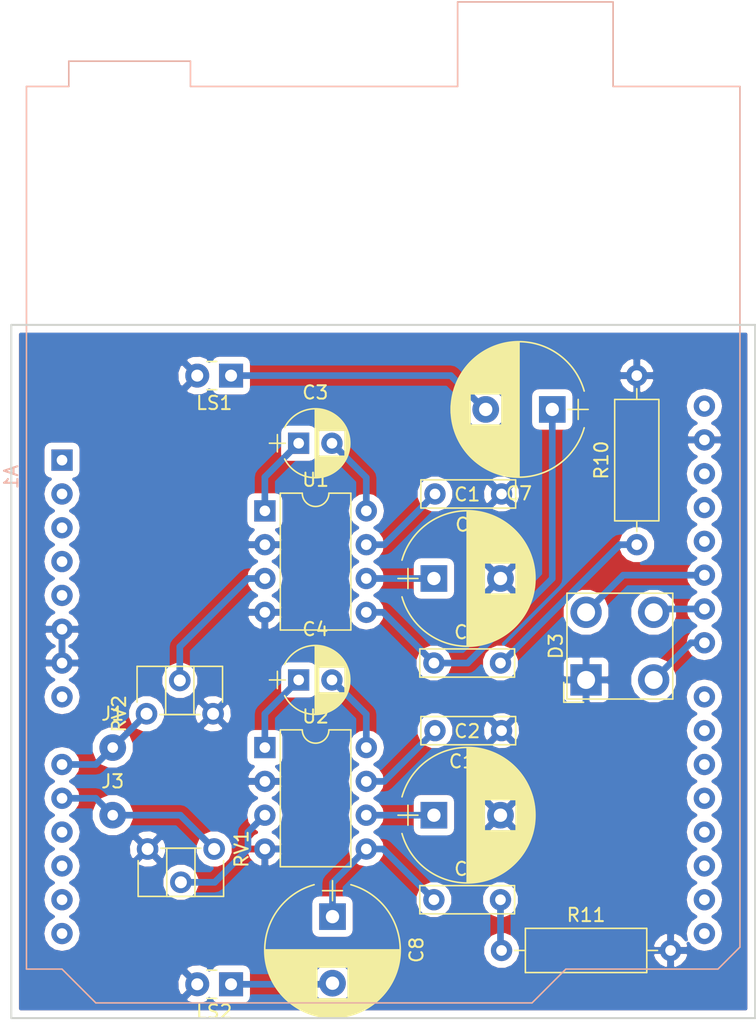
<source format=kicad_pcb>
(kicad_pcb (version 4) (host pcbnew 4.0.7)

  (general
    (links 42)
    (no_connects 0)
    (area 143.805 40.164999 200.735001 117.435)
    (thickness 1.6)
    (drawings 4)
    (tracks 53)
    (zones 0)
    (modules 22)
    (nets 45)
  )

  (page A4)
  (layers
    (0 F.Cu signal)
    (31 B.Cu signal)
    (32 B.Adhes user)
    (33 F.Adhes user)
    (34 B.Paste user)
    (35 F.Paste user)
    (36 B.SilkS user)
    (37 F.SilkS user)
    (38 B.Mask user)
    (39 F.Mask user)
    (40 Dwgs.User user)
    (41 Cmts.User user)
    (42 Eco1.User user)
    (43 Eco2.User user)
    (44 Edge.Cuts user)
    (45 Margin user)
    (46 B.CrtYd user)
    (47 F.CrtYd user)
    (48 B.Fab user)
    (49 F.Fab user)
  )

  (setup
    (last_trace_width 0.5)
    (trace_clearance 0.2)
    (zone_clearance 0.508)
    (zone_45_only no)
    (trace_min 0.2)
    (segment_width 0.2)
    (edge_width 0.15)
    (via_size 0.6)
    (via_drill 0.4)
    (via_min_size 0.4)
    (via_min_drill 0.3)
    (uvia_size 0.3)
    (uvia_drill 0.1)
    (uvias_allowed no)
    (uvia_min_size 0.2)
    (uvia_min_drill 0.1)
    (pcb_text_width 0.3)
    (pcb_text_size 1.5 1.5)
    (mod_edge_width 0.15)
    (mod_text_size 1 1)
    (mod_text_width 0.15)
    (pad_size 1.524 1.524)
    (pad_drill 0.762)
    (pad_to_mask_clearance 0.2)
    (aux_axis_origin 0 0)
    (visible_elements 7FFFFFFF)
    (pcbplotparams
      (layerselection 0x01000_80000001)
      (usegerberextensions true)
      (excludeedgelayer true)
      (linewidth 0.150000)
      (plotframeref false)
      (viasonmask false)
      (mode 1)
      (useauxorigin false)
      (hpglpennumber 1)
      (hpglpenspeed 20)
      (hpglpendiameter 15)
      (hpglpenoverlay 2)
      (psnegative false)
      (psa4output false)
      (plotreference true)
      (plotvalue true)
      (plotinvisibletext false)
      (padsonsilk false)
      (subtractmaskfromsilk false)
      (outputformat 1)
      (mirror false)
      (drillshape 0)
      (scaleselection 1)
      (outputdirectory ""))
  )

  (net 0 "")
  (net 1 GND)
  (net 2 "Net-(A1-Pad30)")
  (net 3 "Net-(A1-Pad1)")
  (net 4 "Net-(A1-Pad17)")
  (net 5 "Net-(A1-Pad2)")
  (net 6 "Net-(A1-Pad18)")
  (net 7 "Net-(A1-Pad3)")
  (net 8 "Net-(A1-Pad19)")
  (net 9 /3V3)
  (net 10 "Net-(A1-Pad20)")
  (net 11 /5V)
  (net 12 "Net-(A1-Pad21)")
  (net 13 "Net-(A1-Pad22)")
  (net 14 "Net-(A1-Pad23)")
  (net 15 /Vin)
  (net 16 "Net-(A1-Pad24)")
  (net 17 "Net-(A1-Pad9)")
  (net 18 "Net-(A1-Pad25)")
  (net 19 "Net-(A1-Pad10)")
  (net 20 "Net-(A1-Pad26)")
  (net 21 "Net-(A1-Pad11)")
  (net 22 "Net-(A1-Pad27)")
  (net 23 "Net-(A1-Pad12)")
  (net 24 "Net-(A1-Pad28)")
  (net 25 "Net-(A1-Pad13)")
  (net 26 "Net-(A1-Pad14)")
  (net 27 "Net-(A1-Pad15)")
  (net 28 "Net-(A1-Pad16)")
  (net 29 "Net-(C1-Pad1)")
  (net 30 "Net-(C2-Pad1)")
  (net 31 "Net-(C3-Pad1)")
  (net 32 "Net-(C3-Pad2)")
  (net 33 "Net-(C4-Pad1)")
  (net 34 "Net-(C4-Pad2)")
  (net 35 "Net-(C5-Pad1)")
  (net 36 "Net-(C5-Pad2)")
  (net 37 "Net-(C6-Pad1)")
  (net 38 "Net-(C6-Pad2)")
  (net 39 "Net-(C7-Pad2)")
  (net 40 "Net-(C8-Pad2)")
  (net 41 "Net-(RV1-Pad2)")
  (net 42 "Net-(RV2-Pad2)")
  (net 43 "Net-(C9-Pad2)")
  (net 44 "Net-(C10-Pad2)")

  (net_class Default "Ceci est la Netclass par défaut"
    (clearance 0.2)
    (trace_width 0.5)
    (via_dia 0.6)
    (via_drill 0.4)
    (uvia_dia 0.3)
    (uvia_drill 0.1)
    (add_net /3V3)
    (add_net /5V)
    (add_net /Vin)
    (add_net GND)
    (add_net "Net-(A1-Pad1)")
    (add_net "Net-(A1-Pad10)")
    (add_net "Net-(A1-Pad11)")
    (add_net "Net-(A1-Pad12)")
    (add_net "Net-(A1-Pad13)")
    (add_net "Net-(A1-Pad14)")
    (add_net "Net-(A1-Pad15)")
    (add_net "Net-(A1-Pad16)")
    (add_net "Net-(A1-Pad17)")
    (add_net "Net-(A1-Pad18)")
    (add_net "Net-(A1-Pad19)")
    (add_net "Net-(A1-Pad2)")
    (add_net "Net-(A1-Pad20)")
    (add_net "Net-(A1-Pad21)")
    (add_net "Net-(A1-Pad22)")
    (add_net "Net-(A1-Pad23)")
    (add_net "Net-(A1-Pad24)")
    (add_net "Net-(A1-Pad25)")
    (add_net "Net-(A1-Pad26)")
    (add_net "Net-(A1-Pad27)")
    (add_net "Net-(A1-Pad28)")
    (add_net "Net-(A1-Pad3)")
    (add_net "Net-(A1-Pad30)")
    (add_net "Net-(A1-Pad9)")
    (add_net "Net-(C1-Pad1)")
    (add_net "Net-(C10-Pad2)")
    (add_net "Net-(C2-Pad1)")
    (add_net "Net-(C3-Pad1)")
    (add_net "Net-(C3-Pad2)")
    (add_net "Net-(C4-Pad1)")
    (add_net "Net-(C4-Pad2)")
    (add_net "Net-(C5-Pad1)")
    (add_net "Net-(C5-Pad2)")
    (add_net "Net-(C6-Pad1)")
    (add_net "Net-(C6-Pad2)")
    (add_net "Net-(C7-Pad2)")
    (add_net "Net-(C8-Pad2)")
    (add_net "Net-(C9-Pad2)")
    (add_net "Net-(RV1-Pad2)")
    (add_net "Net-(RV2-Pad2)")
  )

  (module Modules:Arduino_UNO_R2 (layer B.Cu) (tedit 58AB6071) (tstamp 5AB0238F)
    (at 148.59 74.93 270)
    (descr "Arduino UNO R2, http://www.mouser.com/pdfdocs/Gravitech_Arduino_Nano3_0.pdf")
    (tags "Arduino UNO R2")
    (path /5AAFDEE7)
    (fp_text reference A1 (at 1.27 3.81 450) (layer B.SilkS)
      (effects (font (size 1 1) (thickness 0.15)) (justify mirror))
    )
    (fp_text value Arduino_UNO_R2 (at 0 -21.59 270) (layer B.Fab)
      (effects (font (size 1 1) (thickness 0.15)) (justify mirror))
    )
    (fp_text user %R (at 0 -19.05 450) (layer B.Fab)
      (effects (font (size 1 1) (thickness 0.15)) (justify mirror))
    )
    (fp_line (start 38.35 2.79) (end 38.35 0) (layer B.CrtYd) (width 0.05))
    (fp_line (start 38.35 0) (end 40.89 -2.54) (layer B.CrtYd) (width 0.05))
    (fp_line (start 40.89 -2.54) (end 40.89 -35.31) (layer B.CrtYd) (width 0.05))
    (fp_line (start 40.89 -35.31) (end 38.35 -37.85) (layer B.CrtYd) (width 0.05))
    (fp_line (start 38.35 -37.85) (end 38.35 -49.28) (layer B.CrtYd) (width 0.05))
    (fp_line (start 38.35 -49.28) (end 36.58 -51.05) (layer B.CrtYd) (width 0.05))
    (fp_line (start 36.58 -51.05) (end -28.19 -51.05) (layer B.CrtYd) (width 0.05))
    (fp_line (start -28.19 -51.05) (end -28.19 -41.53) (layer B.CrtYd) (width 0.05))
    (fp_line (start -28.19 -41.53) (end -34.54 -41.53) (layer B.CrtYd) (width 0.05))
    (fp_line (start -34.54 -41.53) (end -34.54 -29.59) (layer B.CrtYd) (width 0.05))
    (fp_line (start -34.54 -29.59) (end -28.19 -29.59) (layer B.CrtYd) (width 0.05))
    (fp_line (start -28.19 -29.59) (end -28.19 -9.78) (layer B.CrtYd) (width 0.05))
    (fp_line (start -28.19 -9.78) (end -30.1 -9.78) (layer B.CrtYd) (width 0.05))
    (fp_line (start -30.1 -9.78) (end -30.1 -0.38) (layer B.CrtYd) (width 0.05))
    (fp_line (start -30.1 -0.38) (end -28.19 -0.38) (layer B.CrtYd) (width 0.05))
    (fp_line (start -28.19 -0.38) (end -28.19 2.79) (layer B.CrtYd) (width 0.05))
    (fp_line (start -28.19 2.79) (end 38.35 2.79) (layer B.CrtYd) (width 0.05))
    (fp_line (start 40.77 -35.31) (end 40.77 -2.54) (layer B.SilkS) (width 0.12))
    (fp_line (start 40.77 -2.54) (end 38.23 0) (layer B.SilkS) (width 0.12))
    (fp_line (start 38.23 0) (end 38.23 2.67) (layer B.SilkS) (width 0.12))
    (fp_line (start 38.23 2.67) (end -28.07 2.67) (layer B.SilkS) (width 0.12))
    (fp_line (start -28.07 2.67) (end -28.07 -0.51) (layer B.SilkS) (width 0.12))
    (fp_line (start -28.07 -0.51) (end -29.97 -0.51) (layer B.SilkS) (width 0.12))
    (fp_line (start -29.97 -0.51) (end -29.97 -9.65) (layer B.SilkS) (width 0.12))
    (fp_line (start -29.97 -9.65) (end -28.07 -9.65) (layer B.SilkS) (width 0.12))
    (fp_line (start -28.07 -9.65) (end -28.07 -29.72) (layer B.SilkS) (width 0.12))
    (fp_line (start -28.07 -29.72) (end -34.42 -29.72) (layer B.SilkS) (width 0.12))
    (fp_line (start -34.42 -29.72) (end -34.42 -41.4) (layer B.SilkS) (width 0.12))
    (fp_line (start -34.42 -41.4) (end -28.07 -41.4) (layer B.SilkS) (width 0.12))
    (fp_line (start -28.07 -41.4) (end -28.07 -50.93) (layer B.SilkS) (width 0.12))
    (fp_line (start -28.07 -50.93) (end 36.58 -50.93) (layer B.SilkS) (width 0.12))
    (fp_line (start 36.58 -50.93) (end 38.23 -49.28) (layer B.SilkS) (width 0.12))
    (fp_line (start 38.23 -49.28) (end 38.23 -37.85) (layer B.SilkS) (width 0.12))
    (fp_line (start 38.23 -37.85) (end 40.77 -35.31) (layer B.SilkS) (width 0.12))
    (fp_line (start -34.29 -29.84) (end -18.41 -29.84) (layer B.Fab) (width 0.1))
    (fp_line (start -18.41 -29.84) (end -18.41 -41.27) (layer B.Fab) (width 0.1))
    (fp_line (start -18.41 -41.27) (end -34.29 -41.27) (layer B.Fab) (width 0.1))
    (fp_line (start -34.29 -41.27) (end -34.29 -29.84) (layer B.Fab) (width 0.1))
    (fp_line (start -29.84 -0.64) (end -16.51 -0.64) (layer B.Fab) (width 0.1))
    (fp_line (start -16.51 -0.64) (end -16.51 -9.53) (layer B.Fab) (width 0.1))
    (fp_line (start -16.51 -9.53) (end -29.84 -9.53) (layer B.Fab) (width 0.1))
    (fp_line (start -29.84 -9.53) (end -29.84 -0.64) (layer B.Fab) (width 0.1))
    (fp_line (start 38.1 -37.85) (end 38.1 -49.28) (layer B.Fab) (width 0.1))
    (fp_line (start 40.64 -2.54) (end 40.64 -35.31) (layer B.Fab) (width 0.1))
    (fp_line (start 40.64 -35.31) (end 38.1 -37.85) (layer B.Fab) (width 0.1))
    (fp_line (start 38.1 2.54) (end 38.1 0) (layer B.Fab) (width 0.1))
    (fp_line (start 38.1 0) (end 40.64 -2.54) (layer B.Fab) (width 0.1))
    (fp_line (start 38.1 -49.28) (end 36.58 -50.8) (layer B.Fab) (width 0.1))
    (fp_line (start 36.58 -50.8) (end -27.94 -50.8) (layer B.Fab) (width 0.1))
    (fp_line (start -27.94 -50.8) (end -27.94 2.54) (layer B.Fab) (width 0.1))
    (fp_line (start -27.94 2.54) (end 38.1 2.54) (layer B.Fab) (width 0.1))
    (pad 29 thru_hole oval (at -1.52 -48.26 180) (size 1.6 1.6) (drill 0.8) (layers *.Cu *.Mask)
      (net 1 GND))
    (pad 30 thru_hole oval (at -4.06 -48.26 180) (size 1.6 1.6) (drill 0.8) (layers *.Cu *.Mask)
      (net 2 "Net-(A1-Pad30)"))
    (pad 1 thru_hole rect (at 0 0 180) (size 1.6 1.6) (drill 0.8) (layers *.Cu *.Mask)
      (net 3 "Net-(A1-Pad1)"))
    (pad 17 thru_hole oval (at 30.48 -48.26 180) (size 1.6 1.6) (drill 0.8) (layers *.Cu *.Mask)
      (net 4 "Net-(A1-Pad17)"))
    (pad 2 thru_hole oval (at 2.54 0 180) (size 1.6 1.6) (drill 0.8) (layers *.Cu *.Mask)
      (net 5 "Net-(A1-Pad2)"))
    (pad 18 thru_hole oval (at 27.94 -48.26 180) (size 1.6 1.6) (drill 0.8) (layers *.Cu *.Mask)
      (net 6 "Net-(A1-Pad18)"))
    (pad 3 thru_hole oval (at 5.08 0 180) (size 1.6 1.6) (drill 0.8) (layers *.Cu *.Mask)
      (net 7 "Net-(A1-Pad3)"))
    (pad 19 thru_hole oval (at 25.4 -48.26 180) (size 1.6 1.6) (drill 0.8) (layers *.Cu *.Mask)
      (net 8 "Net-(A1-Pad19)"))
    (pad 4 thru_hole oval (at 7.62 0 180) (size 1.6 1.6) (drill 0.8) (layers *.Cu *.Mask)
      (net 9 /3V3))
    (pad 20 thru_hole oval (at 22.86 -48.26 180) (size 1.6 1.6) (drill 0.8) (layers *.Cu *.Mask)
      (net 10 "Net-(A1-Pad20)"))
    (pad 5 thru_hole oval (at 10.16 0 180) (size 1.6 1.6) (drill 0.8) (layers *.Cu *.Mask)
      (net 11 /5V))
    (pad 21 thru_hole oval (at 20.32 -48.26 180) (size 1.6 1.6) (drill 0.8) (layers *.Cu *.Mask)
      (net 12 "Net-(A1-Pad21)"))
    (pad 6 thru_hole oval (at 12.7 0 180) (size 1.6 1.6) (drill 0.8) (layers *.Cu *.Mask)
      (net 1 GND))
    (pad 22 thru_hole oval (at 17.78 -48.26 180) (size 1.6 1.6) (drill 0.8) (layers *.Cu *.Mask)
      (net 13 "Net-(A1-Pad22)"))
    (pad 7 thru_hole oval (at 15.24 0 180) (size 1.6 1.6) (drill 0.8) (layers *.Cu *.Mask)
      (net 1 GND))
    (pad 23 thru_hole oval (at 13.72 -48.26 180) (size 1.6 1.6) (drill 0.8) (layers *.Cu *.Mask)
      (net 14 "Net-(A1-Pad23)"))
    (pad 8 thru_hole oval (at 17.78 0 180) (size 1.6 1.6) (drill 0.8) (layers *.Cu *.Mask)
      (net 15 /Vin))
    (pad 24 thru_hole oval (at 11.18 -48.26 180) (size 1.6 1.6) (drill 0.8) (layers *.Cu *.Mask)
      (net 16 "Net-(A1-Pad24)"))
    (pad 9 thru_hole oval (at 22.86 0 180) (size 1.6 1.6) (drill 0.8) (layers *.Cu *.Mask)
      (net 17 "Net-(A1-Pad9)"))
    (pad 25 thru_hole oval (at 8.64 -48.26 180) (size 1.6 1.6) (drill 0.8) (layers *.Cu *.Mask)
      (net 18 "Net-(A1-Pad25)"))
    (pad 10 thru_hole oval (at 25.4 0 180) (size 1.6 1.6) (drill 0.8) (layers *.Cu *.Mask)
      (net 19 "Net-(A1-Pad10)"))
    (pad 26 thru_hole oval (at 6.1 -48.26 180) (size 1.6 1.6) (drill 0.8) (layers *.Cu *.Mask)
      (net 20 "Net-(A1-Pad26)"))
    (pad 11 thru_hole oval (at 27.94 0 180) (size 1.6 1.6) (drill 0.8) (layers *.Cu *.Mask)
      (net 21 "Net-(A1-Pad11)"))
    (pad 27 thru_hole oval (at 3.56 -48.26 180) (size 1.6 1.6) (drill 0.8) (layers *.Cu *.Mask)
      (net 22 "Net-(A1-Pad27)"))
    (pad 12 thru_hole oval (at 30.48 0 180) (size 1.6 1.6) (drill 0.8) (layers *.Cu *.Mask)
      (net 23 "Net-(A1-Pad12)"))
    (pad 28 thru_hole oval (at 1.02 -48.26 180) (size 1.6 1.6) (drill 0.8) (layers *.Cu *.Mask)
      (net 24 "Net-(A1-Pad28)"))
    (pad 13 thru_hole oval (at 33.02 0 180) (size 1.6 1.6) (drill 0.8) (layers *.Cu *.Mask)
      (net 25 "Net-(A1-Pad13)"))
    (pad 14 thru_hole oval (at 35.56 0 180) (size 1.6 1.6) (drill 0.8) (layers *.Cu *.Mask)
      (net 26 "Net-(A1-Pad14)"))
    (pad 15 thru_hole oval (at 35.56 -48.26 180) (size 1.6 1.6) (drill 0.8) (layers *.Cu *.Mask)
      (net 27 "Net-(A1-Pad15)"))
    (pad 16 thru_hole oval (at 33.02 -48.26 180) (size 1.6 1.6) (drill 0.8) (layers *.Cu *.Mask)
      (net 28 "Net-(A1-Pad16)"))
  )

  (module Capacitors_THT:CP_Radial_D10.0mm_P5.00mm (layer F.Cu) (tedit 597BC7C2) (tstamp 5AB02395)
    (at 176.53 83.82)
    (descr "CP, Radial series, Radial, pin pitch=5.00mm, , diameter=10mm, Electrolytic Capacitor")
    (tags "CP Radial series Radial pin pitch 5.00mm  diameter 10mm Electrolytic Capacitor")
    (path /5AAFE331)
    (fp_text reference C1 (at 2.5 -6.31) (layer F.SilkS)
      (effects (font (size 1 1) (thickness 0.15)))
    )
    (fp_text value CP1 (at 2.5 6.31) (layer F.Fab)
      (effects (font (size 1 1) (thickness 0.15)))
    )
    (fp_arc (start 2.5 0) (end -2.399357 -1.38) (angle 148.5) (layer F.SilkS) (width 0.12))
    (fp_arc (start 2.5 0) (end -2.399357 1.38) (angle -148.5) (layer F.SilkS) (width 0.12))
    (fp_arc (start 2.5 0) (end 7.399357 -1.38) (angle 31.5) (layer F.SilkS) (width 0.12))
    (fp_circle (center 2.5 0) (end 7.5 0) (layer F.Fab) (width 0.1))
    (fp_line (start -2.7 0) (end -1.2 0) (layer F.Fab) (width 0.1))
    (fp_line (start -1.95 -0.75) (end -1.95 0.75) (layer F.Fab) (width 0.1))
    (fp_line (start 2.5 -5.05) (end 2.5 5.05) (layer F.SilkS) (width 0.12))
    (fp_line (start 2.54 -5.05) (end 2.54 5.05) (layer F.SilkS) (width 0.12))
    (fp_line (start 2.58 -5.05) (end 2.58 5.05) (layer F.SilkS) (width 0.12))
    (fp_line (start 2.62 -5.049) (end 2.62 5.049) (layer F.SilkS) (width 0.12))
    (fp_line (start 2.66 -5.048) (end 2.66 5.048) (layer F.SilkS) (width 0.12))
    (fp_line (start 2.7 -5.047) (end 2.7 5.047) (layer F.SilkS) (width 0.12))
    (fp_line (start 2.74 -5.045) (end 2.74 5.045) (layer F.SilkS) (width 0.12))
    (fp_line (start 2.78 -5.043) (end 2.78 5.043) (layer F.SilkS) (width 0.12))
    (fp_line (start 2.82 -5.04) (end 2.82 5.04) (layer F.SilkS) (width 0.12))
    (fp_line (start 2.86 -5.038) (end 2.86 5.038) (layer F.SilkS) (width 0.12))
    (fp_line (start 2.9 -5.035) (end 2.9 5.035) (layer F.SilkS) (width 0.12))
    (fp_line (start 2.94 -5.031) (end 2.94 5.031) (layer F.SilkS) (width 0.12))
    (fp_line (start 2.98 -5.028) (end 2.98 5.028) (layer F.SilkS) (width 0.12))
    (fp_line (start 3.02 -5.024) (end 3.02 5.024) (layer F.SilkS) (width 0.12))
    (fp_line (start 3.06 -5.02) (end 3.06 5.02) (layer F.SilkS) (width 0.12))
    (fp_line (start 3.1 -5.015) (end 3.1 5.015) (layer F.SilkS) (width 0.12))
    (fp_line (start 3.14 -5.01) (end 3.14 5.01) (layer F.SilkS) (width 0.12))
    (fp_line (start 3.18 -5.005) (end 3.18 5.005) (layer F.SilkS) (width 0.12))
    (fp_line (start 3.221 -4.999) (end 3.221 4.999) (layer F.SilkS) (width 0.12))
    (fp_line (start 3.261 -4.993) (end 3.261 4.993) (layer F.SilkS) (width 0.12))
    (fp_line (start 3.301 -4.987) (end 3.301 4.987) (layer F.SilkS) (width 0.12))
    (fp_line (start 3.341 -4.981) (end 3.341 4.981) (layer F.SilkS) (width 0.12))
    (fp_line (start 3.381 -4.974) (end 3.381 4.974) (layer F.SilkS) (width 0.12))
    (fp_line (start 3.421 -4.967) (end 3.421 4.967) (layer F.SilkS) (width 0.12))
    (fp_line (start 3.461 -4.959) (end 3.461 4.959) (layer F.SilkS) (width 0.12))
    (fp_line (start 3.501 -4.951) (end 3.501 4.951) (layer F.SilkS) (width 0.12))
    (fp_line (start 3.541 -4.943) (end 3.541 4.943) (layer F.SilkS) (width 0.12))
    (fp_line (start 3.581 -4.935) (end 3.581 4.935) (layer F.SilkS) (width 0.12))
    (fp_line (start 3.621 -4.926) (end 3.621 4.926) (layer F.SilkS) (width 0.12))
    (fp_line (start 3.661 -4.917) (end 3.661 4.917) (layer F.SilkS) (width 0.12))
    (fp_line (start 3.701 -4.907) (end 3.701 4.907) (layer F.SilkS) (width 0.12))
    (fp_line (start 3.741 -4.897) (end 3.741 4.897) (layer F.SilkS) (width 0.12))
    (fp_line (start 3.781 -4.887) (end 3.781 4.887) (layer F.SilkS) (width 0.12))
    (fp_line (start 3.821 -4.876) (end 3.821 -1.181) (layer F.SilkS) (width 0.12))
    (fp_line (start 3.821 1.181) (end 3.821 4.876) (layer F.SilkS) (width 0.12))
    (fp_line (start 3.861 -4.865) (end 3.861 -1.181) (layer F.SilkS) (width 0.12))
    (fp_line (start 3.861 1.181) (end 3.861 4.865) (layer F.SilkS) (width 0.12))
    (fp_line (start 3.901 -4.854) (end 3.901 -1.181) (layer F.SilkS) (width 0.12))
    (fp_line (start 3.901 1.181) (end 3.901 4.854) (layer F.SilkS) (width 0.12))
    (fp_line (start 3.941 -4.843) (end 3.941 -1.181) (layer F.SilkS) (width 0.12))
    (fp_line (start 3.941 1.181) (end 3.941 4.843) (layer F.SilkS) (width 0.12))
    (fp_line (start 3.981 -4.831) (end 3.981 -1.181) (layer F.SilkS) (width 0.12))
    (fp_line (start 3.981 1.181) (end 3.981 4.831) (layer F.SilkS) (width 0.12))
    (fp_line (start 4.021 -4.818) (end 4.021 -1.181) (layer F.SilkS) (width 0.12))
    (fp_line (start 4.021 1.181) (end 4.021 4.818) (layer F.SilkS) (width 0.12))
    (fp_line (start 4.061 -4.806) (end 4.061 -1.181) (layer F.SilkS) (width 0.12))
    (fp_line (start 4.061 1.181) (end 4.061 4.806) (layer F.SilkS) (width 0.12))
    (fp_line (start 4.101 -4.792) (end 4.101 -1.181) (layer F.SilkS) (width 0.12))
    (fp_line (start 4.101 1.181) (end 4.101 4.792) (layer F.SilkS) (width 0.12))
    (fp_line (start 4.141 -4.779) (end 4.141 -1.181) (layer F.SilkS) (width 0.12))
    (fp_line (start 4.141 1.181) (end 4.141 4.779) (layer F.SilkS) (width 0.12))
    (fp_line (start 4.181 -4.765) (end 4.181 -1.181) (layer F.SilkS) (width 0.12))
    (fp_line (start 4.181 1.181) (end 4.181 4.765) (layer F.SilkS) (width 0.12))
    (fp_line (start 4.221 -4.751) (end 4.221 -1.181) (layer F.SilkS) (width 0.12))
    (fp_line (start 4.221 1.181) (end 4.221 4.751) (layer F.SilkS) (width 0.12))
    (fp_line (start 4.261 -4.737) (end 4.261 -1.181) (layer F.SilkS) (width 0.12))
    (fp_line (start 4.261 1.181) (end 4.261 4.737) (layer F.SilkS) (width 0.12))
    (fp_line (start 4.301 -4.722) (end 4.301 -1.181) (layer F.SilkS) (width 0.12))
    (fp_line (start 4.301 1.181) (end 4.301 4.722) (layer F.SilkS) (width 0.12))
    (fp_line (start 4.341 -4.706) (end 4.341 -1.181) (layer F.SilkS) (width 0.12))
    (fp_line (start 4.341 1.181) (end 4.341 4.706) (layer F.SilkS) (width 0.12))
    (fp_line (start 4.381 -4.691) (end 4.381 -1.181) (layer F.SilkS) (width 0.12))
    (fp_line (start 4.381 1.181) (end 4.381 4.691) (layer F.SilkS) (width 0.12))
    (fp_line (start 4.421 -4.674) (end 4.421 -1.181) (layer F.SilkS) (width 0.12))
    (fp_line (start 4.421 1.181) (end 4.421 4.674) (layer F.SilkS) (width 0.12))
    (fp_line (start 4.461 -4.658) (end 4.461 -1.181) (layer F.SilkS) (width 0.12))
    (fp_line (start 4.461 1.181) (end 4.461 4.658) (layer F.SilkS) (width 0.12))
    (fp_line (start 4.501 -4.641) (end 4.501 -1.181) (layer F.SilkS) (width 0.12))
    (fp_line (start 4.501 1.181) (end 4.501 4.641) (layer F.SilkS) (width 0.12))
    (fp_line (start 4.541 -4.624) (end 4.541 -1.181) (layer F.SilkS) (width 0.12))
    (fp_line (start 4.541 1.181) (end 4.541 4.624) (layer F.SilkS) (width 0.12))
    (fp_line (start 4.581 -4.606) (end 4.581 -1.181) (layer F.SilkS) (width 0.12))
    (fp_line (start 4.581 1.181) (end 4.581 4.606) (layer F.SilkS) (width 0.12))
    (fp_line (start 4.621 -4.588) (end 4.621 -1.181) (layer F.SilkS) (width 0.12))
    (fp_line (start 4.621 1.181) (end 4.621 4.588) (layer F.SilkS) (width 0.12))
    (fp_line (start 4.661 -4.569) (end 4.661 -1.181) (layer F.SilkS) (width 0.12))
    (fp_line (start 4.661 1.181) (end 4.661 4.569) (layer F.SilkS) (width 0.12))
    (fp_line (start 4.701 -4.55) (end 4.701 -1.181) (layer F.SilkS) (width 0.12))
    (fp_line (start 4.701 1.181) (end 4.701 4.55) (layer F.SilkS) (width 0.12))
    (fp_line (start 4.741 -4.531) (end 4.741 -1.181) (layer F.SilkS) (width 0.12))
    (fp_line (start 4.741 1.181) (end 4.741 4.531) (layer F.SilkS) (width 0.12))
    (fp_line (start 4.781 -4.511) (end 4.781 -1.181) (layer F.SilkS) (width 0.12))
    (fp_line (start 4.781 1.181) (end 4.781 4.511) (layer F.SilkS) (width 0.12))
    (fp_line (start 4.821 -4.491) (end 4.821 -1.181) (layer F.SilkS) (width 0.12))
    (fp_line (start 4.821 1.181) (end 4.821 4.491) (layer F.SilkS) (width 0.12))
    (fp_line (start 4.861 -4.47) (end 4.861 -1.181) (layer F.SilkS) (width 0.12))
    (fp_line (start 4.861 1.181) (end 4.861 4.47) (layer F.SilkS) (width 0.12))
    (fp_line (start 4.901 -4.449) (end 4.901 -1.181) (layer F.SilkS) (width 0.12))
    (fp_line (start 4.901 1.181) (end 4.901 4.449) (layer F.SilkS) (width 0.12))
    (fp_line (start 4.941 -4.428) (end 4.941 -1.181) (layer F.SilkS) (width 0.12))
    (fp_line (start 4.941 1.181) (end 4.941 4.428) (layer F.SilkS) (width 0.12))
    (fp_line (start 4.981 -4.405) (end 4.981 -1.181) (layer F.SilkS) (width 0.12))
    (fp_line (start 4.981 1.181) (end 4.981 4.405) (layer F.SilkS) (width 0.12))
    (fp_line (start 5.021 -4.383) (end 5.021 -1.181) (layer F.SilkS) (width 0.12))
    (fp_line (start 5.021 1.181) (end 5.021 4.383) (layer F.SilkS) (width 0.12))
    (fp_line (start 5.061 -4.36) (end 5.061 -1.181) (layer F.SilkS) (width 0.12))
    (fp_line (start 5.061 1.181) (end 5.061 4.36) (layer F.SilkS) (width 0.12))
    (fp_line (start 5.101 -4.336) (end 5.101 -1.181) (layer F.SilkS) (width 0.12))
    (fp_line (start 5.101 1.181) (end 5.101 4.336) (layer F.SilkS) (width 0.12))
    (fp_line (start 5.141 -4.312) (end 5.141 -1.181) (layer F.SilkS) (width 0.12))
    (fp_line (start 5.141 1.181) (end 5.141 4.312) (layer F.SilkS) (width 0.12))
    (fp_line (start 5.181 -4.288) (end 5.181 -1.181) (layer F.SilkS) (width 0.12))
    (fp_line (start 5.181 1.181) (end 5.181 4.288) (layer F.SilkS) (width 0.12))
    (fp_line (start 5.221 -4.263) (end 5.221 -1.181) (layer F.SilkS) (width 0.12))
    (fp_line (start 5.221 1.181) (end 5.221 4.263) (layer F.SilkS) (width 0.12))
    (fp_line (start 5.261 -4.237) (end 5.261 -1.181) (layer F.SilkS) (width 0.12))
    (fp_line (start 5.261 1.181) (end 5.261 4.237) (layer F.SilkS) (width 0.12))
    (fp_line (start 5.301 -4.211) (end 5.301 -1.181) (layer F.SilkS) (width 0.12))
    (fp_line (start 5.301 1.181) (end 5.301 4.211) (layer F.SilkS) (width 0.12))
    (fp_line (start 5.341 -4.185) (end 5.341 -1.181) (layer F.SilkS) (width 0.12))
    (fp_line (start 5.341 1.181) (end 5.341 4.185) (layer F.SilkS) (width 0.12))
    (fp_line (start 5.381 -4.157) (end 5.381 -1.181) (layer F.SilkS) (width 0.12))
    (fp_line (start 5.381 1.181) (end 5.381 4.157) (layer F.SilkS) (width 0.12))
    (fp_line (start 5.421 -4.13) (end 5.421 -1.181) (layer F.SilkS) (width 0.12))
    (fp_line (start 5.421 1.181) (end 5.421 4.13) (layer F.SilkS) (width 0.12))
    (fp_line (start 5.461 -4.101) (end 5.461 -1.181) (layer F.SilkS) (width 0.12))
    (fp_line (start 5.461 1.181) (end 5.461 4.101) (layer F.SilkS) (width 0.12))
    (fp_line (start 5.501 -4.072) (end 5.501 -1.181) (layer F.SilkS) (width 0.12))
    (fp_line (start 5.501 1.181) (end 5.501 4.072) (layer F.SilkS) (width 0.12))
    (fp_line (start 5.541 -4.043) (end 5.541 -1.181) (layer F.SilkS) (width 0.12))
    (fp_line (start 5.541 1.181) (end 5.541 4.043) (layer F.SilkS) (width 0.12))
    (fp_line (start 5.581 -4.013) (end 5.581 -1.181) (layer F.SilkS) (width 0.12))
    (fp_line (start 5.581 1.181) (end 5.581 4.013) (layer F.SilkS) (width 0.12))
    (fp_line (start 5.621 -3.982) (end 5.621 -1.181) (layer F.SilkS) (width 0.12))
    (fp_line (start 5.621 1.181) (end 5.621 3.982) (layer F.SilkS) (width 0.12))
    (fp_line (start 5.661 -3.951) (end 5.661 -1.181) (layer F.SilkS) (width 0.12))
    (fp_line (start 5.661 1.181) (end 5.661 3.951) (layer F.SilkS) (width 0.12))
    (fp_line (start 5.701 -3.919) (end 5.701 -1.181) (layer F.SilkS) (width 0.12))
    (fp_line (start 5.701 1.181) (end 5.701 3.919) (layer F.SilkS) (width 0.12))
    (fp_line (start 5.741 -3.886) (end 5.741 -1.181) (layer F.SilkS) (width 0.12))
    (fp_line (start 5.741 1.181) (end 5.741 3.886) (layer F.SilkS) (width 0.12))
    (fp_line (start 5.781 -3.853) (end 5.781 -1.181) (layer F.SilkS) (width 0.12))
    (fp_line (start 5.781 1.181) (end 5.781 3.853) (layer F.SilkS) (width 0.12))
    (fp_line (start 5.821 -3.819) (end 5.821 -1.181) (layer F.SilkS) (width 0.12))
    (fp_line (start 5.821 1.181) (end 5.821 3.819) (layer F.SilkS) (width 0.12))
    (fp_line (start 5.861 -3.784) (end 5.861 -1.181) (layer F.SilkS) (width 0.12))
    (fp_line (start 5.861 1.181) (end 5.861 3.784) (layer F.SilkS) (width 0.12))
    (fp_line (start 5.901 -3.748) (end 5.901 -1.181) (layer F.SilkS) (width 0.12))
    (fp_line (start 5.901 1.181) (end 5.901 3.748) (layer F.SilkS) (width 0.12))
    (fp_line (start 5.941 -3.712) (end 5.941 -1.181) (layer F.SilkS) (width 0.12))
    (fp_line (start 5.941 1.181) (end 5.941 3.712) (layer F.SilkS) (width 0.12))
    (fp_line (start 5.981 -3.675) (end 5.981 -1.181) (layer F.SilkS) (width 0.12))
    (fp_line (start 5.981 1.181) (end 5.981 3.675) (layer F.SilkS) (width 0.12))
    (fp_line (start 6.021 -3.637) (end 6.021 -1.181) (layer F.SilkS) (width 0.12))
    (fp_line (start 6.021 1.181) (end 6.021 3.637) (layer F.SilkS) (width 0.12))
    (fp_line (start 6.061 -3.598) (end 6.061 -1.181) (layer F.SilkS) (width 0.12))
    (fp_line (start 6.061 1.181) (end 6.061 3.598) (layer F.SilkS) (width 0.12))
    (fp_line (start 6.101 -3.559) (end 6.101 -1.181) (layer F.SilkS) (width 0.12))
    (fp_line (start 6.101 1.181) (end 6.101 3.559) (layer F.SilkS) (width 0.12))
    (fp_line (start 6.141 -3.518) (end 6.141 -1.181) (layer F.SilkS) (width 0.12))
    (fp_line (start 6.141 1.181) (end 6.141 3.518) (layer F.SilkS) (width 0.12))
    (fp_line (start 6.181 -3.477) (end 6.181 3.477) (layer F.SilkS) (width 0.12))
    (fp_line (start 6.221 -3.435) (end 6.221 3.435) (layer F.SilkS) (width 0.12))
    (fp_line (start 6.261 -3.391) (end 6.261 3.391) (layer F.SilkS) (width 0.12))
    (fp_line (start 6.301 -3.347) (end 6.301 3.347) (layer F.SilkS) (width 0.12))
    (fp_line (start 6.341 -3.302) (end 6.341 3.302) (layer F.SilkS) (width 0.12))
    (fp_line (start 6.381 -3.255) (end 6.381 3.255) (layer F.SilkS) (width 0.12))
    (fp_line (start 6.421 -3.207) (end 6.421 3.207) (layer F.SilkS) (width 0.12))
    (fp_line (start 6.461 -3.158) (end 6.461 3.158) (layer F.SilkS) (width 0.12))
    (fp_line (start 6.501 -3.108) (end 6.501 3.108) (layer F.SilkS) (width 0.12))
    (fp_line (start 6.541 -3.057) (end 6.541 3.057) (layer F.SilkS) (width 0.12))
    (fp_line (start 6.581 -3.004) (end 6.581 3.004) (layer F.SilkS) (width 0.12))
    (fp_line (start 6.621 -2.949) (end 6.621 2.949) (layer F.SilkS) (width 0.12))
    (fp_line (start 6.661 -2.894) (end 6.661 2.894) (layer F.SilkS) (width 0.12))
    (fp_line (start 6.701 -2.836) (end 6.701 2.836) (layer F.SilkS) (width 0.12))
    (fp_line (start 6.741 -2.777) (end 6.741 2.777) (layer F.SilkS) (width 0.12))
    (fp_line (start 6.781 -2.715) (end 6.781 2.715) (layer F.SilkS) (width 0.12))
    (fp_line (start 6.821 -2.652) (end 6.821 2.652) (layer F.SilkS) (width 0.12))
    (fp_line (start 6.861 -2.587) (end 6.861 2.587) (layer F.SilkS) (width 0.12))
    (fp_line (start 6.901 -2.519) (end 6.901 2.519) (layer F.SilkS) (width 0.12))
    (fp_line (start 6.941 -2.449) (end 6.941 2.449) (layer F.SilkS) (width 0.12))
    (fp_line (start 6.981 -2.377) (end 6.981 2.377) (layer F.SilkS) (width 0.12))
    (fp_line (start 7.021 -2.301) (end 7.021 2.301) (layer F.SilkS) (width 0.12))
    (fp_line (start 7.061 -2.222) (end 7.061 2.222) (layer F.SilkS) (width 0.12))
    (fp_line (start 7.101 -2.14) (end 7.101 2.14) (layer F.SilkS) (width 0.12))
    (fp_line (start 7.141 -2.053) (end 7.141 2.053) (layer F.SilkS) (width 0.12))
    (fp_line (start 7.181 -1.962) (end 7.181 1.962) (layer F.SilkS) (width 0.12))
    (fp_line (start 7.221 -1.866) (end 7.221 1.866) (layer F.SilkS) (width 0.12))
    (fp_line (start 7.261 -1.763) (end 7.261 1.763) (layer F.SilkS) (width 0.12))
    (fp_line (start 7.301 -1.654) (end 7.301 1.654) (layer F.SilkS) (width 0.12))
    (fp_line (start 7.341 -1.536) (end 7.341 1.536) (layer F.SilkS) (width 0.12))
    (fp_line (start 7.381 -1.407) (end 7.381 1.407) (layer F.SilkS) (width 0.12))
    (fp_line (start 7.421 -1.265) (end 7.421 1.265) (layer F.SilkS) (width 0.12))
    (fp_line (start 7.461 -1.104) (end 7.461 1.104) (layer F.SilkS) (width 0.12))
    (fp_line (start 7.501 -0.913) (end 7.501 0.913) (layer F.SilkS) (width 0.12))
    (fp_line (start 7.541 -0.672) (end 7.541 0.672) (layer F.SilkS) (width 0.12))
    (fp_line (start 7.581 -0.279) (end 7.581 0.279) (layer F.SilkS) (width 0.12))
    (fp_line (start -2.7 0) (end -1.2 0) (layer F.SilkS) (width 0.12))
    (fp_line (start -1.95 -0.75) (end -1.95 0.75) (layer F.SilkS) (width 0.12))
    (fp_line (start -2.85 -5.35) (end -2.85 5.35) (layer F.CrtYd) (width 0.05))
    (fp_line (start -2.85 5.35) (end 7.85 5.35) (layer F.CrtYd) (width 0.05))
    (fp_line (start 7.85 5.35) (end 7.85 -5.35) (layer F.CrtYd) (width 0.05))
    (fp_line (start 7.85 -5.35) (end -2.85 -5.35) (layer F.CrtYd) (width 0.05))
    (fp_text user %R (at 2.5 0) (layer F.Fab)
      (effects (font (size 1 1) (thickness 0.15)))
    )
    (pad 1 thru_hole rect (at 0 0) (size 2 2) (drill 1) (layers *.Cu *.Mask)
      (net 29 "Net-(C1-Pad1)"))
    (pad 2 thru_hole circle (at 5 0) (size 2 2) (drill 1) (layers *.Cu *.Mask)
      (net 1 GND))
    (model ${KISYS3DMOD}/Capacitors_THT.3dshapes/CP_Radial_D10.0mm_P5.00mm.wrl
      (at (xyz 0 0 0))
      (scale (xyz 1 1 1))
      (rotate (xyz 0 0 0))
    )
  )

  (module Capacitors_THT:CP_Radial_D10.0mm_P5.00mm (layer F.Cu) (tedit 597BC7C2) (tstamp 5AB0239B)
    (at 176.53 101.6)
    (descr "CP, Radial series, Radial, pin pitch=5.00mm, , diameter=10mm, Electrolytic Capacitor")
    (tags "CP Radial series Radial pin pitch 5.00mm  diameter 10mm Electrolytic Capacitor")
    (path /5AAFF95F)
    (fp_text reference C2 (at 2.5 -6.31) (layer F.SilkS)
      (effects (font (size 1 1) (thickness 0.15)))
    )
    (fp_text value CP1 (at 2.5 6.31) (layer F.Fab)
      (effects (font (size 1 1) (thickness 0.15)))
    )
    (fp_arc (start 2.5 0) (end -2.399357 -1.38) (angle 148.5) (layer F.SilkS) (width 0.12))
    (fp_arc (start 2.5 0) (end -2.399357 1.38) (angle -148.5) (layer F.SilkS) (width 0.12))
    (fp_arc (start 2.5 0) (end 7.399357 -1.38) (angle 31.5) (layer F.SilkS) (width 0.12))
    (fp_circle (center 2.5 0) (end 7.5 0) (layer F.Fab) (width 0.1))
    (fp_line (start -2.7 0) (end -1.2 0) (layer F.Fab) (width 0.1))
    (fp_line (start -1.95 -0.75) (end -1.95 0.75) (layer F.Fab) (width 0.1))
    (fp_line (start 2.5 -5.05) (end 2.5 5.05) (layer F.SilkS) (width 0.12))
    (fp_line (start 2.54 -5.05) (end 2.54 5.05) (layer F.SilkS) (width 0.12))
    (fp_line (start 2.58 -5.05) (end 2.58 5.05) (layer F.SilkS) (width 0.12))
    (fp_line (start 2.62 -5.049) (end 2.62 5.049) (layer F.SilkS) (width 0.12))
    (fp_line (start 2.66 -5.048) (end 2.66 5.048) (layer F.SilkS) (width 0.12))
    (fp_line (start 2.7 -5.047) (end 2.7 5.047) (layer F.SilkS) (width 0.12))
    (fp_line (start 2.74 -5.045) (end 2.74 5.045) (layer F.SilkS) (width 0.12))
    (fp_line (start 2.78 -5.043) (end 2.78 5.043) (layer F.SilkS) (width 0.12))
    (fp_line (start 2.82 -5.04) (end 2.82 5.04) (layer F.SilkS) (width 0.12))
    (fp_line (start 2.86 -5.038) (end 2.86 5.038) (layer F.SilkS) (width 0.12))
    (fp_line (start 2.9 -5.035) (end 2.9 5.035) (layer F.SilkS) (width 0.12))
    (fp_line (start 2.94 -5.031) (end 2.94 5.031) (layer F.SilkS) (width 0.12))
    (fp_line (start 2.98 -5.028) (end 2.98 5.028) (layer F.SilkS) (width 0.12))
    (fp_line (start 3.02 -5.024) (end 3.02 5.024) (layer F.SilkS) (width 0.12))
    (fp_line (start 3.06 -5.02) (end 3.06 5.02) (layer F.SilkS) (width 0.12))
    (fp_line (start 3.1 -5.015) (end 3.1 5.015) (layer F.SilkS) (width 0.12))
    (fp_line (start 3.14 -5.01) (end 3.14 5.01) (layer F.SilkS) (width 0.12))
    (fp_line (start 3.18 -5.005) (end 3.18 5.005) (layer F.SilkS) (width 0.12))
    (fp_line (start 3.221 -4.999) (end 3.221 4.999) (layer F.SilkS) (width 0.12))
    (fp_line (start 3.261 -4.993) (end 3.261 4.993) (layer F.SilkS) (width 0.12))
    (fp_line (start 3.301 -4.987) (end 3.301 4.987) (layer F.SilkS) (width 0.12))
    (fp_line (start 3.341 -4.981) (end 3.341 4.981) (layer F.SilkS) (width 0.12))
    (fp_line (start 3.381 -4.974) (end 3.381 4.974) (layer F.SilkS) (width 0.12))
    (fp_line (start 3.421 -4.967) (end 3.421 4.967) (layer F.SilkS) (width 0.12))
    (fp_line (start 3.461 -4.959) (end 3.461 4.959) (layer F.SilkS) (width 0.12))
    (fp_line (start 3.501 -4.951) (end 3.501 4.951) (layer F.SilkS) (width 0.12))
    (fp_line (start 3.541 -4.943) (end 3.541 4.943) (layer F.SilkS) (width 0.12))
    (fp_line (start 3.581 -4.935) (end 3.581 4.935) (layer F.SilkS) (width 0.12))
    (fp_line (start 3.621 -4.926) (end 3.621 4.926) (layer F.SilkS) (width 0.12))
    (fp_line (start 3.661 -4.917) (end 3.661 4.917) (layer F.SilkS) (width 0.12))
    (fp_line (start 3.701 -4.907) (end 3.701 4.907) (layer F.SilkS) (width 0.12))
    (fp_line (start 3.741 -4.897) (end 3.741 4.897) (layer F.SilkS) (width 0.12))
    (fp_line (start 3.781 -4.887) (end 3.781 4.887) (layer F.SilkS) (width 0.12))
    (fp_line (start 3.821 -4.876) (end 3.821 -1.181) (layer F.SilkS) (width 0.12))
    (fp_line (start 3.821 1.181) (end 3.821 4.876) (layer F.SilkS) (width 0.12))
    (fp_line (start 3.861 -4.865) (end 3.861 -1.181) (layer F.SilkS) (width 0.12))
    (fp_line (start 3.861 1.181) (end 3.861 4.865) (layer F.SilkS) (width 0.12))
    (fp_line (start 3.901 -4.854) (end 3.901 -1.181) (layer F.SilkS) (width 0.12))
    (fp_line (start 3.901 1.181) (end 3.901 4.854) (layer F.SilkS) (width 0.12))
    (fp_line (start 3.941 -4.843) (end 3.941 -1.181) (layer F.SilkS) (width 0.12))
    (fp_line (start 3.941 1.181) (end 3.941 4.843) (layer F.SilkS) (width 0.12))
    (fp_line (start 3.981 -4.831) (end 3.981 -1.181) (layer F.SilkS) (width 0.12))
    (fp_line (start 3.981 1.181) (end 3.981 4.831) (layer F.SilkS) (width 0.12))
    (fp_line (start 4.021 -4.818) (end 4.021 -1.181) (layer F.SilkS) (width 0.12))
    (fp_line (start 4.021 1.181) (end 4.021 4.818) (layer F.SilkS) (width 0.12))
    (fp_line (start 4.061 -4.806) (end 4.061 -1.181) (layer F.SilkS) (width 0.12))
    (fp_line (start 4.061 1.181) (end 4.061 4.806) (layer F.SilkS) (width 0.12))
    (fp_line (start 4.101 -4.792) (end 4.101 -1.181) (layer F.SilkS) (width 0.12))
    (fp_line (start 4.101 1.181) (end 4.101 4.792) (layer F.SilkS) (width 0.12))
    (fp_line (start 4.141 -4.779) (end 4.141 -1.181) (layer F.SilkS) (width 0.12))
    (fp_line (start 4.141 1.181) (end 4.141 4.779) (layer F.SilkS) (width 0.12))
    (fp_line (start 4.181 -4.765) (end 4.181 -1.181) (layer F.SilkS) (width 0.12))
    (fp_line (start 4.181 1.181) (end 4.181 4.765) (layer F.SilkS) (width 0.12))
    (fp_line (start 4.221 -4.751) (end 4.221 -1.181) (layer F.SilkS) (width 0.12))
    (fp_line (start 4.221 1.181) (end 4.221 4.751) (layer F.SilkS) (width 0.12))
    (fp_line (start 4.261 -4.737) (end 4.261 -1.181) (layer F.SilkS) (width 0.12))
    (fp_line (start 4.261 1.181) (end 4.261 4.737) (layer F.SilkS) (width 0.12))
    (fp_line (start 4.301 -4.722) (end 4.301 -1.181) (layer F.SilkS) (width 0.12))
    (fp_line (start 4.301 1.181) (end 4.301 4.722) (layer F.SilkS) (width 0.12))
    (fp_line (start 4.341 -4.706) (end 4.341 -1.181) (layer F.SilkS) (width 0.12))
    (fp_line (start 4.341 1.181) (end 4.341 4.706) (layer F.SilkS) (width 0.12))
    (fp_line (start 4.381 -4.691) (end 4.381 -1.181) (layer F.SilkS) (width 0.12))
    (fp_line (start 4.381 1.181) (end 4.381 4.691) (layer F.SilkS) (width 0.12))
    (fp_line (start 4.421 -4.674) (end 4.421 -1.181) (layer F.SilkS) (width 0.12))
    (fp_line (start 4.421 1.181) (end 4.421 4.674) (layer F.SilkS) (width 0.12))
    (fp_line (start 4.461 -4.658) (end 4.461 -1.181) (layer F.SilkS) (width 0.12))
    (fp_line (start 4.461 1.181) (end 4.461 4.658) (layer F.SilkS) (width 0.12))
    (fp_line (start 4.501 -4.641) (end 4.501 -1.181) (layer F.SilkS) (width 0.12))
    (fp_line (start 4.501 1.181) (end 4.501 4.641) (layer F.SilkS) (width 0.12))
    (fp_line (start 4.541 -4.624) (end 4.541 -1.181) (layer F.SilkS) (width 0.12))
    (fp_line (start 4.541 1.181) (end 4.541 4.624) (layer F.SilkS) (width 0.12))
    (fp_line (start 4.581 -4.606) (end 4.581 -1.181) (layer F.SilkS) (width 0.12))
    (fp_line (start 4.581 1.181) (end 4.581 4.606) (layer F.SilkS) (width 0.12))
    (fp_line (start 4.621 -4.588) (end 4.621 -1.181) (layer F.SilkS) (width 0.12))
    (fp_line (start 4.621 1.181) (end 4.621 4.588) (layer F.SilkS) (width 0.12))
    (fp_line (start 4.661 -4.569) (end 4.661 -1.181) (layer F.SilkS) (width 0.12))
    (fp_line (start 4.661 1.181) (end 4.661 4.569) (layer F.SilkS) (width 0.12))
    (fp_line (start 4.701 -4.55) (end 4.701 -1.181) (layer F.SilkS) (width 0.12))
    (fp_line (start 4.701 1.181) (end 4.701 4.55) (layer F.SilkS) (width 0.12))
    (fp_line (start 4.741 -4.531) (end 4.741 -1.181) (layer F.SilkS) (width 0.12))
    (fp_line (start 4.741 1.181) (end 4.741 4.531) (layer F.SilkS) (width 0.12))
    (fp_line (start 4.781 -4.511) (end 4.781 -1.181) (layer F.SilkS) (width 0.12))
    (fp_line (start 4.781 1.181) (end 4.781 4.511) (layer F.SilkS) (width 0.12))
    (fp_line (start 4.821 -4.491) (end 4.821 -1.181) (layer F.SilkS) (width 0.12))
    (fp_line (start 4.821 1.181) (end 4.821 4.491) (layer F.SilkS) (width 0.12))
    (fp_line (start 4.861 -4.47) (end 4.861 -1.181) (layer F.SilkS) (width 0.12))
    (fp_line (start 4.861 1.181) (end 4.861 4.47) (layer F.SilkS) (width 0.12))
    (fp_line (start 4.901 -4.449) (end 4.901 -1.181) (layer F.SilkS) (width 0.12))
    (fp_line (start 4.901 1.181) (end 4.901 4.449) (layer F.SilkS) (width 0.12))
    (fp_line (start 4.941 -4.428) (end 4.941 -1.181) (layer F.SilkS) (width 0.12))
    (fp_line (start 4.941 1.181) (end 4.941 4.428) (layer F.SilkS) (width 0.12))
    (fp_line (start 4.981 -4.405) (end 4.981 -1.181) (layer F.SilkS) (width 0.12))
    (fp_line (start 4.981 1.181) (end 4.981 4.405) (layer F.SilkS) (width 0.12))
    (fp_line (start 5.021 -4.383) (end 5.021 -1.181) (layer F.SilkS) (width 0.12))
    (fp_line (start 5.021 1.181) (end 5.021 4.383) (layer F.SilkS) (width 0.12))
    (fp_line (start 5.061 -4.36) (end 5.061 -1.181) (layer F.SilkS) (width 0.12))
    (fp_line (start 5.061 1.181) (end 5.061 4.36) (layer F.SilkS) (width 0.12))
    (fp_line (start 5.101 -4.336) (end 5.101 -1.181) (layer F.SilkS) (width 0.12))
    (fp_line (start 5.101 1.181) (end 5.101 4.336) (layer F.SilkS) (width 0.12))
    (fp_line (start 5.141 -4.312) (end 5.141 -1.181) (layer F.SilkS) (width 0.12))
    (fp_line (start 5.141 1.181) (end 5.141 4.312) (layer F.SilkS) (width 0.12))
    (fp_line (start 5.181 -4.288) (end 5.181 -1.181) (layer F.SilkS) (width 0.12))
    (fp_line (start 5.181 1.181) (end 5.181 4.288) (layer F.SilkS) (width 0.12))
    (fp_line (start 5.221 -4.263) (end 5.221 -1.181) (layer F.SilkS) (width 0.12))
    (fp_line (start 5.221 1.181) (end 5.221 4.263) (layer F.SilkS) (width 0.12))
    (fp_line (start 5.261 -4.237) (end 5.261 -1.181) (layer F.SilkS) (width 0.12))
    (fp_line (start 5.261 1.181) (end 5.261 4.237) (layer F.SilkS) (width 0.12))
    (fp_line (start 5.301 -4.211) (end 5.301 -1.181) (layer F.SilkS) (width 0.12))
    (fp_line (start 5.301 1.181) (end 5.301 4.211) (layer F.SilkS) (width 0.12))
    (fp_line (start 5.341 -4.185) (end 5.341 -1.181) (layer F.SilkS) (width 0.12))
    (fp_line (start 5.341 1.181) (end 5.341 4.185) (layer F.SilkS) (width 0.12))
    (fp_line (start 5.381 -4.157) (end 5.381 -1.181) (layer F.SilkS) (width 0.12))
    (fp_line (start 5.381 1.181) (end 5.381 4.157) (layer F.SilkS) (width 0.12))
    (fp_line (start 5.421 -4.13) (end 5.421 -1.181) (layer F.SilkS) (width 0.12))
    (fp_line (start 5.421 1.181) (end 5.421 4.13) (layer F.SilkS) (width 0.12))
    (fp_line (start 5.461 -4.101) (end 5.461 -1.181) (layer F.SilkS) (width 0.12))
    (fp_line (start 5.461 1.181) (end 5.461 4.101) (layer F.SilkS) (width 0.12))
    (fp_line (start 5.501 -4.072) (end 5.501 -1.181) (layer F.SilkS) (width 0.12))
    (fp_line (start 5.501 1.181) (end 5.501 4.072) (layer F.SilkS) (width 0.12))
    (fp_line (start 5.541 -4.043) (end 5.541 -1.181) (layer F.SilkS) (width 0.12))
    (fp_line (start 5.541 1.181) (end 5.541 4.043) (layer F.SilkS) (width 0.12))
    (fp_line (start 5.581 -4.013) (end 5.581 -1.181) (layer F.SilkS) (width 0.12))
    (fp_line (start 5.581 1.181) (end 5.581 4.013) (layer F.SilkS) (width 0.12))
    (fp_line (start 5.621 -3.982) (end 5.621 -1.181) (layer F.SilkS) (width 0.12))
    (fp_line (start 5.621 1.181) (end 5.621 3.982) (layer F.SilkS) (width 0.12))
    (fp_line (start 5.661 -3.951) (end 5.661 -1.181) (layer F.SilkS) (width 0.12))
    (fp_line (start 5.661 1.181) (end 5.661 3.951) (layer F.SilkS) (width 0.12))
    (fp_line (start 5.701 -3.919) (end 5.701 -1.181) (layer F.SilkS) (width 0.12))
    (fp_line (start 5.701 1.181) (end 5.701 3.919) (layer F.SilkS) (width 0.12))
    (fp_line (start 5.741 -3.886) (end 5.741 -1.181) (layer F.SilkS) (width 0.12))
    (fp_line (start 5.741 1.181) (end 5.741 3.886) (layer F.SilkS) (width 0.12))
    (fp_line (start 5.781 -3.853) (end 5.781 -1.181) (layer F.SilkS) (width 0.12))
    (fp_line (start 5.781 1.181) (end 5.781 3.853) (layer F.SilkS) (width 0.12))
    (fp_line (start 5.821 -3.819) (end 5.821 -1.181) (layer F.SilkS) (width 0.12))
    (fp_line (start 5.821 1.181) (end 5.821 3.819) (layer F.SilkS) (width 0.12))
    (fp_line (start 5.861 -3.784) (end 5.861 -1.181) (layer F.SilkS) (width 0.12))
    (fp_line (start 5.861 1.181) (end 5.861 3.784) (layer F.SilkS) (width 0.12))
    (fp_line (start 5.901 -3.748) (end 5.901 -1.181) (layer F.SilkS) (width 0.12))
    (fp_line (start 5.901 1.181) (end 5.901 3.748) (layer F.SilkS) (width 0.12))
    (fp_line (start 5.941 -3.712) (end 5.941 -1.181) (layer F.SilkS) (width 0.12))
    (fp_line (start 5.941 1.181) (end 5.941 3.712) (layer F.SilkS) (width 0.12))
    (fp_line (start 5.981 -3.675) (end 5.981 -1.181) (layer F.SilkS) (width 0.12))
    (fp_line (start 5.981 1.181) (end 5.981 3.675) (layer F.SilkS) (width 0.12))
    (fp_line (start 6.021 -3.637) (end 6.021 -1.181) (layer F.SilkS) (width 0.12))
    (fp_line (start 6.021 1.181) (end 6.021 3.637) (layer F.SilkS) (width 0.12))
    (fp_line (start 6.061 -3.598) (end 6.061 -1.181) (layer F.SilkS) (width 0.12))
    (fp_line (start 6.061 1.181) (end 6.061 3.598) (layer F.SilkS) (width 0.12))
    (fp_line (start 6.101 -3.559) (end 6.101 -1.181) (layer F.SilkS) (width 0.12))
    (fp_line (start 6.101 1.181) (end 6.101 3.559) (layer F.SilkS) (width 0.12))
    (fp_line (start 6.141 -3.518) (end 6.141 -1.181) (layer F.SilkS) (width 0.12))
    (fp_line (start 6.141 1.181) (end 6.141 3.518) (layer F.SilkS) (width 0.12))
    (fp_line (start 6.181 -3.477) (end 6.181 3.477) (layer F.SilkS) (width 0.12))
    (fp_line (start 6.221 -3.435) (end 6.221 3.435) (layer F.SilkS) (width 0.12))
    (fp_line (start 6.261 -3.391) (end 6.261 3.391) (layer F.SilkS) (width 0.12))
    (fp_line (start 6.301 -3.347) (end 6.301 3.347) (layer F.SilkS) (width 0.12))
    (fp_line (start 6.341 -3.302) (end 6.341 3.302) (layer F.SilkS) (width 0.12))
    (fp_line (start 6.381 -3.255) (end 6.381 3.255) (layer F.SilkS) (width 0.12))
    (fp_line (start 6.421 -3.207) (end 6.421 3.207) (layer F.SilkS) (width 0.12))
    (fp_line (start 6.461 -3.158) (end 6.461 3.158) (layer F.SilkS) (width 0.12))
    (fp_line (start 6.501 -3.108) (end 6.501 3.108) (layer F.SilkS) (width 0.12))
    (fp_line (start 6.541 -3.057) (end 6.541 3.057) (layer F.SilkS) (width 0.12))
    (fp_line (start 6.581 -3.004) (end 6.581 3.004) (layer F.SilkS) (width 0.12))
    (fp_line (start 6.621 -2.949) (end 6.621 2.949) (layer F.SilkS) (width 0.12))
    (fp_line (start 6.661 -2.894) (end 6.661 2.894) (layer F.SilkS) (width 0.12))
    (fp_line (start 6.701 -2.836) (end 6.701 2.836) (layer F.SilkS) (width 0.12))
    (fp_line (start 6.741 -2.777) (end 6.741 2.777) (layer F.SilkS) (width 0.12))
    (fp_line (start 6.781 -2.715) (end 6.781 2.715) (layer F.SilkS) (width 0.12))
    (fp_line (start 6.821 -2.652) (end 6.821 2.652) (layer F.SilkS) (width 0.12))
    (fp_line (start 6.861 -2.587) (end 6.861 2.587) (layer F.SilkS) (width 0.12))
    (fp_line (start 6.901 -2.519) (end 6.901 2.519) (layer F.SilkS) (width 0.12))
    (fp_line (start 6.941 -2.449) (end 6.941 2.449) (layer F.SilkS) (width 0.12))
    (fp_line (start 6.981 -2.377) (end 6.981 2.377) (layer F.SilkS) (width 0.12))
    (fp_line (start 7.021 -2.301) (end 7.021 2.301) (layer F.SilkS) (width 0.12))
    (fp_line (start 7.061 -2.222) (end 7.061 2.222) (layer F.SilkS) (width 0.12))
    (fp_line (start 7.101 -2.14) (end 7.101 2.14) (layer F.SilkS) (width 0.12))
    (fp_line (start 7.141 -2.053) (end 7.141 2.053) (layer F.SilkS) (width 0.12))
    (fp_line (start 7.181 -1.962) (end 7.181 1.962) (layer F.SilkS) (width 0.12))
    (fp_line (start 7.221 -1.866) (end 7.221 1.866) (layer F.SilkS) (width 0.12))
    (fp_line (start 7.261 -1.763) (end 7.261 1.763) (layer F.SilkS) (width 0.12))
    (fp_line (start 7.301 -1.654) (end 7.301 1.654) (layer F.SilkS) (width 0.12))
    (fp_line (start 7.341 -1.536) (end 7.341 1.536) (layer F.SilkS) (width 0.12))
    (fp_line (start 7.381 -1.407) (end 7.381 1.407) (layer F.SilkS) (width 0.12))
    (fp_line (start 7.421 -1.265) (end 7.421 1.265) (layer F.SilkS) (width 0.12))
    (fp_line (start 7.461 -1.104) (end 7.461 1.104) (layer F.SilkS) (width 0.12))
    (fp_line (start 7.501 -0.913) (end 7.501 0.913) (layer F.SilkS) (width 0.12))
    (fp_line (start 7.541 -0.672) (end 7.541 0.672) (layer F.SilkS) (width 0.12))
    (fp_line (start 7.581 -0.279) (end 7.581 0.279) (layer F.SilkS) (width 0.12))
    (fp_line (start -2.7 0) (end -1.2 0) (layer F.SilkS) (width 0.12))
    (fp_line (start -1.95 -0.75) (end -1.95 0.75) (layer F.SilkS) (width 0.12))
    (fp_line (start -2.85 -5.35) (end -2.85 5.35) (layer F.CrtYd) (width 0.05))
    (fp_line (start -2.85 5.35) (end 7.85 5.35) (layer F.CrtYd) (width 0.05))
    (fp_line (start 7.85 5.35) (end 7.85 -5.35) (layer F.CrtYd) (width 0.05))
    (fp_line (start 7.85 -5.35) (end -2.85 -5.35) (layer F.CrtYd) (width 0.05))
    (fp_text user %R (at 2.5 0) (layer F.Fab)
      (effects (font (size 1 1) (thickness 0.15)))
    )
    (pad 1 thru_hole rect (at 0 0) (size 2 2) (drill 1) (layers *.Cu *.Mask)
      (net 30 "Net-(C2-Pad1)"))
    (pad 2 thru_hole circle (at 5 0) (size 2 2) (drill 1) (layers *.Cu *.Mask)
      (net 1 GND))
    (model ${KISYS3DMOD}/Capacitors_THT.3dshapes/CP_Radial_D10.0mm_P5.00mm.wrl
      (at (xyz 0 0 0))
      (scale (xyz 1 1 1))
      (rotate (xyz 0 0 0))
    )
  )

  (module Capacitors_THT:CP_Radial_D10.0mm_P5.00mm (layer F.Cu) (tedit 597BC7C2) (tstamp 5AB023B9)
    (at 185.42 71.12 180)
    (descr "CP, Radial series, Radial, pin pitch=5.00mm, , diameter=10mm, Electrolytic Capacitor")
    (tags "CP Radial series Radial pin pitch 5.00mm  diameter 10mm Electrolytic Capacitor")
    (path /5AAFF80A)
    (fp_text reference C7 (at 2.5 -6.31 180) (layer F.SilkS)
      (effects (font (size 1 1) (thickness 0.15)))
    )
    (fp_text value CP1 (at 2.5 6.31 180) (layer F.Fab)
      (effects (font (size 1 1) (thickness 0.15)))
    )
    (fp_arc (start 2.5 0) (end -2.399357 -1.38) (angle 148.5) (layer F.SilkS) (width 0.12))
    (fp_arc (start 2.5 0) (end -2.399357 1.38) (angle -148.5) (layer F.SilkS) (width 0.12))
    (fp_arc (start 2.5 0) (end 7.399357 -1.38) (angle 31.5) (layer F.SilkS) (width 0.12))
    (fp_circle (center 2.5 0) (end 7.5 0) (layer F.Fab) (width 0.1))
    (fp_line (start -2.7 0) (end -1.2 0) (layer F.Fab) (width 0.1))
    (fp_line (start -1.95 -0.75) (end -1.95 0.75) (layer F.Fab) (width 0.1))
    (fp_line (start 2.5 -5.05) (end 2.5 5.05) (layer F.SilkS) (width 0.12))
    (fp_line (start 2.54 -5.05) (end 2.54 5.05) (layer F.SilkS) (width 0.12))
    (fp_line (start 2.58 -5.05) (end 2.58 5.05) (layer F.SilkS) (width 0.12))
    (fp_line (start 2.62 -5.049) (end 2.62 5.049) (layer F.SilkS) (width 0.12))
    (fp_line (start 2.66 -5.048) (end 2.66 5.048) (layer F.SilkS) (width 0.12))
    (fp_line (start 2.7 -5.047) (end 2.7 5.047) (layer F.SilkS) (width 0.12))
    (fp_line (start 2.74 -5.045) (end 2.74 5.045) (layer F.SilkS) (width 0.12))
    (fp_line (start 2.78 -5.043) (end 2.78 5.043) (layer F.SilkS) (width 0.12))
    (fp_line (start 2.82 -5.04) (end 2.82 5.04) (layer F.SilkS) (width 0.12))
    (fp_line (start 2.86 -5.038) (end 2.86 5.038) (layer F.SilkS) (width 0.12))
    (fp_line (start 2.9 -5.035) (end 2.9 5.035) (layer F.SilkS) (width 0.12))
    (fp_line (start 2.94 -5.031) (end 2.94 5.031) (layer F.SilkS) (width 0.12))
    (fp_line (start 2.98 -5.028) (end 2.98 5.028) (layer F.SilkS) (width 0.12))
    (fp_line (start 3.02 -5.024) (end 3.02 5.024) (layer F.SilkS) (width 0.12))
    (fp_line (start 3.06 -5.02) (end 3.06 5.02) (layer F.SilkS) (width 0.12))
    (fp_line (start 3.1 -5.015) (end 3.1 5.015) (layer F.SilkS) (width 0.12))
    (fp_line (start 3.14 -5.01) (end 3.14 5.01) (layer F.SilkS) (width 0.12))
    (fp_line (start 3.18 -5.005) (end 3.18 5.005) (layer F.SilkS) (width 0.12))
    (fp_line (start 3.221 -4.999) (end 3.221 4.999) (layer F.SilkS) (width 0.12))
    (fp_line (start 3.261 -4.993) (end 3.261 4.993) (layer F.SilkS) (width 0.12))
    (fp_line (start 3.301 -4.987) (end 3.301 4.987) (layer F.SilkS) (width 0.12))
    (fp_line (start 3.341 -4.981) (end 3.341 4.981) (layer F.SilkS) (width 0.12))
    (fp_line (start 3.381 -4.974) (end 3.381 4.974) (layer F.SilkS) (width 0.12))
    (fp_line (start 3.421 -4.967) (end 3.421 4.967) (layer F.SilkS) (width 0.12))
    (fp_line (start 3.461 -4.959) (end 3.461 4.959) (layer F.SilkS) (width 0.12))
    (fp_line (start 3.501 -4.951) (end 3.501 4.951) (layer F.SilkS) (width 0.12))
    (fp_line (start 3.541 -4.943) (end 3.541 4.943) (layer F.SilkS) (width 0.12))
    (fp_line (start 3.581 -4.935) (end 3.581 4.935) (layer F.SilkS) (width 0.12))
    (fp_line (start 3.621 -4.926) (end 3.621 4.926) (layer F.SilkS) (width 0.12))
    (fp_line (start 3.661 -4.917) (end 3.661 4.917) (layer F.SilkS) (width 0.12))
    (fp_line (start 3.701 -4.907) (end 3.701 4.907) (layer F.SilkS) (width 0.12))
    (fp_line (start 3.741 -4.897) (end 3.741 4.897) (layer F.SilkS) (width 0.12))
    (fp_line (start 3.781 -4.887) (end 3.781 4.887) (layer F.SilkS) (width 0.12))
    (fp_line (start 3.821 -4.876) (end 3.821 -1.181) (layer F.SilkS) (width 0.12))
    (fp_line (start 3.821 1.181) (end 3.821 4.876) (layer F.SilkS) (width 0.12))
    (fp_line (start 3.861 -4.865) (end 3.861 -1.181) (layer F.SilkS) (width 0.12))
    (fp_line (start 3.861 1.181) (end 3.861 4.865) (layer F.SilkS) (width 0.12))
    (fp_line (start 3.901 -4.854) (end 3.901 -1.181) (layer F.SilkS) (width 0.12))
    (fp_line (start 3.901 1.181) (end 3.901 4.854) (layer F.SilkS) (width 0.12))
    (fp_line (start 3.941 -4.843) (end 3.941 -1.181) (layer F.SilkS) (width 0.12))
    (fp_line (start 3.941 1.181) (end 3.941 4.843) (layer F.SilkS) (width 0.12))
    (fp_line (start 3.981 -4.831) (end 3.981 -1.181) (layer F.SilkS) (width 0.12))
    (fp_line (start 3.981 1.181) (end 3.981 4.831) (layer F.SilkS) (width 0.12))
    (fp_line (start 4.021 -4.818) (end 4.021 -1.181) (layer F.SilkS) (width 0.12))
    (fp_line (start 4.021 1.181) (end 4.021 4.818) (layer F.SilkS) (width 0.12))
    (fp_line (start 4.061 -4.806) (end 4.061 -1.181) (layer F.SilkS) (width 0.12))
    (fp_line (start 4.061 1.181) (end 4.061 4.806) (layer F.SilkS) (width 0.12))
    (fp_line (start 4.101 -4.792) (end 4.101 -1.181) (layer F.SilkS) (width 0.12))
    (fp_line (start 4.101 1.181) (end 4.101 4.792) (layer F.SilkS) (width 0.12))
    (fp_line (start 4.141 -4.779) (end 4.141 -1.181) (layer F.SilkS) (width 0.12))
    (fp_line (start 4.141 1.181) (end 4.141 4.779) (layer F.SilkS) (width 0.12))
    (fp_line (start 4.181 -4.765) (end 4.181 -1.181) (layer F.SilkS) (width 0.12))
    (fp_line (start 4.181 1.181) (end 4.181 4.765) (layer F.SilkS) (width 0.12))
    (fp_line (start 4.221 -4.751) (end 4.221 -1.181) (layer F.SilkS) (width 0.12))
    (fp_line (start 4.221 1.181) (end 4.221 4.751) (layer F.SilkS) (width 0.12))
    (fp_line (start 4.261 -4.737) (end 4.261 -1.181) (layer F.SilkS) (width 0.12))
    (fp_line (start 4.261 1.181) (end 4.261 4.737) (layer F.SilkS) (width 0.12))
    (fp_line (start 4.301 -4.722) (end 4.301 -1.181) (layer F.SilkS) (width 0.12))
    (fp_line (start 4.301 1.181) (end 4.301 4.722) (layer F.SilkS) (width 0.12))
    (fp_line (start 4.341 -4.706) (end 4.341 -1.181) (layer F.SilkS) (width 0.12))
    (fp_line (start 4.341 1.181) (end 4.341 4.706) (layer F.SilkS) (width 0.12))
    (fp_line (start 4.381 -4.691) (end 4.381 -1.181) (layer F.SilkS) (width 0.12))
    (fp_line (start 4.381 1.181) (end 4.381 4.691) (layer F.SilkS) (width 0.12))
    (fp_line (start 4.421 -4.674) (end 4.421 -1.181) (layer F.SilkS) (width 0.12))
    (fp_line (start 4.421 1.181) (end 4.421 4.674) (layer F.SilkS) (width 0.12))
    (fp_line (start 4.461 -4.658) (end 4.461 -1.181) (layer F.SilkS) (width 0.12))
    (fp_line (start 4.461 1.181) (end 4.461 4.658) (layer F.SilkS) (width 0.12))
    (fp_line (start 4.501 -4.641) (end 4.501 -1.181) (layer F.SilkS) (width 0.12))
    (fp_line (start 4.501 1.181) (end 4.501 4.641) (layer F.SilkS) (width 0.12))
    (fp_line (start 4.541 -4.624) (end 4.541 -1.181) (layer F.SilkS) (width 0.12))
    (fp_line (start 4.541 1.181) (end 4.541 4.624) (layer F.SilkS) (width 0.12))
    (fp_line (start 4.581 -4.606) (end 4.581 -1.181) (layer F.SilkS) (width 0.12))
    (fp_line (start 4.581 1.181) (end 4.581 4.606) (layer F.SilkS) (width 0.12))
    (fp_line (start 4.621 -4.588) (end 4.621 -1.181) (layer F.SilkS) (width 0.12))
    (fp_line (start 4.621 1.181) (end 4.621 4.588) (layer F.SilkS) (width 0.12))
    (fp_line (start 4.661 -4.569) (end 4.661 -1.181) (layer F.SilkS) (width 0.12))
    (fp_line (start 4.661 1.181) (end 4.661 4.569) (layer F.SilkS) (width 0.12))
    (fp_line (start 4.701 -4.55) (end 4.701 -1.181) (layer F.SilkS) (width 0.12))
    (fp_line (start 4.701 1.181) (end 4.701 4.55) (layer F.SilkS) (width 0.12))
    (fp_line (start 4.741 -4.531) (end 4.741 -1.181) (layer F.SilkS) (width 0.12))
    (fp_line (start 4.741 1.181) (end 4.741 4.531) (layer F.SilkS) (width 0.12))
    (fp_line (start 4.781 -4.511) (end 4.781 -1.181) (layer F.SilkS) (width 0.12))
    (fp_line (start 4.781 1.181) (end 4.781 4.511) (layer F.SilkS) (width 0.12))
    (fp_line (start 4.821 -4.491) (end 4.821 -1.181) (layer F.SilkS) (width 0.12))
    (fp_line (start 4.821 1.181) (end 4.821 4.491) (layer F.SilkS) (width 0.12))
    (fp_line (start 4.861 -4.47) (end 4.861 -1.181) (layer F.SilkS) (width 0.12))
    (fp_line (start 4.861 1.181) (end 4.861 4.47) (layer F.SilkS) (width 0.12))
    (fp_line (start 4.901 -4.449) (end 4.901 -1.181) (layer F.SilkS) (width 0.12))
    (fp_line (start 4.901 1.181) (end 4.901 4.449) (layer F.SilkS) (width 0.12))
    (fp_line (start 4.941 -4.428) (end 4.941 -1.181) (layer F.SilkS) (width 0.12))
    (fp_line (start 4.941 1.181) (end 4.941 4.428) (layer F.SilkS) (width 0.12))
    (fp_line (start 4.981 -4.405) (end 4.981 -1.181) (layer F.SilkS) (width 0.12))
    (fp_line (start 4.981 1.181) (end 4.981 4.405) (layer F.SilkS) (width 0.12))
    (fp_line (start 5.021 -4.383) (end 5.021 -1.181) (layer F.SilkS) (width 0.12))
    (fp_line (start 5.021 1.181) (end 5.021 4.383) (layer F.SilkS) (width 0.12))
    (fp_line (start 5.061 -4.36) (end 5.061 -1.181) (layer F.SilkS) (width 0.12))
    (fp_line (start 5.061 1.181) (end 5.061 4.36) (layer F.SilkS) (width 0.12))
    (fp_line (start 5.101 -4.336) (end 5.101 -1.181) (layer F.SilkS) (width 0.12))
    (fp_line (start 5.101 1.181) (end 5.101 4.336) (layer F.SilkS) (width 0.12))
    (fp_line (start 5.141 -4.312) (end 5.141 -1.181) (layer F.SilkS) (width 0.12))
    (fp_line (start 5.141 1.181) (end 5.141 4.312) (layer F.SilkS) (width 0.12))
    (fp_line (start 5.181 -4.288) (end 5.181 -1.181) (layer F.SilkS) (width 0.12))
    (fp_line (start 5.181 1.181) (end 5.181 4.288) (layer F.SilkS) (width 0.12))
    (fp_line (start 5.221 -4.263) (end 5.221 -1.181) (layer F.SilkS) (width 0.12))
    (fp_line (start 5.221 1.181) (end 5.221 4.263) (layer F.SilkS) (width 0.12))
    (fp_line (start 5.261 -4.237) (end 5.261 -1.181) (layer F.SilkS) (width 0.12))
    (fp_line (start 5.261 1.181) (end 5.261 4.237) (layer F.SilkS) (width 0.12))
    (fp_line (start 5.301 -4.211) (end 5.301 -1.181) (layer F.SilkS) (width 0.12))
    (fp_line (start 5.301 1.181) (end 5.301 4.211) (layer F.SilkS) (width 0.12))
    (fp_line (start 5.341 -4.185) (end 5.341 -1.181) (layer F.SilkS) (width 0.12))
    (fp_line (start 5.341 1.181) (end 5.341 4.185) (layer F.SilkS) (width 0.12))
    (fp_line (start 5.381 -4.157) (end 5.381 -1.181) (layer F.SilkS) (width 0.12))
    (fp_line (start 5.381 1.181) (end 5.381 4.157) (layer F.SilkS) (width 0.12))
    (fp_line (start 5.421 -4.13) (end 5.421 -1.181) (layer F.SilkS) (width 0.12))
    (fp_line (start 5.421 1.181) (end 5.421 4.13) (layer F.SilkS) (width 0.12))
    (fp_line (start 5.461 -4.101) (end 5.461 -1.181) (layer F.SilkS) (width 0.12))
    (fp_line (start 5.461 1.181) (end 5.461 4.101) (layer F.SilkS) (width 0.12))
    (fp_line (start 5.501 -4.072) (end 5.501 -1.181) (layer F.SilkS) (width 0.12))
    (fp_line (start 5.501 1.181) (end 5.501 4.072) (layer F.SilkS) (width 0.12))
    (fp_line (start 5.541 -4.043) (end 5.541 -1.181) (layer F.SilkS) (width 0.12))
    (fp_line (start 5.541 1.181) (end 5.541 4.043) (layer F.SilkS) (width 0.12))
    (fp_line (start 5.581 -4.013) (end 5.581 -1.181) (layer F.SilkS) (width 0.12))
    (fp_line (start 5.581 1.181) (end 5.581 4.013) (layer F.SilkS) (width 0.12))
    (fp_line (start 5.621 -3.982) (end 5.621 -1.181) (layer F.SilkS) (width 0.12))
    (fp_line (start 5.621 1.181) (end 5.621 3.982) (layer F.SilkS) (width 0.12))
    (fp_line (start 5.661 -3.951) (end 5.661 -1.181) (layer F.SilkS) (width 0.12))
    (fp_line (start 5.661 1.181) (end 5.661 3.951) (layer F.SilkS) (width 0.12))
    (fp_line (start 5.701 -3.919) (end 5.701 -1.181) (layer F.SilkS) (width 0.12))
    (fp_line (start 5.701 1.181) (end 5.701 3.919) (layer F.SilkS) (width 0.12))
    (fp_line (start 5.741 -3.886) (end 5.741 -1.181) (layer F.SilkS) (width 0.12))
    (fp_line (start 5.741 1.181) (end 5.741 3.886) (layer F.SilkS) (width 0.12))
    (fp_line (start 5.781 -3.853) (end 5.781 -1.181) (layer F.SilkS) (width 0.12))
    (fp_line (start 5.781 1.181) (end 5.781 3.853) (layer F.SilkS) (width 0.12))
    (fp_line (start 5.821 -3.819) (end 5.821 -1.181) (layer F.SilkS) (width 0.12))
    (fp_line (start 5.821 1.181) (end 5.821 3.819) (layer F.SilkS) (width 0.12))
    (fp_line (start 5.861 -3.784) (end 5.861 -1.181) (layer F.SilkS) (width 0.12))
    (fp_line (start 5.861 1.181) (end 5.861 3.784) (layer F.SilkS) (width 0.12))
    (fp_line (start 5.901 -3.748) (end 5.901 -1.181) (layer F.SilkS) (width 0.12))
    (fp_line (start 5.901 1.181) (end 5.901 3.748) (layer F.SilkS) (width 0.12))
    (fp_line (start 5.941 -3.712) (end 5.941 -1.181) (layer F.SilkS) (width 0.12))
    (fp_line (start 5.941 1.181) (end 5.941 3.712) (layer F.SilkS) (width 0.12))
    (fp_line (start 5.981 -3.675) (end 5.981 -1.181) (layer F.SilkS) (width 0.12))
    (fp_line (start 5.981 1.181) (end 5.981 3.675) (layer F.SilkS) (width 0.12))
    (fp_line (start 6.021 -3.637) (end 6.021 -1.181) (layer F.SilkS) (width 0.12))
    (fp_line (start 6.021 1.181) (end 6.021 3.637) (layer F.SilkS) (width 0.12))
    (fp_line (start 6.061 -3.598) (end 6.061 -1.181) (layer F.SilkS) (width 0.12))
    (fp_line (start 6.061 1.181) (end 6.061 3.598) (layer F.SilkS) (width 0.12))
    (fp_line (start 6.101 -3.559) (end 6.101 -1.181) (layer F.SilkS) (width 0.12))
    (fp_line (start 6.101 1.181) (end 6.101 3.559) (layer F.SilkS) (width 0.12))
    (fp_line (start 6.141 -3.518) (end 6.141 -1.181) (layer F.SilkS) (width 0.12))
    (fp_line (start 6.141 1.181) (end 6.141 3.518) (layer F.SilkS) (width 0.12))
    (fp_line (start 6.181 -3.477) (end 6.181 3.477) (layer F.SilkS) (width 0.12))
    (fp_line (start 6.221 -3.435) (end 6.221 3.435) (layer F.SilkS) (width 0.12))
    (fp_line (start 6.261 -3.391) (end 6.261 3.391) (layer F.SilkS) (width 0.12))
    (fp_line (start 6.301 -3.347) (end 6.301 3.347) (layer F.SilkS) (width 0.12))
    (fp_line (start 6.341 -3.302) (end 6.341 3.302) (layer F.SilkS) (width 0.12))
    (fp_line (start 6.381 -3.255) (end 6.381 3.255) (layer F.SilkS) (width 0.12))
    (fp_line (start 6.421 -3.207) (end 6.421 3.207) (layer F.SilkS) (width 0.12))
    (fp_line (start 6.461 -3.158) (end 6.461 3.158) (layer F.SilkS) (width 0.12))
    (fp_line (start 6.501 -3.108) (end 6.501 3.108) (layer F.SilkS) (width 0.12))
    (fp_line (start 6.541 -3.057) (end 6.541 3.057) (layer F.SilkS) (width 0.12))
    (fp_line (start 6.581 -3.004) (end 6.581 3.004) (layer F.SilkS) (width 0.12))
    (fp_line (start 6.621 -2.949) (end 6.621 2.949) (layer F.SilkS) (width 0.12))
    (fp_line (start 6.661 -2.894) (end 6.661 2.894) (layer F.SilkS) (width 0.12))
    (fp_line (start 6.701 -2.836) (end 6.701 2.836) (layer F.SilkS) (width 0.12))
    (fp_line (start 6.741 -2.777) (end 6.741 2.777) (layer F.SilkS) (width 0.12))
    (fp_line (start 6.781 -2.715) (end 6.781 2.715) (layer F.SilkS) (width 0.12))
    (fp_line (start 6.821 -2.652) (end 6.821 2.652) (layer F.SilkS) (width 0.12))
    (fp_line (start 6.861 -2.587) (end 6.861 2.587) (layer F.SilkS) (width 0.12))
    (fp_line (start 6.901 -2.519) (end 6.901 2.519) (layer F.SilkS) (width 0.12))
    (fp_line (start 6.941 -2.449) (end 6.941 2.449) (layer F.SilkS) (width 0.12))
    (fp_line (start 6.981 -2.377) (end 6.981 2.377) (layer F.SilkS) (width 0.12))
    (fp_line (start 7.021 -2.301) (end 7.021 2.301) (layer F.SilkS) (width 0.12))
    (fp_line (start 7.061 -2.222) (end 7.061 2.222) (layer F.SilkS) (width 0.12))
    (fp_line (start 7.101 -2.14) (end 7.101 2.14) (layer F.SilkS) (width 0.12))
    (fp_line (start 7.141 -2.053) (end 7.141 2.053) (layer F.SilkS) (width 0.12))
    (fp_line (start 7.181 -1.962) (end 7.181 1.962) (layer F.SilkS) (width 0.12))
    (fp_line (start 7.221 -1.866) (end 7.221 1.866) (layer F.SilkS) (width 0.12))
    (fp_line (start 7.261 -1.763) (end 7.261 1.763) (layer F.SilkS) (width 0.12))
    (fp_line (start 7.301 -1.654) (end 7.301 1.654) (layer F.SilkS) (width 0.12))
    (fp_line (start 7.341 -1.536) (end 7.341 1.536) (layer F.SilkS) (width 0.12))
    (fp_line (start 7.381 -1.407) (end 7.381 1.407) (layer F.SilkS) (width 0.12))
    (fp_line (start 7.421 -1.265) (end 7.421 1.265) (layer F.SilkS) (width 0.12))
    (fp_line (start 7.461 -1.104) (end 7.461 1.104) (layer F.SilkS) (width 0.12))
    (fp_line (start 7.501 -0.913) (end 7.501 0.913) (layer F.SilkS) (width 0.12))
    (fp_line (start 7.541 -0.672) (end 7.541 0.672) (layer F.SilkS) (width 0.12))
    (fp_line (start 7.581 -0.279) (end 7.581 0.279) (layer F.SilkS) (width 0.12))
    (fp_line (start -2.7 0) (end -1.2 0) (layer F.SilkS) (width 0.12))
    (fp_line (start -1.95 -0.75) (end -1.95 0.75) (layer F.SilkS) (width 0.12))
    (fp_line (start -2.85 -5.35) (end -2.85 5.35) (layer F.CrtYd) (width 0.05))
    (fp_line (start -2.85 5.35) (end 7.85 5.35) (layer F.CrtYd) (width 0.05))
    (fp_line (start 7.85 5.35) (end 7.85 -5.35) (layer F.CrtYd) (width 0.05))
    (fp_line (start 7.85 -5.35) (end -2.85 -5.35) (layer F.CrtYd) (width 0.05))
    (fp_text user %R (at 2.5 0 180) (layer F.Fab)
      (effects (font (size 1 1) (thickness 0.15)))
    )
    (pad 1 thru_hole rect (at 0 0 180) (size 2 2) (drill 1) (layers *.Cu *.Mask)
      (net 35 "Net-(C5-Pad1)"))
    (pad 2 thru_hole circle (at 5 0 180) (size 2 2) (drill 1) (layers *.Cu *.Mask)
      (net 39 "Net-(C7-Pad2)"))
    (model ${KISYS3DMOD}/Capacitors_THT.3dshapes/CP_Radial_D10.0mm_P5.00mm.wrl
      (at (xyz 0 0 0))
      (scale (xyz 1 1 1))
      (rotate (xyz 0 0 0))
    )
  )

  (module Capacitors_THT:CP_Radial_D10.0mm_P5.00mm (layer F.Cu) (tedit 597BC7C2) (tstamp 5AB023BF)
    (at 168.91 109.22 270)
    (descr "CP, Radial series, Radial, pin pitch=5.00mm, , diameter=10mm, Electrolytic Capacitor")
    (tags "CP Radial series Radial pin pitch 5.00mm  diameter 10mm Electrolytic Capacitor")
    (path /5AAFF928)
    (fp_text reference C8 (at 2.5 -6.31 270) (layer F.SilkS)
      (effects (font (size 1 1) (thickness 0.15)))
    )
    (fp_text value CP1 (at 2.5 6.31 270) (layer F.Fab)
      (effects (font (size 1 1) (thickness 0.15)))
    )
    (fp_arc (start 2.5 0) (end -2.399357 -1.38) (angle 148.5) (layer F.SilkS) (width 0.12))
    (fp_arc (start 2.5 0) (end -2.399357 1.38) (angle -148.5) (layer F.SilkS) (width 0.12))
    (fp_arc (start 2.5 0) (end 7.399357 -1.38) (angle 31.5) (layer F.SilkS) (width 0.12))
    (fp_circle (center 2.5 0) (end 7.5 0) (layer F.Fab) (width 0.1))
    (fp_line (start -2.7 0) (end -1.2 0) (layer F.Fab) (width 0.1))
    (fp_line (start -1.95 -0.75) (end -1.95 0.75) (layer F.Fab) (width 0.1))
    (fp_line (start 2.5 -5.05) (end 2.5 5.05) (layer F.SilkS) (width 0.12))
    (fp_line (start 2.54 -5.05) (end 2.54 5.05) (layer F.SilkS) (width 0.12))
    (fp_line (start 2.58 -5.05) (end 2.58 5.05) (layer F.SilkS) (width 0.12))
    (fp_line (start 2.62 -5.049) (end 2.62 5.049) (layer F.SilkS) (width 0.12))
    (fp_line (start 2.66 -5.048) (end 2.66 5.048) (layer F.SilkS) (width 0.12))
    (fp_line (start 2.7 -5.047) (end 2.7 5.047) (layer F.SilkS) (width 0.12))
    (fp_line (start 2.74 -5.045) (end 2.74 5.045) (layer F.SilkS) (width 0.12))
    (fp_line (start 2.78 -5.043) (end 2.78 5.043) (layer F.SilkS) (width 0.12))
    (fp_line (start 2.82 -5.04) (end 2.82 5.04) (layer F.SilkS) (width 0.12))
    (fp_line (start 2.86 -5.038) (end 2.86 5.038) (layer F.SilkS) (width 0.12))
    (fp_line (start 2.9 -5.035) (end 2.9 5.035) (layer F.SilkS) (width 0.12))
    (fp_line (start 2.94 -5.031) (end 2.94 5.031) (layer F.SilkS) (width 0.12))
    (fp_line (start 2.98 -5.028) (end 2.98 5.028) (layer F.SilkS) (width 0.12))
    (fp_line (start 3.02 -5.024) (end 3.02 5.024) (layer F.SilkS) (width 0.12))
    (fp_line (start 3.06 -5.02) (end 3.06 5.02) (layer F.SilkS) (width 0.12))
    (fp_line (start 3.1 -5.015) (end 3.1 5.015) (layer F.SilkS) (width 0.12))
    (fp_line (start 3.14 -5.01) (end 3.14 5.01) (layer F.SilkS) (width 0.12))
    (fp_line (start 3.18 -5.005) (end 3.18 5.005) (layer F.SilkS) (width 0.12))
    (fp_line (start 3.221 -4.999) (end 3.221 4.999) (layer F.SilkS) (width 0.12))
    (fp_line (start 3.261 -4.993) (end 3.261 4.993) (layer F.SilkS) (width 0.12))
    (fp_line (start 3.301 -4.987) (end 3.301 4.987) (layer F.SilkS) (width 0.12))
    (fp_line (start 3.341 -4.981) (end 3.341 4.981) (layer F.SilkS) (width 0.12))
    (fp_line (start 3.381 -4.974) (end 3.381 4.974) (layer F.SilkS) (width 0.12))
    (fp_line (start 3.421 -4.967) (end 3.421 4.967) (layer F.SilkS) (width 0.12))
    (fp_line (start 3.461 -4.959) (end 3.461 4.959) (layer F.SilkS) (width 0.12))
    (fp_line (start 3.501 -4.951) (end 3.501 4.951) (layer F.SilkS) (width 0.12))
    (fp_line (start 3.541 -4.943) (end 3.541 4.943) (layer F.SilkS) (width 0.12))
    (fp_line (start 3.581 -4.935) (end 3.581 4.935) (layer F.SilkS) (width 0.12))
    (fp_line (start 3.621 -4.926) (end 3.621 4.926) (layer F.SilkS) (width 0.12))
    (fp_line (start 3.661 -4.917) (end 3.661 4.917) (layer F.SilkS) (width 0.12))
    (fp_line (start 3.701 -4.907) (end 3.701 4.907) (layer F.SilkS) (width 0.12))
    (fp_line (start 3.741 -4.897) (end 3.741 4.897) (layer F.SilkS) (width 0.12))
    (fp_line (start 3.781 -4.887) (end 3.781 4.887) (layer F.SilkS) (width 0.12))
    (fp_line (start 3.821 -4.876) (end 3.821 -1.181) (layer F.SilkS) (width 0.12))
    (fp_line (start 3.821 1.181) (end 3.821 4.876) (layer F.SilkS) (width 0.12))
    (fp_line (start 3.861 -4.865) (end 3.861 -1.181) (layer F.SilkS) (width 0.12))
    (fp_line (start 3.861 1.181) (end 3.861 4.865) (layer F.SilkS) (width 0.12))
    (fp_line (start 3.901 -4.854) (end 3.901 -1.181) (layer F.SilkS) (width 0.12))
    (fp_line (start 3.901 1.181) (end 3.901 4.854) (layer F.SilkS) (width 0.12))
    (fp_line (start 3.941 -4.843) (end 3.941 -1.181) (layer F.SilkS) (width 0.12))
    (fp_line (start 3.941 1.181) (end 3.941 4.843) (layer F.SilkS) (width 0.12))
    (fp_line (start 3.981 -4.831) (end 3.981 -1.181) (layer F.SilkS) (width 0.12))
    (fp_line (start 3.981 1.181) (end 3.981 4.831) (layer F.SilkS) (width 0.12))
    (fp_line (start 4.021 -4.818) (end 4.021 -1.181) (layer F.SilkS) (width 0.12))
    (fp_line (start 4.021 1.181) (end 4.021 4.818) (layer F.SilkS) (width 0.12))
    (fp_line (start 4.061 -4.806) (end 4.061 -1.181) (layer F.SilkS) (width 0.12))
    (fp_line (start 4.061 1.181) (end 4.061 4.806) (layer F.SilkS) (width 0.12))
    (fp_line (start 4.101 -4.792) (end 4.101 -1.181) (layer F.SilkS) (width 0.12))
    (fp_line (start 4.101 1.181) (end 4.101 4.792) (layer F.SilkS) (width 0.12))
    (fp_line (start 4.141 -4.779) (end 4.141 -1.181) (layer F.SilkS) (width 0.12))
    (fp_line (start 4.141 1.181) (end 4.141 4.779) (layer F.SilkS) (width 0.12))
    (fp_line (start 4.181 -4.765) (end 4.181 -1.181) (layer F.SilkS) (width 0.12))
    (fp_line (start 4.181 1.181) (end 4.181 4.765) (layer F.SilkS) (width 0.12))
    (fp_line (start 4.221 -4.751) (end 4.221 -1.181) (layer F.SilkS) (width 0.12))
    (fp_line (start 4.221 1.181) (end 4.221 4.751) (layer F.SilkS) (width 0.12))
    (fp_line (start 4.261 -4.737) (end 4.261 -1.181) (layer F.SilkS) (width 0.12))
    (fp_line (start 4.261 1.181) (end 4.261 4.737) (layer F.SilkS) (width 0.12))
    (fp_line (start 4.301 -4.722) (end 4.301 -1.181) (layer F.SilkS) (width 0.12))
    (fp_line (start 4.301 1.181) (end 4.301 4.722) (layer F.SilkS) (width 0.12))
    (fp_line (start 4.341 -4.706) (end 4.341 -1.181) (layer F.SilkS) (width 0.12))
    (fp_line (start 4.341 1.181) (end 4.341 4.706) (layer F.SilkS) (width 0.12))
    (fp_line (start 4.381 -4.691) (end 4.381 -1.181) (layer F.SilkS) (width 0.12))
    (fp_line (start 4.381 1.181) (end 4.381 4.691) (layer F.SilkS) (width 0.12))
    (fp_line (start 4.421 -4.674) (end 4.421 -1.181) (layer F.SilkS) (width 0.12))
    (fp_line (start 4.421 1.181) (end 4.421 4.674) (layer F.SilkS) (width 0.12))
    (fp_line (start 4.461 -4.658) (end 4.461 -1.181) (layer F.SilkS) (width 0.12))
    (fp_line (start 4.461 1.181) (end 4.461 4.658) (layer F.SilkS) (width 0.12))
    (fp_line (start 4.501 -4.641) (end 4.501 -1.181) (layer F.SilkS) (width 0.12))
    (fp_line (start 4.501 1.181) (end 4.501 4.641) (layer F.SilkS) (width 0.12))
    (fp_line (start 4.541 -4.624) (end 4.541 -1.181) (layer F.SilkS) (width 0.12))
    (fp_line (start 4.541 1.181) (end 4.541 4.624) (layer F.SilkS) (width 0.12))
    (fp_line (start 4.581 -4.606) (end 4.581 -1.181) (layer F.SilkS) (width 0.12))
    (fp_line (start 4.581 1.181) (end 4.581 4.606) (layer F.SilkS) (width 0.12))
    (fp_line (start 4.621 -4.588) (end 4.621 -1.181) (layer F.SilkS) (width 0.12))
    (fp_line (start 4.621 1.181) (end 4.621 4.588) (layer F.SilkS) (width 0.12))
    (fp_line (start 4.661 -4.569) (end 4.661 -1.181) (layer F.SilkS) (width 0.12))
    (fp_line (start 4.661 1.181) (end 4.661 4.569) (layer F.SilkS) (width 0.12))
    (fp_line (start 4.701 -4.55) (end 4.701 -1.181) (layer F.SilkS) (width 0.12))
    (fp_line (start 4.701 1.181) (end 4.701 4.55) (layer F.SilkS) (width 0.12))
    (fp_line (start 4.741 -4.531) (end 4.741 -1.181) (layer F.SilkS) (width 0.12))
    (fp_line (start 4.741 1.181) (end 4.741 4.531) (layer F.SilkS) (width 0.12))
    (fp_line (start 4.781 -4.511) (end 4.781 -1.181) (layer F.SilkS) (width 0.12))
    (fp_line (start 4.781 1.181) (end 4.781 4.511) (layer F.SilkS) (width 0.12))
    (fp_line (start 4.821 -4.491) (end 4.821 -1.181) (layer F.SilkS) (width 0.12))
    (fp_line (start 4.821 1.181) (end 4.821 4.491) (layer F.SilkS) (width 0.12))
    (fp_line (start 4.861 -4.47) (end 4.861 -1.181) (layer F.SilkS) (width 0.12))
    (fp_line (start 4.861 1.181) (end 4.861 4.47) (layer F.SilkS) (width 0.12))
    (fp_line (start 4.901 -4.449) (end 4.901 -1.181) (layer F.SilkS) (width 0.12))
    (fp_line (start 4.901 1.181) (end 4.901 4.449) (layer F.SilkS) (width 0.12))
    (fp_line (start 4.941 -4.428) (end 4.941 -1.181) (layer F.SilkS) (width 0.12))
    (fp_line (start 4.941 1.181) (end 4.941 4.428) (layer F.SilkS) (width 0.12))
    (fp_line (start 4.981 -4.405) (end 4.981 -1.181) (layer F.SilkS) (width 0.12))
    (fp_line (start 4.981 1.181) (end 4.981 4.405) (layer F.SilkS) (width 0.12))
    (fp_line (start 5.021 -4.383) (end 5.021 -1.181) (layer F.SilkS) (width 0.12))
    (fp_line (start 5.021 1.181) (end 5.021 4.383) (layer F.SilkS) (width 0.12))
    (fp_line (start 5.061 -4.36) (end 5.061 -1.181) (layer F.SilkS) (width 0.12))
    (fp_line (start 5.061 1.181) (end 5.061 4.36) (layer F.SilkS) (width 0.12))
    (fp_line (start 5.101 -4.336) (end 5.101 -1.181) (layer F.SilkS) (width 0.12))
    (fp_line (start 5.101 1.181) (end 5.101 4.336) (layer F.SilkS) (width 0.12))
    (fp_line (start 5.141 -4.312) (end 5.141 -1.181) (layer F.SilkS) (width 0.12))
    (fp_line (start 5.141 1.181) (end 5.141 4.312) (layer F.SilkS) (width 0.12))
    (fp_line (start 5.181 -4.288) (end 5.181 -1.181) (layer F.SilkS) (width 0.12))
    (fp_line (start 5.181 1.181) (end 5.181 4.288) (layer F.SilkS) (width 0.12))
    (fp_line (start 5.221 -4.263) (end 5.221 -1.181) (layer F.SilkS) (width 0.12))
    (fp_line (start 5.221 1.181) (end 5.221 4.263) (layer F.SilkS) (width 0.12))
    (fp_line (start 5.261 -4.237) (end 5.261 -1.181) (layer F.SilkS) (width 0.12))
    (fp_line (start 5.261 1.181) (end 5.261 4.237) (layer F.SilkS) (width 0.12))
    (fp_line (start 5.301 -4.211) (end 5.301 -1.181) (layer F.SilkS) (width 0.12))
    (fp_line (start 5.301 1.181) (end 5.301 4.211) (layer F.SilkS) (width 0.12))
    (fp_line (start 5.341 -4.185) (end 5.341 -1.181) (layer F.SilkS) (width 0.12))
    (fp_line (start 5.341 1.181) (end 5.341 4.185) (layer F.SilkS) (width 0.12))
    (fp_line (start 5.381 -4.157) (end 5.381 -1.181) (layer F.SilkS) (width 0.12))
    (fp_line (start 5.381 1.181) (end 5.381 4.157) (layer F.SilkS) (width 0.12))
    (fp_line (start 5.421 -4.13) (end 5.421 -1.181) (layer F.SilkS) (width 0.12))
    (fp_line (start 5.421 1.181) (end 5.421 4.13) (layer F.SilkS) (width 0.12))
    (fp_line (start 5.461 -4.101) (end 5.461 -1.181) (layer F.SilkS) (width 0.12))
    (fp_line (start 5.461 1.181) (end 5.461 4.101) (layer F.SilkS) (width 0.12))
    (fp_line (start 5.501 -4.072) (end 5.501 -1.181) (layer F.SilkS) (width 0.12))
    (fp_line (start 5.501 1.181) (end 5.501 4.072) (layer F.SilkS) (width 0.12))
    (fp_line (start 5.541 -4.043) (end 5.541 -1.181) (layer F.SilkS) (width 0.12))
    (fp_line (start 5.541 1.181) (end 5.541 4.043) (layer F.SilkS) (width 0.12))
    (fp_line (start 5.581 -4.013) (end 5.581 -1.181) (layer F.SilkS) (width 0.12))
    (fp_line (start 5.581 1.181) (end 5.581 4.013) (layer F.SilkS) (width 0.12))
    (fp_line (start 5.621 -3.982) (end 5.621 -1.181) (layer F.SilkS) (width 0.12))
    (fp_line (start 5.621 1.181) (end 5.621 3.982) (layer F.SilkS) (width 0.12))
    (fp_line (start 5.661 -3.951) (end 5.661 -1.181) (layer F.SilkS) (width 0.12))
    (fp_line (start 5.661 1.181) (end 5.661 3.951) (layer F.SilkS) (width 0.12))
    (fp_line (start 5.701 -3.919) (end 5.701 -1.181) (layer F.SilkS) (width 0.12))
    (fp_line (start 5.701 1.181) (end 5.701 3.919) (layer F.SilkS) (width 0.12))
    (fp_line (start 5.741 -3.886) (end 5.741 -1.181) (layer F.SilkS) (width 0.12))
    (fp_line (start 5.741 1.181) (end 5.741 3.886) (layer F.SilkS) (width 0.12))
    (fp_line (start 5.781 -3.853) (end 5.781 -1.181) (layer F.SilkS) (width 0.12))
    (fp_line (start 5.781 1.181) (end 5.781 3.853) (layer F.SilkS) (width 0.12))
    (fp_line (start 5.821 -3.819) (end 5.821 -1.181) (layer F.SilkS) (width 0.12))
    (fp_line (start 5.821 1.181) (end 5.821 3.819) (layer F.SilkS) (width 0.12))
    (fp_line (start 5.861 -3.784) (end 5.861 -1.181) (layer F.SilkS) (width 0.12))
    (fp_line (start 5.861 1.181) (end 5.861 3.784) (layer F.SilkS) (width 0.12))
    (fp_line (start 5.901 -3.748) (end 5.901 -1.181) (layer F.SilkS) (width 0.12))
    (fp_line (start 5.901 1.181) (end 5.901 3.748) (layer F.SilkS) (width 0.12))
    (fp_line (start 5.941 -3.712) (end 5.941 -1.181) (layer F.SilkS) (width 0.12))
    (fp_line (start 5.941 1.181) (end 5.941 3.712) (layer F.SilkS) (width 0.12))
    (fp_line (start 5.981 -3.675) (end 5.981 -1.181) (layer F.SilkS) (width 0.12))
    (fp_line (start 5.981 1.181) (end 5.981 3.675) (layer F.SilkS) (width 0.12))
    (fp_line (start 6.021 -3.637) (end 6.021 -1.181) (layer F.SilkS) (width 0.12))
    (fp_line (start 6.021 1.181) (end 6.021 3.637) (layer F.SilkS) (width 0.12))
    (fp_line (start 6.061 -3.598) (end 6.061 -1.181) (layer F.SilkS) (width 0.12))
    (fp_line (start 6.061 1.181) (end 6.061 3.598) (layer F.SilkS) (width 0.12))
    (fp_line (start 6.101 -3.559) (end 6.101 -1.181) (layer F.SilkS) (width 0.12))
    (fp_line (start 6.101 1.181) (end 6.101 3.559) (layer F.SilkS) (width 0.12))
    (fp_line (start 6.141 -3.518) (end 6.141 -1.181) (layer F.SilkS) (width 0.12))
    (fp_line (start 6.141 1.181) (end 6.141 3.518) (layer F.SilkS) (width 0.12))
    (fp_line (start 6.181 -3.477) (end 6.181 3.477) (layer F.SilkS) (width 0.12))
    (fp_line (start 6.221 -3.435) (end 6.221 3.435) (layer F.SilkS) (width 0.12))
    (fp_line (start 6.261 -3.391) (end 6.261 3.391) (layer F.SilkS) (width 0.12))
    (fp_line (start 6.301 -3.347) (end 6.301 3.347) (layer F.SilkS) (width 0.12))
    (fp_line (start 6.341 -3.302) (end 6.341 3.302) (layer F.SilkS) (width 0.12))
    (fp_line (start 6.381 -3.255) (end 6.381 3.255) (layer F.SilkS) (width 0.12))
    (fp_line (start 6.421 -3.207) (end 6.421 3.207) (layer F.SilkS) (width 0.12))
    (fp_line (start 6.461 -3.158) (end 6.461 3.158) (layer F.SilkS) (width 0.12))
    (fp_line (start 6.501 -3.108) (end 6.501 3.108) (layer F.SilkS) (width 0.12))
    (fp_line (start 6.541 -3.057) (end 6.541 3.057) (layer F.SilkS) (width 0.12))
    (fp_line (start 6.581 -3.004) (end 6.581 3.004) (layer F.SilkS) (width 0.12))
    (fp_line (start 6.621 -2.949) (end 6.621 2.949) (layer F.SilkS) (width 0.12))
    (fp_line (start 6.661 -2.894) (end 6.661 2.894) (layer F.SilkS) (width 0.12))
    (fp_line (start 6.701 -2.836) (end 6.701 2.836) (layer F.SilkS) (width 0.12))
    (fp_line (start 6.741 -2.777) (end 6.741 2.777) (layer F.SilkS) (width 0.12))
    (fp_line (start 6.781 -2.715) (end 6.781 2.715) (layer F.SilkS) (width 0.12))
    (fp_line (start 6.821 -2.652) (end 6.821 2.652) (layer F.SilkS) (width 0.12))
    (fp_line (start 6.861 -2.587) (end 6.861 2.587) (layer F.SilkS) (width 0.12))
    (fp_line (start 6.901 -2.519) (end 6.901 2.519) (layer F.SilkS) (width 0.12))
    (fp_line (start 6.941 -2.449) (end 6.941 2.449) (layer F.SilkS) (width 0.12))
    (fp_line (start 6.981 -2.377) (end 6.981 2.377) (layer F.SilkS) (width 0.12))
    (fp_line (start 7.021 -2.301) (end 7.021 2.301) (layer F.SilkS) (width 0.12))
    (fp_line (start 7.061 -2.222) (end 7.061 2.222) (layer F.SilkS) (width 0.12))
    (fp_line (start 7.101 -2.14) (end 7.101 2.14) (layer F.SilkS) (width 0.12))
    (fp_line (start 7.141 -2.053) (end 7.141 2.053) (layer F.SilkS) (width 0.12))
    (fp_line (start 7.181 -1.962) (end 7.181 1.962) (layer F.SilkS) (width 0.12))
    (fp_line (start 7.221 -1.866) (end 7.221 1.866) (layer F.SilkS) (width 0.12))
    (fp_line (start 7.261 -1.763) (end 7.261 1.763) (layer F.SilkS) (width 0.12))
    (fp_line (start 7.301 -1.654) (end 7.301 1.654) (layer F.SilkS) (width 0.12))
    (fp_line (start 7.341 -1.536) (end 7.341 1.536) (layer F.SilkS) (width 0.12))
    (fp_line (start 7.381 -1.407) (end 7.381 1.407) (layer F.SilkS) (width 0.12))
    (fp_line (start 7.421 -1.265) (end 7.421 1.265) (layer F.SilkS) (width 0.12))
    (fp_line (start 7.461 -1.104) (end 7.461 1.104) (layer F.SilkS) (width 0.12))
    (fp_line (start 7.501 -0.913) (end 7.501 0.913) (layer F.SilkS) (width 0.12))
    (fp_line (start 7.541 -0.672) (end 7.541 0.672) (layer F.SilkS) (width 0.12))
    (fp_line (start 7.581 -0.279) (end 7.581 0.279) (layer F.SilkS) (width 0.12))
    (fp_line (start -2.7 0) (end -1.2 0) (layer F.SilkS) (width 0.12))
    (fp_line (start -1.95 -0.75) (end -1.95 0.75) (layer F.SilkS) (width 0.12))
    (fp_line (start -2.85 -5.35) (end -2.85 5.35) (layer F.CrtYd) (width 0.05))
    (fp_line (start -2.85 5.35) (end 7.85 5.35) (layer F.CrtYd) (width 0.05))
    (fp_line (start 7.85 5.35) (end 7.85 -5.35) (layer F.CrtYd) (width 0.05))
    (fp_line (start 7.85 -5.35) (end -2.85 -5.35) (layer F.CrtYd) (width 0.05))
    (fp_text user %R (at 2.5 0 270) (layer F.Fab)
      (effects (font (size 1 1) (thickness 0.15)))
    )
    (pad 1 thru_hole rect (at 0 0 270) (size 2 2) (drill 1) (layers *.Cu *.Mask)
      (net 37 "Net-(C6-Pad1)"))
    (pad 2 thru_hole circle (at 5 0 270) (size 2 2) (drill 1) (layers *.Cu *.Mask)
      (net 40 "Net-(C8-Pad2)"))
    (model ${KISYS3DMOD}/Capacitors_THT.3dshapes/CP_Radial_D10.0mm_P5.00mm.wrl
      (at (xyz 0 0 0))
      (scale (xyz 1 1 1))
      (rotate (xyz 0 0 0))
    )
  )

  (module LEDs:LED_BL-FL7680RGB (layer F.Cu) (tedit 59F6ACD6) (tstamp 5AB023D7)
    (at 187.96 91.44 90)
    (descr "'Piranha' RGB LED, through hole, common anode, 7.62x7.62mm, BGRA pin order, https://cdn-shop.adafruit.com/datasheets/BL-FL7680RGB.pdf")
    (tags "RGB LED Piranha Super-Flux BetLux")
    (path /5AB01CE1)
    (fp_text reference D3 (at 2.54 -2.27 90) (layer F.SilkS)
      (effects (font (size 1 1) (thickness 0.15)))
    )
    (fp_text value LED_CRGB (at 2.54 7.35 90) (layer F.Fab)
      (effects (font (size 1 1) (thickness 0.15)))
    )
    (fp_line (start -0.02 -1.27) (end 6.35 -1.27) (layer F.Fab) (width 0.1))
    (fp_line (start 6.35 -1.27) (end 6.35 6.35) (layer F.Fab) (width 0.1))
    (fp_line (start 6.35 6.35) (end -1.27 6.35) (layer F.Fab) (width 0.1))
    (fp_line (start -1.27 6.35) (end -1.27 -0.02) (layer F.Fab) (width 0.1))
    (fp_line (start -1.27 -0.02) (end -0.02 -1.27) (layer F.Fab) (width 0.1))
    (fp_line (start -1.435 -1.435) (end -1.435 6.515) (layer F.SilkS) (width 0.12))
    (fp_line (start -1.435 6.515) (end 6.515 6.515) (layer F.SilkS) (width 0.12))
    (fp_line (start 6.515 6.515) (end 6.515 -1.435) (layer F.SilkS) (width 0.12))
    (fp_line (start 6.515 -1.435) (end -1.435 -1.435) (layer F.SilkS) (width 0.12))
    (fp_line (start -1.675 -0.185) (end -1.675 -1.675) (layer F.SilkS) (width 0.12))
    (fp_line (start -1.675 -1.675) (end -0.185 -1.675) (layer F.SilkS) (width 0.12))
    (fp_line (start -1.52 -1.52) (end -1.52 6.6) (layer F.CrtYd) (width 0.05))
    (fp_line (start -1.52 6.6) (end 6.6 6.6) (layer F.CrtYd) (width 0.05))
    (fp_line (start 6.6 6.6) (end 6.6 -1.52) (layer F.CrtYd) (width 0.05))
    (fp_line (start 6.6 -1.52) (end -1.52 -1.52) (layer F.CrtYd) (width 0.05))
    (fp_text user %R (at 2.54 2.54 90) (layer F.Fab)
      (effects (font (size 1 1) (thickness 0.15)))
    )
    (pad 1 thru_hole rect (at 0 0 90) (size 2.35 2.35) (drill 1.35) (layers *.Cu *.Mask)
      (net 1 GND))
    (pad 2 thru_hole circle (at 0 5.08 90) (size 2.35 2.35) (drill 1.35) (layers *.Cu *.Mask)
      (net 14 "Net-(A1-Pad23)"))
    (pad 4 thru_hole circle (at 5.08 0 90) (size 2.35 2.35) (drill 1.35) (layers *.Cu *.Mask)
      (net 18 "Net-(A1-Pad25)"))
    (pad 3 thru_hole circle (at 5.08 5.08 90) (size 2.35 2.35) (drill 1.35) (layers *.Cu *.Mask)
      (net 16 "Net-(A1-Pad24)"))
    (model ${KISYS3DMOD}/LEDs.3dshapes/LED_BL-FL7680RGB.wrl
      (at (xyz 0 0 0))
      (scale (xyz 1 1 1))
      (rotate (xyz 0 0 0))
    )
  )

  (module Resistors_THT:R_Axial_DIN0309_L9.0mm_D3.2mm_P12.70mm_Horizontal (layer F.Cu) (tedit 5874F706) (tstamp 5AB02449)
    (at 191.77 81.28 90)
    (descr "Resistor, Axial_DIN0309 series, Axial, Horizontal, pin pitch=12.7mm, 0.5W = 1/2W, length*diameter=9*3.2mm^2, http://cdn-reichelt.de/documents/datenblatt/B400/1_4W%23YAG.pdf")
    (tags "Resistor Axial_DIN0309 series Axial Horizontal pin pitch 12.7mm 0.5W = 1/2W length 9mm diameter 3.2mm")
    (path /5AAFFFF1)
    (fp_text reference R10 (at 6.35 -2.66 90) (layer F.SilkS)
      (effects (font (size 1 1) (thickness 0.15)))
    )
    (fp_text value R (at 6.35 2.66 90) (layer F.Fab)
      (effects (font (size 1 1) (thickness 0.15)))
    )
    (fp_line (start 1.85 -1.6) (end 1.85 1.6) (layer F.Fab) (width 0.1))
    (fp_line (start 1.85 1.6) (end 10.85 1.6) (layer F.Fab) (width 0.1))
    (fp_line (start 10.85 1.6) (end 10.85 -1.6) (layer F.Fab) (width 0.1))
    (fp_line (start 10.85 -1.6) (end 1.85 -1.6) (layer F.Fab) (width 0.1))
    (fp_line (start 0 0) (end 1.85 0) (layer F.Fab) (width 0.1))
    (fp_line (start 12.7 0) (end 10.85 0) (layer F.Fab) (width 0.1))
    (fp_line (start 1.79 -1.66) (end 1.79 1.66) (layer F.SilkS) (width 0.12))
    (fp_line (start 1.79 1.66) (end 10.91 1.66) (layer F.SilkS) (width 0.12))
    (fp_line (start 10.91 1.66) (end 10.91 -1.66) (layer F.SilkS) (width 0.12))
    (fp_line (start 10.91 -1.66) (end 1.79 -1.66) (layer F.SilkS) (width 0.12))
    (fp_line (start 0.98 0) (end 1.79 0) (layer F.SilkS) (width 0.12))
    (fp_line (start 11.72 0) (end 10.91 0) (layer F.SilkS) (width 0.12))
    (fp_line (start -1.05 -1.95) (end -1.05 1.95) (layer F.CrtYd) (width 0.05))
    (fp_line (start -1.05 1.95) (end 13.75 1.95) (layer F.CrtYd) (width 0.05))
    (fp_line (start 13.75 1.95) (end 13.75 -1.95) (layer F.CrtYd) (width 0.05))
    (fp_line (start 13.75 -1.95) (end -1.05 -1.95) (layer F.CrtYd) (width 0.05))
    (pad 1 thru_hole circle (at 0 0 90) (size 1.6 1.6) (drill 0.8) (layers *.Cu *.Mask)
      (net 36 "Net-(C5-Pad2)"))
    (pad 2 thru_hole oval (at 12.7 0 90) (size 1.6 1.6) (drill 0.8) (layers *.Cu *.Mask)
      (net 1 GND))
    (model ${KISYS3DMOD}/Resistors_THT.3dshapes/R_Axial_DIN0309_L9.0mm_D3.2mm_P12.70mm_Horizontal.wrl
      (at (xyz 0 0 0))
      (scale (xyz 0.393701 0.393701 0.393701))
      (rotate (xyz 0 0 0))
    )
  )

  (module Resistors_THT:R_Axial_DIN0309_L9.0mm_D3.2mm_P12.70mm_Horizontal (layer F.Cu) (tedit 5874F706) (tstamp 5AB0244F)
    (at 181.61 111.76)
    (descr "Resistor, Axial_DIN0309 series, Axial, Horizontal, pin pitch=12.7mm, 0.5W = 1/2W, length*diameter=9*3.2mm^2, http://cdn-reichelt.de/documents/datenblatt/B400/1_4W%23YAG.pdf")
    (tags "Resistor Axial_DIN0309 series Axial Horizontal pin pitch 12.7mm 0.5W = 1/2W length 9mm diameter 3.2mm")
    (path /5AB00084)
    (fp_text reference R11 (at 6.35 -2.66) (layer F.SilkS)
      (effects (font (size 1 1) (thickness 0.15)))
    )
    (fp_text value R (at 6.35 2.66) (layer F.Fab)
      (effects (font (size 1 1) (thickness 0.15)))
    )
    (fp_line (start 1.85 -1.6) (end 1.85 1.6) (layer F.Fab) (width 0.1))
    (fp_line (start 1.85 1.6) (end 10.85 1.6) (layer F.Fab) (width 0.1))
    (fp_line (start 10.85 1.6) (end 10.85 -1.6) (layer F.Fab) (width 0.1))
    (fp_line (start 10.85 -1.6) (end 1.85 -1.6) (layer F.Fab) (width 0.1))
    (fp_line (start 0 0) (end 1.85 0) (layer F.Fab) (width 0.1))
    (fp_line (start 12.7 0) (end 10.85 0) (layer F.Fab) (width 0.1))
    (fp_line (start 1.79 -1.66) (end 1.79 1.66) (layer F.SilkS) (width 0.12))
    (fp_line (start 1.79 1.66) (end 10.91 1.66) (layer F.SilkS) (width 0.12))
    (fp_line (start 10.91 1.66) (end 10.91 -1.66) (layer F.SilkS) (width 0.12))
    (fp_line (start 10.91 -1.66) (end 1.79 -1.66) (layer F.SilkS) (width 0.12))
    (fp_line (start 0.98 0) (end 1.79 0) (layer F.SilkS) (width 0.12))
    (fp_line (start 11.72 0) (end 10.91 0) (layer F.SilkS) (width 0.12))
    (fp_line (start -1.05 -1.95) (end -1.05 1.95) (layer F.CrtYd) (width 0.05))
    (fp_line (start -1.05 1.95) (end 13.75 1.95) (layer F.CrtYd) (width 0.05))
    (fp_line (start 13.75 1.95) (end 13.75 -1.95) (layer F.CrtYd) (width 0.05))
    (fp_line (start 13.75 -1.95) (end -1.05 -1.95) (layer F.CrtYd) (width 0.05))
    (pad 1 thru_hole circle (at 0 0) (size 1.6 1.6) (drill 0.8) (layers *.Cu *.Mask)
      (net 38 "Net-(C6-Pad2)"))
    (pad 2 thru_hole oval (at 12.7 0) (size 1.6 1.6) (drill 0.8) (layers *.Cu *.Mask)
      (net 1 GND))
    (model ${KISYS3DMOD}/Resistors_THT.3dshapes/R_Axial_DIN0309_L9.0mm_D3.2mm_P12.70mm_Horizontal.wrl
      (at (xyz 0 0 0))
      (scale (xyz 0.393701 0.393701 0.393701))
      (rotate (xyz 0 0 0))
    )
  )

  (module Housings_DIP:DIP-8_W7.62mm (layer F.Cu) (tedit 59C78D6B) (tstamp 5AB02469)
    (at 163.83 78.74)
    (descr "8-lead though-hole mounted DIP package, row spacing 7.62 mm (300 mils)")
    (tags "THT DIP DIL PDIP 2.54mm 7.62mm 300mil")
    (path /5AAFF778)
    (fp_text reference U1 (at 3.81 -2.33) (layer F.SilkS)
      (effects (font (size 1 1) (thickness 0.15)))
    )
    (fp_text value LM386 (at 3.81 9.95) (layer F.Fab)
      (effects (font (size 1 1) (thickness 0.15)))
    )
    (fp_arc (start 3.81 -1.33) (end 2.81 -1.33) (angle -180) (layer F.SilkS) (width 0.12))
    (fp_line (start 1.635 -1.27) (end 6.985 -1.27) (layer F.Fab) (width 0.1))
    (fp_line (start 6.985 -1.27) (end 6.985 8.89) (layer F.Fab) (width 0.1))
    (fp_line (start 6.985 8.89) (end 0.635 8.89) (layer F.Fab) (width 0.1))
    (fp_line (start 0.635 8.89) (end 0.635 -0.27) (layer F.Fab) (width 0.1))
    (fp_line (start 0.635 -0.27) (end 1.635 -1.27) (layer F.Fab) (width 0.1))
    (fp_line (start 2.81 -1.33) (end 1.16 -1.33) (layer F.SilkS) (width 0.12))
    (fp_line (start 1.16 -1.33) (end 1.16 8.95) (layer F.SilkS) (width 0.12))
    (fp_line (start 1.16 8.95) (end 6.46 8.95) (layer F.SilkS) (width 0.12))
    (fp_line (start 6.46 8.95) (end 6.46 -1.33) (layer F.SilkS) (width 0.12))
    (fp_line (start 6.46 -1.33) (end 4.81 -1.33) (layer F.SilkS) (width 0.12))
    (fp_line (start -1.1 -1.55) (end -1.1 9.15) (layer F.CrtYd) (width 0.05))
    (fp_line (start -1.1 9.15) (end 8.7 9.15) (layer F.CrtYd) (width 0.05))
    (fp_line (start 8.7 9.15) (end 8.7 -1.55) (layer F.CrtYd) (width 0.05))
    (fp_line (start 8.7 -1.55) (end -1.1 -1.55) (layer F.CrtYd) (width 0.05))
    (fp_text user %R (at 3.81 3.81) (layer F.Fab)
      (effects (font (size 1 1) (thickness 0.15)))
    )
    (pad 1 thru_hole rect (at 0 0) (size 1.6 1.6) (drill 0.8) (layers *.Cu *.Mask)
      (net 31 "Net-(C3-Pad1)"))
    (pad 5 thru_hole oval (at 7.62 7.62) (size 1.6 1.6) (drill 0.8) (layers *.Cu *.Mask)
      (net 35 "Net-(C5-Pad1)"))
    (pad 2 thru_hole oval (at 0 2.54) (size 1.6 1.6) (drill 0.8) (layers *.Cu *.Mask)
      (net 1 GND))
    (pad 6 thru_hole oval (at 7.62 5.08) (size 1.6 1.6) (drill 0.8) (layers *.Cu *.Mask)
      (net 29 "Net-(C1-Pad1)"))
    (pad 3 thru_hole oval (at 0 5.08) (size 1.6 1.6) (drill 0.8) (layers *.Cu *.Mask)
      (net 42 "Net-(RV2-Pad2)"))
    (pad 7 thru_hole oval (at 7.62 2.54) (size 1.6 1.6) (drill 0.8) (layers *.Cu *.Mask)
      (net 43 "Net-(C9-Pad2)"))
    (pad 4 thru_hole oval (at 0 7.62) (size 1.6 1.6) (drill 0.8) (layers *.Cu *.Mask)
      (net 1 GND))
    (pad 8 thru_hole oval (at 7.62 0) (size 1.6 1.6) (drill 0.8) (layers *.Cu *.Mask)
      (net 32 "Net-(C3-Pad2)"))
    (model ${KISYS3DMOD}/Housings_DIP.3dshapes/DIP-8_W7.62mm.wrl
      (at (xyz 0 0 0))
      (scale (xyz 1 1 1))
      (rotate (xyz 0 0 0))
    )
  )

  (module Housings_DIP:DIP-8_W7.62mm (layer F.Cu) (tedit 59C78D6B) (tstamp 5AB02475)
    (at 163.83 96.52)
    (descr "8-lead though-hole mounted DIP package, row spacing 7.62 mm (300 mils)")
    (tags "THT DIP DIL PDIP 2.54mm 7.62mm 300mil")
    (path /5AAFF7BF)
    (fp_text reference U2 (at 3.81 -2.33) (layer F.SilkS)
      (effects (font (size 1 1) (thickness 0.15)))
    )
    (fp_text value LM386 (at 3.81 9.95) (layer F.Fab)
      (effects (font (size 1 1) (thickness 0.15)))
    )
    (fp_arc (start 3.81 -1.33) (end 2.81 -1.33) (angle -180) (layer F.SilkS) (width 0.12))
    (fp_line (start 1.635 -1.27) (end 6.985 -1.27) (layer F.Fab) (width 0.1))
    (fp_line (start 6.985 -1.27) (end 6.985 8.89) (layer F.Fab) (width 0.1))
    (fp_line (start 6.985 8.89) (end 0.635 8.89) (layer F.Fab) (width 0.1))
    (fp_line (start 0.635 8.89) (end 0.635 -0.27) (layer F.Fab) (width 0.1))
    (fp_line (start 0.635 -0.27) (end 1.635 -1.27) (layer F.Fab) (width 0.1))
    (fp_line (start 2.81 -1.33) (end 1.16 -1.33) (layer F.SilkS) (width 0.12))
    (fp_line (start 1.16 -1.33) (end 1.16 8.95) (layer F.SilkS) (width 0.12))
    (fp_line (start 1.16 8.95) (end 6.46 8.95) (layer F.SilkS) (width 0.12))
    (fp_line (start 6.46 8.95) (end 6.46 -1.33) (layer F.SilkS) (width 0.12))
    (fp_line (start 6.46 -1.33) (end 4.81 -1.33) (layer F.SilkS) (width 0.12))
    (fp_line (start -1.1 -1.55) (end -1.1 9.15) (layer F.CrtYd) (width 0.05))
    (fp_line (start -1.1 9.15) (end 8.7 9.15) (layer F.CrtYd) (width 0.05))
    (fp_line (start 8.7 9.15) (end 8.7 -1.55) (layer F.CrtYd) (width 0.05))
    (fp_line (start 8.7 -1.55) (end -1.1 -1.55) (layer F.CrtYd) (width 0.05))
    (fp_text user %R (at 3.81 3.81) (layer F.Fab)
      (effects (font (size 1 1) (thickness 0.15)))
    )
    (pad 1 thru_hole rect (at 0 0) (size 1.6 1.6) (drill 0.8) (layers *.Cu *.Mask)
      (net 33 "Net-(C4-Pad1)"))
    (pad 5 thru_hole oval (at 7.62 7.62) (size 1.6 1.6) (drill 0.8) (layers *.Cu *.Mask)
      (net 37 "Net-(C6-Pad1)"))
    (pad 2 thru_hole oval (at 0 2.54) (size 1.6 1.6) (drill 0.8) (layers *.Cu *.Mask)
      (net 1 GND))
    (pad 6 thru_hole oval (at 7.62 5.08) (size 1.6 1.6) (drill 0.8) (layers *.Cu *.Mask)
      (net 30 "Net-(C2-Pad1)"))
    (pad 3 thru_hole oval (at 0 5.08) (size 1.6 1.6) (drill 0.8) (layers *.Cu *.Mask)
      (net 41 "Net-(RV1-Pad2)"))
    (pad 7 thru_hole oval (at 7.62 2.54) (size 1.6 1.6) (drill 0.8) (layers *.Cu *.Mask)
      (net 44 "Net-(C10-Pad2)"))
    (pad 4 thru_hole oval (at 0 7.62) (size 1.6 1.6) (drill 0.8) (layers *.Cu *.Mask)
      (net 1 GND))
    (pad 8 thru_hole oval (at 7.62 0) (size 1.6 1.6) (drill 0.8) (layers *.Cu *.Mask)
      (net 34 "Net-(C4-Pad2)"))
    (model ${KISYS3DMOD}/Housings_DIP.3dshapes/DIP-8_W7.62mm.wrl
      (at (xyz 0 0 0))
      (scale (xyz 1 1 1))
      (rotate (xyz 0 0 0))
    )
  )

  (module Potentiometers:Potentiometer_Trimmer_ACP_CA6h_Vertical (layer F.Cu) (tedit 58826B0A) (tstamp 5AB1728B)
    (at 160.02 104.14 270)
    (descr "Potentiometer, vertically mounted, Omeg PC16PU, Omeg PC16PU, Omeg PC16PU, Vishay/Spectrol 248GJ/249GJ Single, Vishay/Spectrol 248GJ/249GJ Single, Vishay/Spectrol 248GJ/249GJ Single, Vishay/Spectrol 248GH/249GH Single, Vishay/Spectrol 148/149 Single, Vishay/Spectrol 148/149 Single, Vishay/Spectrol 148/149 Single, Vishay/Spectrol 148A/149A Single with mounting plates, Vishay/Spectrol 148/149 Double, Vishay/Spectrol 148A/149A Double with mounting plates, Piher PC-16 Single, Piher PC-16 Single, Piher PC-16 Single, Piher PC-16SV Single, Piher PC-16 Double, Piher PC-16 Triple, Piher T16H Single, Piher T16L Single, Piher T16H Double, Alps RK163 Single, Alps RK163 Double, Alps RK097 Single, Alps RK097 Double, Bourns PTV09A-2 Single with mounting sleve Single, Bourns PTV09A-1 with mounting sleve Single, Bourns PRS11S Single, Alps RK09K Single with mounting sleve Single, Alps RK09K with mounting sleve Single, Alps RK09L Single, Alps RK09L Single, Alps RK09L Double, Alps RK09L Double, Alps RK09Y Single, Bourns 3339S Single, Bourns 3339S Single, Bourns 3339P Single, Bourns 3339H Single, Vishay T7YA Single, Suntan TSR-3386H Single, Suntan TSR-3386H Single, Suntan TSR-3386P Single, Vishay T73XX Single, Vishay T73XX Single, Vishay T73YP Single, Piher PT-6h Single, Piher PT-6v Single, Piher PT-6v Single, Piher PT-10h2.5 Single, Piher PT-10h5 Single, Piher PT-101h3.8 Single, Piher PT-10v10 Single, Piher PT-10v10 Single, Piher PT-10v5 Single, Piher PT-15h5 Single, Piher PT-15h2.5 Single, Piher PT-15B Single, Piher PT-15hc5 Single, Piher PT-15v12.5 Single, Piher PT-15v12.5 Single, Piher PT-15v15 Single, Piher PT-15v15 Single, ACP CA6h Single, http://www.acptechnologies.com/wp-content/uploads/2016/12/ACP-CAT%C3%81LOGO-ENTERO-2016.pdf")
    (tags "Potentiometer vertical  Omeg PC16PU  Omeg PC16PU  Omeg PC16PU  Vishay/Spectrol 248GJ/249GJ Single  Vishay/Spectrol 248GJ/249GJ Single  Vishay/Spectrol 248GJ/249GJ Single  Vishay/Spectrol 248GH/249GH Single  Vishay/Spectrol 148/149 Single  Vishay/Spectrol 148/149 Single  Vishay/Spectrol 148/149 Single  Vishay/Spectrol 148A/149A Single with mounting plates  Vishay/Spectrol 148/149 Double  Vishay/Spectrol 148A/149A Double with mounting plates  Piher PC-16 Single  Piher PC-16 Single  Piher PC-16 Single  Piher PC-16SV Single  Piher PC-16 Double  Piher PC-16 Triple  Piher T16H Single  Piher T16L Single  Piher T16H Double  Alps RK163 Single  Alps RK163 Double  Alps RK097 Single  Alps RK097 Double  Bourns PTV09A-2 Single with mounting sleve Single  Bourns PTV09A-1 with mounting sleve Single  Bourns PRS11S Single  Alps RK09K Single with mounting sleve Single  Alps RK09K with mounting sleve Single  Alps RK09L Single  Alps RK09L Single  Alps RK09L Double  Alps RK09L Double  Alps RK09Y Single  Bourns 3339S Single  Bourns 3339S Single  Bourns 3339P Single  Bourns 3339H Single  Vishay T7YA Single  Suntan TSR-3386H Single  Suntan TSR-3386H Single  Suntan TSR-3386P Single  Vishay T73XX Single  Vishay T73XX Single  Vishay T73YP Single  Piher PT-6h Single  Piher PT-6v Single  Piher PT-6v Single  Piher PT-10h2.5 Single  Piher PT-10h5 Single  Piher PT-101h3.8 Single  Piher PT-10v10 Single  Piher PT-10v10 Single  Piher PT-10v5 Single  Piher PT-15h5 Single  Piher PT-15h2.5 Single  Piher PT-15B Single  Piher PT-15hc5 Single  Piher PT-15v12.5 Single  Piher PT-15v12.5 Single  Piher PT-15v15 Single  Piher PT-15v15 Single  ACP CA6h Single")
    (path /5AAFE226)
    (fp_text reference RV1 (at 0 -2.06 270) (layer F.SilkS)
      (effects (font (size 1 1) (thickness 0.15)))
    )
    (fp_text value POT (at 0 7.06 270) (layer F.Fab)
      (effects (font (size 1 1) (thickness 0.15)))
    )
    (fp_line (start 3.5 -0.65) (end 3.5 5.65) (layer F.Fab) (width 0.1))
    (fp_line (start 3.5 5.65) (end 0 5.65) (layer F.Fab) (width 0.1))
    (fp_line (start 0 5.65) (end 0 -0.65) (layer F.Fab) (width 0.1))
    (fp_line (start 0 -0.65) (end 3.5 -0.65) (layer F.Fab) (width 0.1))
    (fp_line (start 0 1.5) (end 0 3.5) (layer F.Fab) (width 0.1))
    (fp_line (start 0 3.5) (end 3.5 3.5) (layer F.Fab) (width 0.1))
    (fp_line (start 3.5 3.5) (end 3.5 1.5) (layer F.Fab) (width 0.1))
    (fp_line (start 3.5 1.5) (end 0 1.5) (layer F.Fab) (width 0.1))
    (fp_line (start 0.873 -0.71) (end 3.56 -0.71) (layer F.SilkS) (width 0.12))
    (fp_line (start 0.873 5.71) (end 3.56 5.71) (layer F.SilkS) (width 0.12))
    (fp_line (start 3.56 -0.71) (end 3.56 5.71) (layer F.SilkS) (width 0.12))
    (fp_line (start -0.061 1.005) (end -0.061 3.996) (layer F.SilkS) (width 0.12))
    (fp_line (start -0.061 1.44) (end 3.56 1.44) (layer F.SilkS) (width 0.12))
    (fp_line (start -0.061 3.56) (end 3.56 3.56) (layer F.SilkS) (width 0.12))
    (fp_line (start -0.061 1.44) (end -0.061 3.56) (layer F.SilkS) (width 0.12))
    (fp_line (start 3.56 1.44) (end 3.56 3.56) (layer F.SilkS) (width 0.12))
    (fp_line (start -1.1 -1.1) (end -1.1 6.1) (layer F.CrtYd) (width 0.05))
    (fp_line (start -1.1 6.1) (end 3.75 6.1) (layer F.CrtYd) (width 0.05))
    (fp_line (start 3.75 6.1) (end 3.75 -1.1) (layer F.CrtYd) (width 0.05))
    (fp_line (start 3.75 -1.1) (end -1.1 -1.1) (layer F.CrtYd) (width 0.05))
    (pad 3 thru_hole circle (at 0 5 270) (size 1.62 1.62) (drill 0.9) (layers *.Cu *.Mask)
      (net 1 GND))
    (pad 2 thru_hole circle (at 2.5 2.5 270) (size 1.62 1.62) (drill 0.9) (layers *.Cu *.Mask)
      (net 41 "Net-(RV1-Pad2)"))
    (pad 1 thru_hole circle (at 0 0 270) (size 1.62 1.62) (drill 0.9) (layers *.Cu *.Mask)
      (net 19 "Net-(A1-Pad10)"))
    (model Potentiometers.3dshapes/Potentiometer_Trimmer_ACP_CA6h_Vertical.wrl
      (at (xyz 0 0 0))
      (scale (xyz 0.393701 0.393701 0.393701))
      (rotate (xyz 0 0 0))
    )
  )

  (module Potentiometers:Potentiometer_Trimmer_ACP_CA6h_Vertical (layer F.Cu) (tedit 58826B0A) (tstamp 5AB17292)
    (at 154.94 93.98 90)
    (descr "Potentiometer, vertically mounted, Omeg PC16PU, Omeg PC16PU, Omeg PC16PU, Vishay/Spectrol 248GJ/249GJ Single, Vishay/Spectrol 248GJ/249GJ Single, Vishay/Spectrol 248GJ/249GJ Single, Vishay/Spectrol 248GH/249GH Single, Vishay/Spectrol 148/149 Single, Vishay/Spectrol 148/149 Single, Vishay/Spectrol 148/149 Single, Vishay/Spectrol 148A/149A Single with mounting plates, Vishay/Spectrol 148/149 Double, Vishay/Spectrol 148A/149A Double with mounting plates, Piher PC-16 Single, Piher PC-16 Single, Piher PC-16 Single, Piher PC-16SV Single, Piher PC-16 Double, Piher PC-16 Triple, Piher T16H Single, Piher T16L Single, Piher T16H Double, Alps RK163 Single, Alps RK163 Double, Alps RK097 Single, Alps RK097 Double, Bourns PTV09A-2 Single with mounting sleve Single, Bourns PTV09A-1 with mounting sleve Single, Bourns PRS11S Single, Alps RK09K Single with mounting sleve Single, Alps RK09K with mounting sleve Single, Alps RK09L Single, Alps RK09L Single, Alps RK09L Double, Alps RK09L Double, Alps RK09Y Single, Bourns 3339S Single, Bourns 3339S Single, Bourns 3339P Single, Bourns 3339H Single, Vishay T7YA Single, Suntan TSR-3386H Single, Suntan TSR-3386H Single, Suntan TSR-3386P Single, Vishay T73XX Single, Vishay T73XX Single, Vishay T73YP Single, Piher PT-6h Single, Piher PT-6v Single, Piher PT-6v Single, Piher PT-10h2.5 Single, Piher PT-10h5 Single, Piher PT-101h3.8 Single, Piher PT-10v10 Single, Piher PT-10v10 Single, Piher PT-10v5 Single, Piher PT-15h5 Single, Piher PT-15h2.5 Single, Piher PT-15B Single, Piher PT-15hc5 Single, Piher PT-15v12.5 Single, Piher PT-15v12.5 Single, Piher PT-15v15 Single, Piher PT-15v15 Single, ACP CA6h Single, http://www.acptechnologies.com/wp-content/uploads/2016/12/ACP-CAT%C3%81LOGO-ENTERO-2016.pdf")
    (tags "Potentiometer vertical  Omeg PC16PU  Omeg PC16PU  Omeg PC16PU  Vishay/Spectrol 248GJ/249GJ Single  Vishay/Spectrol 248GJ/249GJ Single  Vishay/Spectrol 248GJ/249GJ Single  Vishay/Spectrol 248GH/249GH Single  Vishay/Spectrol 148/149 Single  Vishay/Spectrol 148/149 Single  Vishay/Spectrol 148/149 Single  Vishay/Spectrol 148A/149A Single with mounting plates  Vishay/Spectrol 148/149 Double  Vishay/Spectrol 148A/149A Double with mounting plates  Piher PC-16 Single  Piher PC-16 Single  Piher PC-16 Single  Piher PC-16SV Single  Piher PC-16 Double  Piher PC-16 Triple  Piher T16H Single  Piher T16L Single  Piher T16H Double  Alps RK163 Single  Alps RK163 Double  Alps RK097 Single  Alps RK097 Double  Bourns PTV09A-2 Single with mounting sleve Single  Bourns PTV09A-1 with mounting sleve Single  Bourns PRS11S Single  Alps RK09K Single with mounting sleve Single  Alps RK09K with mounting sleve Single  Alps RK09L Single  Alps RK09L Single  Alps RK09L Double  Alps RK09L Double  Alps RK09Y Single  Bourns 3339S Single  Bourns 3339S Single  Bourns 3339P Single  Bourns 3339H Single  Vishay T7YA Single  Suntan TSR-3386H Single  Suntan TSR-3386H Single  Suntan TSR-3386P Single  Vishay T73XX Single  Vishay T73XX Single  Vishay T73YP Single  Piher PT-6h Single  Piher PT-6v Single  Piher PT-6v Single  Piher PT-10h2.5 Single  Piher PT-10h5 Single  Piher PT-101h3.8 Single  Piher PT-10v10 Single  Piher PT-10v10 Single  Piher PT-10v5 Single  Piher PT-15h5 Single  Piher PT-15h2.5 Single  Piher PT-15B Single  Piher PT-15hc5 Single  Piher PT-15v12.5 Single  Piher PT-15v12.5 Single  Piher PT-15v15 Single  Piher PT-15v15 Single  ACP CA6h Single")
    (path /5AAFE1AD)
    (fp_text reference RV2 (at 0 -2.06 90) (layer F.SilkS)
      (effects (font (size 1 1) (thickness 0.15)))
    )
    (fp_text value POT (at 0 7.06 90) (layer F.Fab)
      (effects (font (size 1 1) (thickness 0.15)))
    )
    (fp_line (start 3.5 -0.65) (end 3.5 5.65) (layer F.Fab) (width 0.1))
    (fp_line (start 3.5 5.65) (end 0 5.65) (layer F.Fab) (width 0.1))
    (fp_line (start 0 5.65) (end 0 -0.65) (layer F.Fab) (width 0.1))
    (fp_line (start 0 -0.65) (end 3.5 -0.65) (layer F.Fab) (width 0.1))
    (fp_line (start 0 1.5) (end 0 3.5) (layer F.Fab) (width 0.1))
    (fp_line (start 0 3.5) (end 3.5 3.5) (layer F.Fab) (width 0.1))
    (fp_line (start 3.5 3.5) (end 3.5 1.5) (layer F.Fab) (width 0.1))
    (fp_line (start 3.5 1.5) (end 0 1.5) (layer F.Fab) (width 0.1))
    (fp_line (start 0.873 -0.71) (end 3.56 -0.71) (layer F.SilkS) (width 0.12))
    (fp_line (start 0.873 5.71) (end 3.56 5.71) (layer F.SilkS) (width 0.12))
    (fp_line (start 3.56 -0.71) (end 3.56 5.71) (layer F.SilkS) (width 0.12))
    (fp_line (start -0.061 1.005) (end -0.061 3.996) (layer F.SilkS) (width 0.12))
    (fp_line (start -0.061 1.44) (end 3.56 1.44) (layer F.SilkS) (width 0.12))
    (fp_line (start -0.061 3.56) (end 3.56 3.56) (layer F.SilkS) (width 0.12))
    (fp_line (start -0.061 1.44) (end -0.061 3.56) (layer F.SilkS) (width 0.12))
    (fp_line (start 3.56 1.44) (end 3.56 3.56) (layer F.SilkS) (width 0.12))
    (fp_line (start -1.1 -1.1) (end -1.1 6.1) (layer F.CrtYd) (width 0.05))
    (fp_line (start -1.1 6.1) (end 3.75 6.1) (layer F.CrtYd) (width 0.05))
    (fp_line (start 3.75 6.1) (end 3.75 -1.1) (layer F.CrtYd) (width 0.05))
    (fp_line (start 3.75 -1.1) (end -1.1 -1.1) (layer F.CrtYd) (width 0.05))
    (pad 3 thru_hole circle (at 0 5 90) (size 1.62 1.62) (drill 0.9) (layers *.Cu *.Mask)
      (net 1 GND))
    (pad 2 thru_hole circle (at 2.5 2.5 90) (size 1.62 1.62) (drill 0.9) (layers *.Cu *.Mask)
      (net 42 "Net-(RV2-Pad2)"))
    (pad 1 thru_hole circle (at 0 0 90) (size 1.62 1.62) (drill 0.9) (layers *.Cu *.Mask)
      (net 17 "Net-(A1-Pad9)"))
    (model Potentiometers.3dshapes/Potentiometer_Trimmer_ACP_CA6h_Vertical.wrl
      (at (xyz 0 0 0))
      (scale (xyz 0.393701 0.393701 0.393701))
      (rotate (xyz 0 0 0))
    )
  )

  (module Capacitors_THT:C_Rect_L7.0mm_W2.0mm_P5.00mm (layer F.Cu) (tedit 597BC7C2) (tstamp 5AB1736E)
    (at 176.53 90.17)
    (descr "C, Rect series, Radial, pin pitch=5.00mm, , length*width=7*2mm^2, Capacitor")
    (tags "C Rect series Radial pin pitch 5.00mm  length 7mm width 2mm Capacitor")
    (path /5AB1755E)
    (fp_text reference C5 (at 2.5 -2.31) (layer F.SilkS)
      (effects (font (size 1 1) (thickness 0.15)))
    )
    (fp_text value C_Small (at 2.5 2.31) (layer F.Fab)
      (effects (font (size 1 1) (thickness 0.15)))
    )
    (fp_line (start -1 -1) (end -1 1) (layer F.Fab) (width 0.1))
    (fp_line (start -1 1) (end 6 1) (layer F.Fab) (width 0.1))
    (fp_line (start 6 1) (end 6 -1) (layer F.Fab) (width 0.1))
    (fp_line (start 6 -1) (end -1 -1) (layer F.Fab) (width 0.1))
    (fp_line (start -1.06 -1.06) (end 6.06 -1.06) (layer F.SilkS) (width 0.12))
    (fp_line (start -1.06 1.06) (end 6.06 1.06) (layer F.SilkS) (width 0.12))
    (fp_line (start -1.06 -1.06) (end -1.06 1.06) (layer F.SilkS) (width 0.12))
    (fp_line (start 6.06 -1.06) (end 6.06 1.06) (layer F.SilkS) (width 0.12))
    (fp_line (start -1.35 -1.35) (end -1.35 1.35) (layer F.CrtYd) (width 0.05))
    (fp_line (start -1.35 1.35) (end 6.35 1.35) (layer F.CrtYd) (width 0.05))
    (fp_line (start 6.35 1.35) (end 6.35 -1.35) (layer F.CrtYd) (width 0.05))
    (fp_line (start 6.35 -1.35) (end -1.35 -1.35) (layer F.CrtYd) (width 0.05))
    (fp_text user %R (at 2.5 0) (layer F.Fab)
      (effects (font (size 1 1) (thickness 0.15)))
    )
    (pad 1 thru_hole circle (at 0 0) (size 1.6 1.6) (drill 0.8) (layers *.Cu *.Mask)
      (net 35 "Net-(C5-Pad1)"))
    (pad 2 thru_hole circle (at 5 0) (size 1.6 1.6) (drill 0.8) (layers *.Cu *.Mask)
      (net 36 "Net-(C5-Pad2)"))
    (model ${KISYS3DMOD}/Capacitors_THT.3dshapes/C_Rect_L7.0mm_W2.0mm_P5.00mm.wrl
      (at (xyz 0 0 0))
      (scale (xyz 1 1 1))
      (rotate (xyz 0 0 0))
    )
  )

  (module Capacitors_THT:C_Rect_L7.0mm_W2.0mm_P5.00mm (layer F.Cu) (tedit 597BC7C2) (tstamp 5AB17381)
    (at 176.53 107.95)
    (descr "C, Rect series, Radial, pin pitch=5.00mm, , length*width=7*2mm^2, Capacitor")
    (tags "C Rect series Radial pin pitch 5.00mm  length 7mm width 2mm Capacitor")
    (path /5AB1761E)
    (fp_text reference C6 (at 2.5 -2.31) (layer F.SilkS)
      (effects (font (size 1 1) (thickness 0.15)))
    )
    (fp_text value C_Small (at 2.5 2.31) (layer F.Fab)
      (effects (font (size 1 1) (thickness 0.15)))
    )
    (fp_line (start -1 -1) (end -1 1) (layer F.Fab) (width 0.1))
    (fp_line (start -1 1) (end 6 1) (layer F.Fab) (width 0.1))
    (fp_line (start 6 1) (end 6 -1) (layer F.Fab) (width 0.1))
    (fp_line (start 6 -1) (end -1 -1) (layer F.Fab) (width 0.1))
    (fp_line (start -1.06 -1.06) (end 6.06 -1.06) (layer F.SilkS) (width 0.12))
    (fp_line (start -1.06 1.06) (end 6.06 1.06) (layer F.SilkS) (width 0.12))
    (fp_line (start -1.06 -1.06) (end -1.06 1.06) (layer F.SilkS) (width 0.12))
    (fp_line (start 6.06 -1.06) (end 6.06 1.06) (layer F.SilkS) (width 0.12))
    (fp_line (start -1.35 -1.35) (end -1.35 1.35) (layer F.CrtYd) (width 0.05))
    (fp_line (start -1.35 1.35) (end 6.35 1.35) (layer F.CrtYd) (width 0.05))
    (fp_line (start 6.35 1.35) (end 6.35 -1.35) (layer F.CrtYd) (width 0.05))
    (fp_line (start 6.35 -1.35) (end -1.35 -1.35) (layer F.CrtYd) (width 0.05))
    (fp_text user %R (at 2.5 0) (layer F.Fab)
      (effects (font (size 1 1) (thickness 0.15)))
    )
    (pad 1 thru_hole circle (at 0 0) (size 1.6 1.6) (drill 0.8) (layers *.Cu *.Mask)
      (net 37 "Net-(C6-Pad1)"))
    (pad 2 thru_hole circle (at 5 0) (size 1.6 1.6) (drill 0.8) (layers *.Cu *.Mask)
      (net 38 "Net-(C6-Pad2)"))
    (model ${KISYS3DMOD}/Capacitors_THT.3dshapes/C_Rect_L7.0mm_W2.0mm_P5.00mm.wrl
      (at (xyz 0 0 0))
      (scale (xyz 1 1 1))
      (rotate (xyz 0 0 0))
    )
  )

  (module Wire_Pads:SolderWirePad_single_0-8mmDrill (layer F.Cu) (tedit 0) (tstamp 5AB176E1)
    (at 152.4 96.52)
    (path /5AB04DE8)
    (fp_text reference J1 (at 0 -2.54) (layer F.SilkS)
      (effects (font (size 1 1) (thickness 0.15)))
    )
    (fp_text value TEST_1P (at 0 2.54) (layer F.Fab)
      (effects (font (size 1 1) (thickness 0.15)))
    )
    (pad 1 thru_hole circle (at 0 0) (size 1.99898 1.99898) (drill 0.8001) (layers *.Cu *.Mask)
      (net 17 "Net-(A1-Pad9)"))
  )

  (module Wire_Pads:SolderWirePad_single_0-8mmDrill (layer F.Cu) (tedit 0) (tstamp 5AB176E6)
    (at 152.4 101.6)
    (path /5AB04E4F)
    (fp_text reference J3 (at 0 -2.54) (layer F.SilkS)
      (effects (font (size 1 1) (thickness 0.15)))
    )
    (fp_text value TEST_1P (at 0 2.54) (layer F.Fab)
      (effects (font (size 1 1) (thickness 0.15)))
    )
    (pad 1 thru_hole circle (at 0 0) (size 1.99898 1.99898) (drill 0.8001) (layers *.Cu *.Mask)
      (net 19 "Net-(A1-Pad10)"))
  )

  (module Capacitors_THT:CP_Radial_D5.0mm_P2.50mm (layer F.Cu) (tedit 597BC7C2) (tstamp 5AB216A5)
    (at 166.37 73.66)
    (descr "CP, Radial series, Radial, pin pitch=2.50mm, , diameter=5mm, Electrolytic Capacitor")
    (tags "CP Radial series Radial pin pitch 2.50mm  diameter 5mm Electrolytic Capacitor")
    (path /5AAFF899)
    (fp_text reference C3 (at 1.25 -3.81) (layer F.SilkS)
      (effects (font (size 1 1) (thickness 0.15)))
    )
    (fp_text value CP1 (at 1.25 3.81) (layer F.Fab)
      (effects (font (size 1 1) (thickness 0.15)))
    )
    (fp_arc (start 1.25 0) (end -1.05558 -1.18) (angle 125.8) (layer F.SilkS) (width 0.12))
    (fp_arc (start 1.25 0) (end -1.05558 1.18) (angle -125.8) (layer F.SilkS) (width 0.12))
    (fp_arc (start 1.25 0) (end 3.55558 -1.18) (angle 54.2) (layer F.SilkS) (width 0.12))
    (fp_circle (center 1.25 0) (end 3.75 0) (layer F.Fab) (width 0.1))
    (fp_line (start -2.2 0) (end -1 0) (layer F.Fab) (width 0.1))
    (fp_line (start -1.6 -0.65) (end -1.6 0.65) (layer F.Fab) (width 0.1))
    (fp_line (start 1.25 -2.55) (end 1.25 2.55) (layer F.SilkS) (width 0.12))
    (fp_line (start 1.29 -2.55) (end 1.29 2.55) (layer F.SilkS) (width 0.12))
    (fp_line (start 1.33 -2.549) (end 1.33 2.549) (layer F.SilkS) (width 0.12))
    (fp_line (start 1.37 -2.548) (end 1.37 2.548) (layer F.SilkS) (width 0.12))
    (fp_line (start 1.41 -2.546) (end 1.41 2.546) (layer F.SilkS) (width 0.12))
    (fp_line (start 1.45 -2.543) (end 1.45 2.543) (layer F.SilkS) (width 0.12))
    (fp_line (start 1.49 -2.539) (end 1.49 2.539) (layer F.SilkS) (width 0.12))
    (fp_line (start 1.53 -2.535) (end 1.53 -0.98) (layer F.SilkS) (width 0.12))
    (fp_line (start 1.53 0.98) (end 1.53 2.535) (layer F.SilkS) (width 0.12))
    (fp_line (start 1.57 -2.531) (end 1.57 -0.98) (layer F.SilkS) (width 0.12))
    (fp_line (start 1.57 0.98) (end 1.57 2.531) (layer F.SilkS) (width 0.12))
    (fp_line (start 1.61 -2.525) (end 1.61 -0.98) (layer F.SilkS) (width 0.12))
    (fp_line (start 1.61 0.98) (end 1.61 2.525) (layer F.SilkS) (width 0.12))
    (fp_line (start 1.65 -2.519) (end 1.65 -0.98) (layer F.SilkS) (width 0.12))
    (fp_line (start 1.65 0.98) (end 1.65 2.519) (layer F.SilkS) (width 0.12))
    (fp_line (start 1.69 -2.513) (end 1.69 -0.98) (layer F.SilkS) (width 0.12))
    (fp_line (start 1.69 0.98) (end 1.69 2.513) (layer F.SilkS) (width 0.12))
    (fp_line (start 1.73 -2.506) (end 1.73 -0.98) (layer F.SilkS) (width 0.12))
    (fp_line (start 1.73 0.98) (end 1.73 2.506) (layer F.SilkS) (width 0.12))
    (fp_line (start 1.77 -2.498) (end 1.77 -0.98) (layer F.SilkS) (width 0.12))
    (fp_line (start 1.77 0.98) (end 1.77 2.498) (layer F.SilkS) (width 0.12))
    (fp_line (start 1.81 -2.489) (end 1.81 -0.98) (layer F.SilkS) (width 0.12))
    (fp_line (start 1.81 0.98) (end 1.81 2.489) (layer F.SilkS) (width 0.12))
    (fp_line (start 1.85 -2.48) (end 1.85 -0.98) (layer F.SilkS) (width 0.12))
    (fp_line (start 1.85 0.98) (end 1.85 2.48) (layer F.SilkS) (width 0.12))
    (fp_line (start 1.89 -2.47) (end 1.89 -0.98) (layer F.SilkS) (width 0.12))
    (fp_line (start 1.89 0.98) (end 1.89 2.47) (layer F.SilkS) (width 0.12))
    (fp_line (start 1.93 -2.46) (end 1.93 -0.98) (layer F.SilkS) (width 0.12))
    (fp_line (start 1.93 0.98) (end 1.93 2.46) (layer F.SilkS) (width 0.12))
    (fp_line (start 1.971 -2.448) (end 1.971 -0.98) (layer F.SilkS) (width 0.12))
    (fp_line (start 1.971 0.98) (end 1.971 2.448) (layer F.SilkS) (width 0.12))
    (fp_line (start 2.011 -2.436) (end 2.011 -0.98) (layer F.SilkS) (width 0.12))
    (fp_line (start 2.011 0.98) (end 2.011 2.436) (layer F.SilkS) (width 0.12))
    (fp_line (start 2.051 -2.424) (end 2.051 -0.98) (layer F.SilkS) (width 0.12))
    (fp_line (start 2.051 0.98) (end 2.051 2.424) (layer F.SilkS) (width 0.12))
    (fp_line (start 2.091 -2.41) (end 2.091 -0.98) (layer F.SilkS) (width 0.12))
    (fp_line (start 2.091 0.98) (end 2.091 2.41) (layer F.SilkS) (width 0.12))
    (fp_line (start 2.131 -2.396) (end 2.131 -0.98) (layer F.SilkS) (width 0.12))
    (fp_line (start 2.131 0.98) (end 2.131 2.396) (layer F.SilkS) (width 0.12))
    (fp_line (start 2.171 -2.382) (end 2.171 -0.98) (layer F.SilkS) (width 0.12))
    (fp_line (start 2.171 0.98) (end 2.171 2.382) (layer F.SilkS) (width 0.12))
    (fp_line (start 2.211 -2.366) (end 2.211 -0.98) (layer F.SilkS) (width 0.12))
    (fp_line (start 2.211 0.98) (end 2.211 2.366) (layer F.SilkS) (width 0.12))
    (fp_line (start 2.251 -2.35) (end 2.251 -0.98) (layer F.SilkS) (width 0.12))
    (fp_line (start 2.251 0.98) (end 2.251 2.35) (layer F.SilkS) (width 0.12))
    (fp_line (start 2.291 -2.333) (end 2.291 -0.98) (layer F.SilkS) (width 0.12))
    (fp_line (start 2.291 0.98) (end 2.291 2.333) (layer F.SilkS) (width 0.12))
    (fp_line (start 2.331 -2.315) (end 2.331 -0.98) (layer F.SilkS) (width 0.12))
    (fp_line (start 2.331 0.98) (end 2.331 2.315) (layer F.SilkS) (width 0.12))
    (fp_line (start 2.371 -2.296) (end 2.371 -0.98) (layer F.SilkS) (width 0.12))
    (fp_line (start 2.371 0.98) (end 2.371 2.296) (layer F.SilkS) (width 0.12))
    (fp_line (start 2.411 -2.276) (end 2.411 -0.98) (layer F.SilkS) (width 0.12))
    (fp_line (start 2.411 0.98) (end 2.411 2.276) (layer F.SilkS) (width 0.12))
    (fp_line (start 2.451 -2.256) (end 2.451 -0.98) (layer F.SilkS) (width 0.12))
    (fp_line (start 2.451 0.98) (end 2.451 2.256) (layer F.SilkS) (width 0.12))
    (fp_line (start 2.491 -2.234) (end 2.491 -0.98) (layer F.SilkS) (width 0.12))
    (fp_line (start 2.491 0.98) (end 2.491 2.234) (layer F.SilkS) (width 0.12))
    (fp_line (start 2.531 -2.212) (end 2.531 -0.98) (layer F.SilkS) (width 0.12))
    (fp_line (start 2.531 0.98) (end 2.531 2.212) (layer F.SilkS) (width 0.12))
    (fp_line (start 2.571 -2.189) (end 2.571 -0.98) (layer F.SilkS) (width 0.12))
    (fp_line (start 2.571 0.98) (end 2.571 2.189) (layer F.SilkS) (width 0.12))
    (fp_line (start 2.611 -2.165) (end 2.611 -0.98) (layer F.SilkS) (width 0.12))
    (fp_line (start 2.611 0.98) (end 2.611 2.165) (layer F.SilkS) (width 0.12))
    (fp_line (start 2.651 -2.14) (end 2.651 -0.98) (layer F.SilkS) (width 0.12))
    (fp_line (start 2.651 0.98) (end 2.651 2.14) (layer F.SilkS) (width 0.12))
    (fp_line (start 2.691 -2.113) (end 2.691 -0.98) (layer F.SilkS) (width 0.12))
    (fp_line (start 2.691 0.98) (end 2.691 2.113) (layer F.SilkS) (width 0.12))
    (fp_line (start 2.731 -2.086) (end 2.731 -0.98) (layer F.SilkS) (width 0.12))
    (fp_line (start 2.731 0.98) (end 2.731 2.086) (layer F.SilkS) (width 0.12))
    (fp_line (start 2.771 -2.058) (end 2.771 -0.98) (layer F.SilkS) (width 0.12))
    (fp_line (start 2.771 0.98) (end 2.771 2.058) (layer F.SilkS) (width 0.12))
    (fp_line (start 2.811 -2.028) (end 2.811 -0.98) (layer F.SilkS) (width 0.12))
    (fp_line (start 2.811 0.98) (end 2.811 2.028) (layer F.SilkS) (width 0.12))
    (fp_line (start 2.851 -1.997) (end 2.851 -0.98) (layer F.SilkS) (width 0.12))
    (fp_line (start 2.851 0.98) (end 2.851 1.997) (layer F.SilkS) (width 0.12))
    (fp_line (start 2.891 -1.965) (end 2.891 -0.98) (layer F.SilkS) (width 0.12))
    (fp_line (start 2.891 0.98) (end 2.891 1.965) (layer F.SilkS) (width 0.12))
    (fp_line (start 2.931 -1.932) (end 2.931 -0.98) (layer F.SilkS) (width 0.12))
    (fp_line (start 2.931 0.98) (end 2.931 1.932) (layer F.SilkS) (width 0.12))
    (fp_line (start 2.971 -1.897) (end 2.971 -0.98) (layer F.SilkS) (width 0.12))
    (fp_line (start 2.971 0.98) (end 2.971 1.897) (layer F.SilkS) (width 0.12))
    (fp_line (start 3.011 -1.861) (end 3.011 -0.98) (layer F.SilkS) (width 0.12))
    (fp_line (start 3.011 0.98) (end 3.011 1.861) (layer F.SilkS) (width 0.12))
    (fp_line (start 3.051 -1.823) (end 3.051 -0.98) (layer F.SilkS) (width 0.12))
    (fp_line (start 3.051 0.98) (end 3.051 1.823) (layer F.SilkS) (width 0.12))
    (fp_line (start 3.091 -1.783) (end 3.091 -0.98) (layer F.SilkS) (width 0.12))
    (fp_line (start 3.091 0.98) (end 3.091 1.783) (layer F.SilkS) (width 0.12))
    (fp_line (start 3.131 -1.742) (end 3.131 -0.98) (layer F.SilkS) (width 0.12))
    (fp_line (start 3.131 0.98) (end 3.131 1.742) (layer F.SilkS) (width 0.12))
    (fp_line (start 3.171 -1.699) (end 3.171 -0.98) (layer F.SilkS) (width 0.12))
    (fp_line (start 3.171 0.98) (end 3.171 1.699) (layer F.SilkS) (width 0.12))
    (fp_line (start 3.211 -1.654) (end 3.211 -0.98) (layer F.SilkS) (width 0.12))
    (fp_line (start 3.211 0.98) (end 3.211 1.654) (layer F.SilkS) (width 0.12))
    (fp_line (start 3.251 -1.606) (end 3.251 -0.98) (layer F.SilkS) (width 0.12))
    (fp_line (start 3.251 0.98) (end 3.251 1.606) (layer F.SilkS) (width 0.12))
    (fp_line (start 3.291 -1.556) (end 3.291 -0.98) (layer F.SilkS) (width 0.12))
    (fp_line (start 3.291 0.98) (end 3.291 1.556) (layer F.SilkS) (width 0.12))
    (fp_line (start 3.331 -1.504) (end 3.331 -0.98) (layer F.SilkS) (width 0.12))
    (fp_line (start 3.331 0.98) (end 3.331 1.504) (layer F.SilkS) (width 0.12))
    (fp_line (start 3.371 -1.448) (end 3.371 -0.98) (layer F.SilkS) (width 0.12))
    (fp_line (start 3.371 0.98) (end 3.371 1.448) (layer F.SilkS) (width 0.12))
    (fp_line (start 3.411 -1.39) (end 3.411 -0.98) (layer F.SilkS) (width 0.12))
    (fp_line (start 3.411 0.98) (end 3.411 1.39) (layer F.SilkS) (width 0.12))
    (fp_line (start 3.451 -1.327) (end 3.451 -0.98) (layer F.SilkS) (width 0.12))
    (fp_line (start 3.451 0.98) (end 3.451 1.327) (layer F.SilkS) (width 0.12))
    (fp_line (start 3.491 -1.261) (end 3.491 1.261) (layer F.SilkS) (width 0.12))
    (fp_line (start 3.531 -1.189) (end 3.531 1.189) (layer F.SilkS) (width 0.12))
    (fp_line (start 3.571 -1.112) (end 3.571 1.112) (layer F.SilkS) (width 0.12))
    (fp_line (start 3.611 -1.028) (end 3.611 1.028) (layer F.SilkS) (width 0.12))
    (fp_line (start 3.651 -0.934) (end 3.651 0.934) (layer F.SilkS) (width 0.12))
    (fp_line (start 3.691 -0.829) (end 3.691 0.829) (layer F.SilkS) (width 0.12))
    (fp_line (start 3.731 -0.707) (end 3.731 0.707) (layer F.SilkS) (width 0.12))
    (fp_line (start 3.771 -0.559) (end 3.771 0.559) (layer F.SilkS) (width 0.12))
    (fp_line (start 3.811 -0.354) (end 3.811 0.354) (layer F.SilkS) (width 0.12))
    (fp_line (start -2.2 0) (end -1 0) (layer F.SilkS) (width 0.12))
    (fp_line (start -1.6 -0.65) (end -1.6 0.65) (layer F.SilkS) (width 0.12))
    (fp_line (start -1.6 -2.85) (end -1.6 2.85) (layer F.CrtYd) (width 0.05))
    (fp_line (start -1.6 2.85) (end 4.1 2.85) (layer F.CrtYd) (width 0.05))
    (fp_line (start 4.1 2.85) (end 4.1 -2.85) (layer F.CrtYd) (width 0.05))
    (fp_line (start 4.1 -2.85) (end -1.6 -2.85) (layer F.CrtYd) (width 0.05))
    (fp_text user %R (at 1.25 0) (layer F.Fab)
      (effects (font (size 1 1) (thickness 0.15)))
    )
    (pad 1 thru_hole rect (at 0 0) (size 1.6 1.6) (drill 0.8) (layers *.Cu *.Mask)
      (net 31 "Net-(C3-Pad1)"))
    (pad 2 thru_hole circle (at 2.5 0) (size 1.6 1.6) (drill 0.8) (layers *.Cu *.Mask)
      (net 32 "Net-(C3-Pad2)"))
    (model ${KISYS3DMOD}/Capacitors_THT.3dshapes/CP_Radial_D5.0mm_P2.50mm.wrl
      (at (xyz 0 0 0))
      (scale (xyz 1 1 1))
      (rotate (xyz 0 0 0))
    )
  )

  (module Capacitors_THT:CP_Radial_D5.0mm_P2.50mm (layer F.Cu) (tedit 597BC7C2) (tstamp 5AB216AB)
    (at 166.37 91.44)
    (descr "CP, Radial series, Radial, pin pitch=2.50mm, , diameter=5mm, Electrolytic Capacitor")
    (tags "CP Radial series Radial pin pitch 2.50mm  diameter 5mm Electrolytic Capacitor")
    (path /5AAFF9C0)
    (fp_text reference C4 (at 1.25 -3.81) (layer F.SilkS)
      (effects (font (size 1 1) (thickness 0.15)))
    )
    (fp_text value CP1 (at 1.25 3.81) (layer F.Fab)
      (effects (font (size 1 1) (thickness 0.15)))
    )
    (fp_arc (start 1.25 0) (end -1.05558 -1.18) (angle 125.8) (layer F.SilkS) (width 0.12))
    (fp_arc (start 1.25 0) (end -1.05558 1.18) (angle -125.8) (layer F.SilkS) (width 0.12))
    (fp_arc (start 1.25 0) (end 3.55558 -1.18) (angle 54.2) (layer F.SilkS) (width 0.12))
    (fp_circle (center 1.25 0) (end 3.75 0) (layer F.Fab) (width 0.1))
    (fp_line (start -2.2 0) (end -1 0) (layer F.Fab) (width 0.1))
    (fp_line (start -1.6 -0.65) (end -1.6 0.65) (layer F.Fab) (width 0.1))
    (fp_line (start 1.25 -2.55) (end 1.25 2.55) (layer F.SilkS) (width 0.12))
    (fp_line (start 1.29 -2.55) (end 1.29 2.55) (layer F.SilkS) (width 0.12))
    (fp_line (start 1.33 -2.549) (end 1.33 2.549) (layer F.SilkS) (width 0.12))
    (fp_line (start 1.37 -2.548) (end 1.37 2.548) (layer F.SilkS) (width 0.12))
    (fp_line (start 1.41 -2.546) (end 1.41 2.546) (layer F.SilkS) (width 0.12))
    (fp_line (start 1.45 -2.543) (end 1.45 2.543) (layer F.SilkS) (width 0.12))
    (fp_line (start 1.49 -2.539) (end 1.49 2.539) (layer F.SilkS) (width 0.12))
    (fp_line (start 1.53 -2.535) (end 1.53 -0.98) (layer F.SilkS) (width 0.12))
    (fp_line (start 1.53 0.98) (end 1.53 2.535) (layer F.SilkS) (width 0.12))
    (fp_line (start 1.57 -2.531) (end 1.57 -0.98) (layer F.SilkS) (width 0.12))
    (fp_line (start 1.57 0.98) (end 1.57 2.531) (layer F.SilkS) (width 0.12))
    (fp_line (start 1.61 -2.525) (end 1.61 -0.98) (layer F.SilkS) (width 0.12))
    (fp_line (start 1.61 0.98) (end 1.61 2.525) (layer F.SilkS) (width 0.12))
    (fp_line (start 1.65 -2.519) (end 1.65 -0.98) (layer F.SilkS) (width 0.12))
    (fp_line (start 1.65 0.98) (end 1.65 2.519) (layer F.SilkS) (width 0.12))
    (fp_line (start 1.69 -2.513) (end 1.69 -0.98) (layer F.SilkS) (width 0.12))
    (fp_line (start 1.69 0.98) (end 1.69 2.513) (layer F.SilkS) (width 0.12))
    (fp_line (start 1.73 -2.506) (end 1.73 -0.98) (layer F.SilkS) (width 0.12))
    (fp_line (start 1.73 0.98) (end 1.73 2.506) (layer F.SilkS) (width 0.12))
    (fp_line (start 1.77 -2.498) (end 1.77 -0.98) (layer F.SilkS) (width 0.12))
    (fp_line (start 1.77 0.98) (end 1.77 2.498) (layer F.SilkS) (width 0.12))
    (fp_line (start 1.81 -2.489) (end 1.81 -0.98) (layer F.SilkS) (width 0.12))
    (fp_line (start 1.81 0.98) (end 1.81 2.489) (layer F.SilkS) (width 0.12))
    (fp_line (start 1.85 -2.48) (end 1.85 -0.98) (layer F.SilkS) (width 0.12))
    (fp_line (start 1.85 0.98) (end 1.85 2.48) (layer F.SilkS) (width 0.12))
    (fp_line (start 1.89 -2.47) (end 1.89 -0.98) (layer F.SilkS) (width 0.12))
    (fp_line (start 1.89 0.98) (end 1.89 2.47) (layer F.SilkS) (width 0.12))
    (fp_line (start 1.93 -2.46) (end 1.93 -0.98) (layer F.SilkS) (width 0.12))
    (fp_line (start 1.93 0.98) (end 1.93 2.46) (layer F.SilkS) (width 0.12))
    (fp_line (start 1.971 -2.448) (end 1.971 -0.98) (layer F.SilkS) (width 0.12))
    (fp_line (start 1.971 0.98) (end 1.971 2.448) (layer F.SilkS) (width 0.12))
    (fp_line (start 2.011 -2.436) (end 2.011 -0.98) (layer F.SilkS) (width 0.12))
    (fp_line (start 2.011 0.98) (end 2.011 2.436) (layer F.SilkS) (width 0.12))
    (fp_line (start 2.051 -2.424) (end 2.051 -0.98) (layer F.SilkS) (width 0.12))
    (fp_line (start 2.051 0.98) (end 2.051 2.424) (layer F.SilkS) (width 0.12))
    (fp_line (start 2.091 -2.41) (end 2.091 -0.98) (layer F.SilkS) (width 0.12))
    (fp_line (start 2.091 0.98) (end 2.091 2.41) (layer F.SilkS) (width 0.12))
    (fp_line (start 2.131 -2.396) (end 2.131 -0.98) (layer F.SilkS) (width 0.12))
    (fp_line (start 2.131 0.98) (end 2.131 2.396) (layer F.SilkS) (width 0.12))
    (fp_line (start 2.171 -2.382) (end 2.171 -0.98) (layer F.SilkS) (width 0.12))
    (fp_line (start 2.171 0.98) (end 2.171 2.382) (layer F.SilkS) (width 0.12))
    (fp_line (start 2.211 -2.366) (end 2.211 -0.98) (layer F.SilkS) (width 0.12))
    (fp_line (start 2.211 0.98) (end 2.211 2.366) (layer F.SilkS) (width 0.12))
    (fp_line (start 2.251 -2.35) (end 2.251 -0.98) (layer F.SilkS) (width 0.12))
    (fp_line (start 2.251 0.98) (end 2.251 2.35) (layer F.SilkS) (width 0.12))
    (fp_line (start 2.291 -2.333) (end 2.291 -0.98) (layer F.SilkS) (width 0.12))
    (fp_line (start 2.291 0.98) (end 2.291 2.333) (layer F.SilkS) (width 0.12))
    (fp_line (start 2.331 -2.315) (end 2.331 -0.98) (layer F.SilkS) (width 0.12))
    (fp_line (start 2.331 0.98) (end 2.331 2.315) (layer F.SilkS) (width 0.12))
    (fp_line (start 2.371 -2.296) (end 2.371 -0.98) (layer F.SilkS) (width 0.12))
    (fp_line (start 2.371 0.98) (end 2.371 2.296) (layer F.SilkS) (width 0.12))
    (fp_line (start 2.411 -2.276) (end 2.411 -0.98) (layer F.SilkS) (width 0.12))
    (fp_line (start 2.411 0.98) (end 2.411 2.276) (layer F.SilkS) (width 0.12))
    (fp_line (start 2.451 -2.256) (end 2.451 -0.98) (layer F.SilkS) (width 0.12))
    (fp_line (start 2.451 0.98) (end 2.451 2.256) (layer F.SilkS) (width 0.12))
    (fp_line (start 2.491 -2.234) (end 2.491 -0.98) (layer F.SilkS) (width 0.12))
    (fp_line (start 2.491 0.98) (end 2.491 2.234) (layer F.SilkS) (width 0.12))
    (fp_line (start 2.531 -2.212) (end 2.531 -0.98) (layer F.SilkS) (width 0.12))
    (fp_line (start 2.531 0.98) (end 2.531 2.212) (layer F.SilkS) (width 0.12))
    (fp_line (start 2.571 -2.189) (end 2.571 -0.98) (layer F.SilkS) (width 0.12))
    (fp_line (start 2.571 0.98) (end 2.571 2.189) (layer F.SilkS) (width 0.12))
    (fp_line (start 2.611 -2.165) (end 2.611 -0.98) (layer F.SilkS) (width 0.12))
    (fp_line (start 2.611 0.98) (end 2.611 2.165) (layer F.SilkS) (width 0.12))
    (fp_line (start 2.651 -2.14) (end 2.651 -0.98) (layer F.SilkS) (width 0.12))
    (fp_line (start 2.651 0.98) (end 2.651 2.14) (layer F.SilkS) (width 0.12))
    (fp_line (start 2.691 -2.113) (end 2.691 -0.98) (layer F.SilkS) (width 0.12))
    (fp_line (start 2.691 0.98) (end 2.691 2.113) (layer F.SilkS) (width 0.12))
    (fp_line (start 2.731 -2.086) (end 2.731 -0.98) (layer F.SilkS) (width 0.12))
    (fp_line (start 2.731 0.98) (end 2.731 2.086) (layer F.SilkS) (width 0.12))
    (fp_line (start 2.771 -2.058) (end 2.771 -0.98) (layer F.SilkS) (width 0.12))
    (fp_line (start 2.771 0.98) (end 2.771 2.058) (layer F.SilkS) (width 0.12))
    (fp_line (start 2.811 -2.028) (end 2.811 -0.98) (layer F.SilkS) (width 0.12))
    (fp_line (start 2.811 0.98) (end 2.811 2.028) (layer F.SilkS) (width 0.12))
    (fp_line (start 2.851 -1.997) (end 2.851 -0.98) (layer F.SilkS) (width 0.12))
    (fp_line (start 2.851 0.98) (end 2.851 1.997) (layer F.SilkS) (width 0.12))
    (fp_line (start 2.891 -1.965) (end 2.891 -0.98) (layer F.SilkS) (width 0.12))
    (fp_line (start 2.891 0.98) (end 2.891 1.965) (layer F.SilkS) (width 0.12))
    (fp_line (start 2.931 -1.932) (end 2.931 -0.98) (layer F.SilkS) (width 0.12))
    (fp_line (start 2.931 0.98) (end 2.931 1.932) (layer F.SilkS) (width 0.12))
    (fp_line (start 2.971 -1.897) (end 2.971 -0.98) (layer F.SilkS) (width 0.12))
    (fp_line (start 2.971 0.98) (end 2.971 1.897) (layer F.SilkS) (width 0.12))
    (fp_line (start 3.011 -1.861) (end 3.011 -0.98) (layer F.SilkS) (width 0.12))
    (fp_line (start 3.011 0.98) (end 3.011 1.861) (layer F.SilkS) (width 0.12))
    (fp_line (start 3.051 -1.823) (end 3.051 -0.98) (layer F.SilkS) (width 0.12))
    (fp_line (start 3.051 0.98) (end 3.051 1.823) (layer F.SilkS) (width 0.12))
    (fp_line (start 3.091 -1.783) (end 3.091 -0.98) (layer F.SilkS) (width 0.12))
    (fp_line (start 3.091 0.98) (end 3.091 1.783) (layer F.SilkS) (width 0.12))
    (fp_line (start 3.131 -1.742) (end 3.131 -0.98) (layer F.SilkS) (width 0.12))
    (fp_line (start 3.131 0.98) (end 3.131 1.742) (layer F.SilkS) (width 0.12))
    (fp_line (start 3.171 -1.699) (end 3.171 -0.98) (layer F.SilkS) (width 0.12))
    (fp_line (start 3.171 0.98) (end 3.171 1.699) (layer F.SilkS) (width 0.12))
    (fp_line (start 3.211 -1.654) (end 3.211 -0.98) (layer F.SilkS) (width 0.12))
    (fp_line (start 3.211 0.98) (end 3.211 1.654) (layer F.SilkS) (width 0.12))
    (fp_line (start 3.251 -1.606) (end 3.251 -0.98) (layer F.SilkS) (width 0.12))
    (fp_line (start 3.251 0.98) (end 3.251 1.606) (layer F.SilkS) (width 0.12))
    (fp_line (start 3.291 -1.556) (end 3.291 -0.98) (layer F.SilkS) (width 0.12))
    (fp_line (start 3.291 0.98) (end 3.291 1.556) (layer F.SilkS) (width 0.12))
    (fp_line (start 3.331 -1.504) (end 3.331 -0.98) (layer F.SilkS) (width 0.12))
    (fp_line (start 3.331 0.98) (end 3.331 1.504) (layer F.SilkS) (width 0.12))
    (fp_line (start 3.371 -1.448) (end 3.371 -0.98) (layer F.SilkS) (width 0.12))
    (fp_line (start 3.371 0.98) (end 3.371 1.448) (layer F.SilkS) (width 0.12))
    (fp_line (start 3.411 -1.39) (end 3.411 -0.98) (layer F.SilkS) (width 0.12))
    (fp_line (start 3.411 0.98) (end 3.411 1.39) (layer F.SilkS) (width 0.12))
    (fp_line (start 3.451 -1.327) (end 3.451 -0.98) (layer F.SilkS) (width 0.12))
    (fp_line (start 3.451 0.98) (end 3.451 1.327) (layer F.SilkS) (width 0.12))
    (fp_line (start 3.491 -1.261) (end 3.491 1.261) (layer F.SilkS) (width 0.12))
    (fp_line (start 3.531 -1.189) (end 3.531 1.189) (layer F.SilkS) (width 0.12))
    (fp_line (start 3.571 -1.112) (end 3.571 1.112) (layer F.SilkS) (width 0.12))
    (fp_line (start 3.611 -1.028) (end 3.611 1.028) (layer F.SilkS) (width 0.12))
    (fp_line (start 3.651 -0.934) (end 3.651 0.934) (layer F.SilkS) (width 0.12))
    (fp_line (start 3.691 -0.829) (end 3.691 0.829) (layer F.SilkS) (width 0.12))
    (fp_line (start 3.731 -0.707) (end 3.731 0.707) (layer F.SilkS) (width 0.12))
    (fp_line (start 3.771 -0.559) (end 3.771 0.559) (layer F.SilkS) (width 0.12))
    (fp_line (start 3.811 -0.354) (end 3.811 0.354) (layer F.SilkS) (width 0.12))
    (fp_line (start -2.2 0) (end -1 0) (layer F.SilkS) (width 0.12))
    (fp_line (start -1.6 -0.65) (end -1.6 0.65) (layer F.SilkS) (width 0.12))
    (fp_line (start -1.6 -2.85) (end -1.6 2.85) (layer F.CrtYd) (width 0.05))
    (fp_line (start -1.6 2.85) (end 4.1 2.85) (layer F.CrtYd) (width 0.05))
    (fp_line (start 4.1 2.85) (end 4.1 -2.85) (layer F.CrtYd) (width 0.05))
    (fp_line (start 4.1 -2.85) (end -1.6 -2.85) (layer F.CrtYd) (width 0.05))
    (fp_text user %R (at 1.25 0) (layer F.Fab)
      (effects (font (size 1 1) (thickness 0.15)))
    )
    (pad 1 thru_hole rect (at 0 0) (size 1.6 1.6) (drill 0.8) (layers *.Cu *.Mask)
      (net 33 "Net-(C4-Pad1)"))
    (pad 2 thru_hole circle (at 2.5 0) (size 1.6 1.6) (drill 0.8) (layers *.Cu *.Mask)
      (net 34 "Net-(C4-Pad2)"))
    (model ${KISYS3DMOD}/Capacitors_THT.3dshapes/CP_Radial_D5.0mm_P2.50mm.wrl
      (at (xyz 0 0 0))
      (scale (xyz 1 1 1))
      (rotate (xyz 0 0 0))
    )
  )

  (module Capacitors_THT:C_Rect_L7.0mm_W2.0mm_P5.00mm (layer F.Cu) (tedit 597BC7C2) (tstamp 5AB216B1)
    (at 181.61 77.47 180)
    (descr "C, Rect series, Radial, pin pitch=5.00mm, , length*width=7*2mm^2, Capacitor")
    (tags "C Rect series Radial pin pitch 5.00mm  length 7mm width 2mm Capacitor")
    (path /5AB21B2B)
    (fp_text reference C9 (at 2.5 -2.31 180) (layer F.SilkS)
      (effects (font (size 1 1) (thickness 0.15)))
    )
    (fp_text value C_Small (at 2.5 2.31 180) (layer F.Fab)
      (effects (font (size 1 1) (thickness 0.15)))
    )
    (fp_line (start -1 -1) (end -1 1) (layer F.Fab) (width 0.1))
    (fp_line (start -1 1) (end 6 1) (layer F.Fab) (width 0.1))
    (fp_line (start 6 1) (end 6 -1) (layer F.Fab) (width 0.1))
    (fp_line (start 6 -1) (end -1 -1) (layer F.Fab) (width 0.1))
    (fp_line (start -1.06 -1.06) (end 6.06 -1.06) (layer F.SilkS) (width 0.12))
    (fp_line (start -1.06 1.06) (end 6.06 1.06) (layer F.SilkS) (width 0.12))
    (fp_line (start -1.06 -1.06) (end -1.06 1.06) (layer F.SilkS) (width 0.12))
    (fp_line (start 6.06 -1.06) (end 6.06 1.06) (layer F.SilkS) (width 0.12))
    (fp_line (start -1.35 -1.35) (end -1.35 1.35) (layer F.CrtYd) (width 0.05))
    (fp_line (start -1.35 1.35) (end 6.35 1.35) (layer F.CrtYd) (width 0.05))
    (fp_line (start 6.35 1.35) (end 6.35 -1.35) (layer F.CrtYd) (width 0.05))
    (fp_line (start 6.35 -1.35) (end -1.35 -1.35) (layer F.CrtYd) (width 0.05))
    (fp_text user %R (at 2.5 0 180) (layer F.Fab)
      (effects (font (size 1 1) (thickness 0.15)))
    )
    (pad 1 thru_hole circle (at 0 0 180) (size 1.6 1.6) (drill 0.8) (layers *.Cu *.Mask)
      (net 1 GND))
    (pad 2 thru_hole circle (at 5 0 180) (size 1.6 1.6) (drill 0.8) (layers *.Cu *.Mask)
      (net 43 "Net-(C9-Pad2)"))
    (model ${KISYS3DMOD}/Capacitors_THT.3dshapes/C_Rect_L7.0mm_W2.0mm_P5.00mm.wrl
      (at (xyz 0 0 0))
      (scale (xyz 1 1 1))
      (rotate (xyz 0 0 0))
    )
  )

  (module Capacitors_THT:C_Rect_L7.0mm_W2.0mm_P5.00mm (layer F.Cu) (tedit 597BC7C2) (tstamp 5AB216B7)
    (at 181.61 95.25 180)
    (descr "C, Rect series, Radial, pin pitch=5.00mm, , length*width=7*2mm^2, Capacitor")
    (tags "C Rect series Radial pin pitch 5.00mm  length 7mm width 2mm Capacitor")
    (path /5AB21C1C)
    (fp_text reference C10 (at 2.5 -2.31 180) (layer F.SilkS)
      (effects (font (size 1 1) (thickness 0.15)))
    )
    (fp_text value C_Small (at 2.5 2.31 180) (layer F.Fab)
      (effects (font (size 1 1) (thickness 0.15)))
    )
    (fp_line (start -1 -1) (end -1 1) (layer F.Fab) (width 0.1))
    (fp_line (start -1 1) (end 6 1) (layer F.Fab) (width 0.1))
    (fp_line (start 6 1) (end 6 -1) (layer F.Fab) (width 0.1))
    (fp_line (start 6 -1) (end -1 -1) (layer F.Fab) (width 0.1))
    (fp_line (start -1.06 -1.06) (end 6.06 -1.06) (layer F.SilkS) (width 0.12))
    (fp_line (start -1.06 1.06) (end 6.06 1.06) (layer F.SilkS) (width 0.12))
    (fp_line (start -1.06 -1.06) (end -1.06 1.06) (layer F.SilkS) (width 0.12))
    (fp_line (start 6.06 -1.06) (end 6.06 1.06) (layer F.SilkS) (width 0.12))
    (fp_line (start -1.35 -1.35) (end -1.35 1.35) (layer F.CrtYd) (width 0.05))
    (fp_line (start -1.35 1.35) (end 6.35 1.35) (layer F.CrtYd) (width 0.05))
    (fp_line (start 6.35 1.35) (end 6.35 -1.35) (layer F.CrtYd) (width 0.05))
    (fp_line (start 6.35 -1.35) (end -1.35 -1.35) (layer F.CrtYd) (width 0.05))
    (fp_text user %R (at 2.5 0 180) (layer F.Fab)
      (effects (font (size 1 1) (thickness 0.15)))
    )
    (pad 1 thru_hole circle (at 0 0 180) (size 1.6 1.6) (drill 0.8) (layers *.Cu *.Mask)
      (net 1 GND))
    (pad 2 thru_hole circle (at 5 0 180) (size 1.6 1.6) (drill 0.8) (layers *.Cu *.Mask)
      (net 44 "Net-(C10-Pad2)"))
    (model ${KISYS3DMOD}/Capacitors_THT.3dshapes/C_Rect_L7.0mm_W2.0mm_P5.00mm.wrl
      (at (xyz 0 0 0))
      (scale (xyz 1 1 1))
      (rotate (xyz 0 0 0))
    )
  )

  (module LEDs:LED_Rectangular_W3.0mm_H2.0mm (layer F.Cu) (tedit 587A3A7B) (tstamp 5AB21DA6)
    (at 161.29 68.58 180)
    (descr "LED_Rectangular, Rectangular,  Rectangular size 3.0x2.0mm^2, 2 pins, http://www.kingbright.com/attachments/file/psearch/000/00/00/L-169XCGDK(Ver.9B).pdf")
    (tags "LED_Rectangular Rectangular  Rectangular size 3.0x2.0mm^2 2 pins")
    (path /5AAFE26F)
    (fp_text reference LS1 (at 1.27 -2.06 180) (layer F.SilkS)
      (effects (font (size 1 1) (thickness 0.15)))
    )
    (fp_text value Speaker (at 1.27 2.06 180) (layer F.Fab)
      (effects (font (size 1 1) (thickness 0.15)))
    )
    (fp_line (start -0.23 -1) (end -0.23 1) (layer F.Fab) (width 0.1))
    (fp_line (start -0.23 1) (end 2.77 1) (layer F.Fab) (width 0.1))
    (fp_line (start 2.77 1) (end 2.77 -1) (layer F.Fab) (width 0.1))
    (fp_line (start 2.77 -1) (end -0.23 -1) (layer F.Fab) (width 0.1))
    (fp_line (start 1.08 -1.06) (end 1.811 -1.06) (layer F.SilkS) (width 0.12))
    (fp_line (start 1.08 1.06) (end 1.811 1.06) (layer F.SilkS) (width 0.12))
    (fp_line (start -1.15 -1.35) (end -1.15 1.35) (layer F.CrtYd) (width 0.05))
    (fp_line (start -1.15 1.35) (end 3.7 1.35) (layer F.CrtYd) (width 0.05))
    (fp_line (start 3.7 1.35) (end 3.7 -1.35) (layer F.CrtYd) (width 0.05))
    (fp_line (start 3.7 -1.35) (end -1.15 -1.35) (layer F.CrtYd) (width 0.05))
    (pad 1 thru_hole rect (at 0 0 180) (size 1.8 1.8) (drill 0.9) (layers *.Cu *.Mask)
      (net 39 "Net-(C7-Pad2)"))
    (pad 2 thru_hole circle (at 2.54 0 180) (size 1.8 1.8) (drill 0.9) (layers *.Cu *.Mask)
      (net 1 GND))
    (model ${KISYS3DMOD}/LEDs.3dshapes/LED_Rectangular_W3.0mm_H2.0mm.wrl
      (at (xyz 0 0 0))
      (scale (xyz 0.393701 0.393701 0.393701))
      (rotate (xyz 0 0 0))
    )
  )

  (module LEDs:LED_Rectangular_W3.0mm_H2.0mm (layer F.Cu) (tedit 587A3A7B) (tstamp 5AB21DAC)
    (at 161.29 114.3 180)
    (descr "LED_Rectangular, Rectangular,  Rectangular size 3.0x2.0mm^2, 2 pins, http://www.kingbright.com/attachments/file/psearch/000/00/00/L-169XCGDK(Ver.9B).pdf")
    (tags "LED_Rectangular Rectangular  Rectangular size 3.0x2.0mm^2 2 pins")
    (path /5AAFE30A)
    (fp_text reference LS2 (at 1.27 -2.06 180) (layer F.SilkS)
      (effects (font (size 1 1) (thickness 0.15)))
    )
    (fp_text value Speaker (at 1.27 2.06 180) (layer F.Fab)
      (effects (font (size 1 1) (thickness 0.15)))
    )
    (fp_line (start -0.23 -1) (end -0.23 1) (layer F.Fab) (width 0.1))
    (fp_line (start -0.23 1) (end 2.77 1) (layer F.Fab) (width 0.1))
    (fp_line (start 2.77 1) (end 2.77 -1) (layer F.Fab) (width 0.1))
    (fp_line (start 2.77 -1) (end -0.23 -1) (layer F.Fab) (width 0.1))
    (fp_line (start 1.08 -1.06) (end 1.811 -1.06) (layer F.SilkS) (width 0.12))
    (fp_line (start 1.08 1.06) (end 1.811 1.06) (layer F.SilkS) (width 0.12))
    (fp_line (start -1.15 -1.35) (end -1.15 1.35) (layer F.CrtYd) (width 0.05))
    (fp_line (start -1.15 1.35) (end 3.7 1.35) (layer F.CrtYd) (width 0.05))
    (fp_line (start 3.7 1.35) (end 3.7 -1.35) (layer F.CrtYd) (width 0.05))
    (fp_line (start 3.7 -1.35) (end -1.15 -1.35) (layer F.CrtYd) (width 0.05))
    (pad 1 thru_hole rect (at 0 0 180) (size 1.8 1.8) (drill 0.9) (layers *.Cu *.Mask)
      (net 40 "Net-(C8-Pad2)"))
    (pad 2 thru_hole circle (at 2.54 0 180) (size 1.8 1.8) (drill 0.9) (layers *.Cu *.Mask)
      (net 1 GND))
    (model ${KISYS3DMOD}/LEDs.3dshapes/LED_Rectangular_W3.0mm_H2.0mm.wrl
      (at (xyz 0 0 0))
      (scale (xyz 0.393701 0.393701 0.393701))
      (rotate (xyz 0 0 0))
    )
  )

  (gr_line (start 200.66 64.77) (end 144.78 64.77) (angle 90) (layer Edge.Cuts) (width 0.15))
  (gr_line (start 200.66 116.84) (end 200.66 64.77) (angle 90) (layer Edge.Cuts) (width 0.15))
  (gr_line (start 144.78 116.84) (end 200.66 116.84) (angle 90) (layer Edge.Cuts) (width 0.15))
  (gr_line (start 144.78 64.77) (end 144.78 116.84) (angle 90) (layer Edge.Cuts) (width 0.15))

  (segment (start 196.85 88.65) (end 195.83 88.65) (width 0.5) (layer B.Cu) (net 14))
  (segment (start 195.83 88.65) (end 193.04 91.44) (width 0.5) (layer B.Cu) (net 14) (tstamp 5AB6442A))
  (segment (start 196.85 86.11) (end 193.29 86.11) (width 0.5) (layer B.Cu) (net 16))
  (segment (start 193.29 86.11) (end 193.04 86.36) (width 0.5) (layer B.Cu) (net 16) (tstamp 5AB64427))
  (segment (start 152.4 96.52) (end 154.94 93.98) (width 0.5) (layer B.Cu) (net 17))
  (segment (start 148.59 97.79) (end 151.13 97.79) (width 0.5) (layer B.Cu) (net 17))
  (segment (start 151.13 97.79) (end 152.4 96.52) (width 0.5) (layer B.Cu) (net 17) (tstamp 5AB643BE))
  (segment (start 196.85 83.57) (end 190.75 83.57) (width 0.5) (layer B.Cu) (net 18))
  (segment (start 190.75 83.57) (end 187.96 86.36) (width 0.5) (layer B.Cu) (net 18) (tstamp 5AB64423))
  (segment (start 152.4 101.6) (end 157.48 101.6) (width 0.5) (layer B.Cu) (net 19))
  (segment (start 157.48 101.6) (end 160.02 104.14) (width 0.5) (layer B.Cu) (net 19) (tstamp 5AB643E0))
  (segment (start 148.59 100.33) (end 151.13 100.33) (width 0.5) (layer B.Cu) (net 19))
  (segment (start 151.13 100.33) (end 152.4 101.6) (width 0.5) (layer B.Cu) (net 19) (tstamp 5AB643C2))
  (segment (start 171.45 83.82) (end 176.53 83.82) (width 0.5) (layer B.Cu) (net 29))
  (segment (start 171.45 101.6) (end 176.53 101.6) (width 0.5) (layer B.Cu) (net 30))
  (segment (start 163.83 78.74) (end 163.83 76.2) (width 0.5) (layer B.Cu) (net 31))
  (segment (start 163.83 76.2) (end 166.37 73.66) (width 0.5) (layer B.Cu) (net 31) (tstamp 5AB64435))
  (segment (start 171.45 78.74) (end 171.45 76.24) (width 0.5) (layer B.Cu) (net 32))
  (segment (start 171.45 76.24) (end 168.87 73.66) (width 0.5) (layer B.Cu) (net 32) (tstamp 5AB64439))
  (segment (start 163.83 96.52) (end 163.83 93.98) (width 0.5) (layer B.Cu) (net 33))
  (segment (start 163.83 93.98) (end 166.37 91.44) (width 0.5) (layer B.Cu) (net 33) (tstamp 5AB6442D))
  (segment (start 171.45 96.52) (end 171.45 94.02) (width 0.5) (layer B.Cu) (net 34))
  (segment (start 171.45 94.02) (end 168.87 91.44) (width 0.5) (layer B.Cu) (net 34) (tstamp 5AB64431))
  (segment (start 176.53 90.17) (end 179.07 90.17) (width 0.5) (layer B.Cu) (net 35))
  (segment (start 185.42 83.82) (end 185.42 71.12) (width 0.5) (layer B.Cu) (net 35) (tstamp 5AB64619))
  (segment (start 179.07 90.17) (end 185.42 83.82) (width 0.5) (layer B.Cu) (net 35) (tstamp 5AB64617))
  (segment (start 171.45 86.36) (end 172.72 86.36) (width 0.5) (layer B.Cu) (net 35))
  (segment (start 172.72 86.36) (end 176.53 90.17) (width 0.5) (layer B.Cu) (net 35) (tstamp 5AB64410))
  (segment (start 181.53 90.17) (end 181.61 90.17) (width 0.5) (layer B.Cu) (net 36))
  (segment (start 181.61 90.17) (end 190.5 81.28) (width 0.5) (layer B.Cu) (net 36) (tstamp 5AB6463C))
  (segment (start 190.5 81.28) (end 191.77 81.28) (width 0.5) (layer B.Cu) (net 36) (tstamp 5AB6463D))
  (segment (start 171.45 104.14) (end 172.72 104.14) (width 0.5) (layer B.Cu) (net 37))
  (segment (start 172.72 104.14) (end 176.53 107.95) (width 0.5) (layer B.Cu) (net 37) (tstamp 5AB6440D))
  (segment (start 168.91 109.22) (end 168.91 106.68) (width 0.5) (layer B.Cu) (net 37))
  (segment (start 168.91 106.68) (end 171.45 104.14) (width 0.5) (layer B.Cu) (net 37) (tstamp 5AB643F9))
  (segment (start 181.53 107.95) (end 181.53 111.68) (width 0.5) (layer B.Cu) (net 38))
  (segment (start 181.53 111.68) (end 181.61 111.76) (width 0.5) (layer B.Cu) (net 38) (tstamp 5AB64403))
  (segment (start 180.42 71.12) (end 180.34 71.12) (width 0.5) (layer B.Cu) (net 39))
  (segment (start 180.34 71.12) (end 177.8 68.58) (width 0.5) (layer B.Cu) (net 39) (tstamp 5AB6461D))
  (segment (start 177.8 68.58) (end 161.29 68.58) (width 0.5) (layer B.Cu) (net 39) (tstamp 5AB6461E))
  (segment (start 161.29 114.3) (end 168.83 114.3) (width 0.5) (layer B.Cu) (net 40))
  (segment (start 168.83 114.3) (end 168.91 114.22) (width 0.5) (layer B.Cu) (net 40) (tstamp 5AB643F6))
  (segment (start 157.52 106.64) (end 160.06 106.64) (width 0.5) (layer B.Cu) (net 41))
  (segment (start 162.56 102.87) (end 163.83 101.6) (width 0.5) (layer B.Cu) (net 41) (tstamp 5AB643E6))
  (segment (start 162.56 104.14) (end 162.56 102.87) (width 0.5) (layer B.Cu) (net 41) (tstamp 5AB643E5))
  (segment (start 160.06 106.64) (end 162.56 104.14) (width 0.5) (layer B.Cu) (net 41) (tstamp 5AB643E4))
  (segment (start 157.44 91.48) (end 157.44 88.94) (width 0.5) (layer B.Cu) (net 42))
  (segment (start 162.56 83.82) (end 163.83 83.82) (width 0.5) (layer B.Cu) (net 42) (tstamp 5AB643F3))
  (segment (start 157.44 88.94) (end 162.56 83.82) (width 0.5) (layer B.Cu) (net 42) (tstamp 5AB643F1))
  (segment (start 171.45 81.28) (end 172.8 81.28) (width 0.5) (layer B.Cu) (net 43))
  (segment (start 172.8 81.28) (end 176.61 77.47) (width 0.5) (layer B.Cu) (net 43) (tstamp 5AB64415))
  (segment (start 171.45 99.06) (end 172.8 99.06) (width 0.5) (layer B.Cu) (net 44))
  (segment (start 172.8 99.06) (end 176.61 95.25) (width 0.5) (layer B.Cu) (net 44) (tstamp 5AB64408))

  (zone (net 1) (net_name GND) (layer B.Cu) (tstamp 5AB64624) (hatch edge 0.508)
    (connect_pads (clearance 0.508))
    (min_thickness 0.254)
    (fill yes (arc_segments 16) (thermal_gap 0.508) (thermal_bridge_width 0.508))
    (polygon
      (pts
        (xy 200.66 116.84) (xy 144.78 116.84) (xy 144.78 64.77) (xy 200.66 64.77)
      )
    )
    (filled_polygon
      (pts
        (xy 199.95 116.13) (xy 145.49 116.13) (xy 145.49 114.059336) (xy 157.203542 114.059336) (xy 157.229161 114.66946)
        (xy 157.413357 115.114148) (xy 157.669841 115.200554) (xy 158.570395 114.3) (xy 157.669841 113.399446) (xy 157.413357 113.485852)
        (xy 157.203542 114.059336) (xy 145.49 114.059336) (xy 145.49 113.219841) (xy 157.849446 113.219841) (xy 158.75 114.120395)
        (xy 158.764143 114.106253) (xy 158.943748 114.285858) (xy 158.929605 114.3) (xy 158.943748 114.314143) (xy 158.764143 114.493748)
        (xy 158.75 114.479605) (xy 157.849446 115.380159) (xy 157.935852 115.636643) (xy 158.509336 115.846458) (xy 159.11946 115.820839)
        (xy 159.564148 115.636643) (xy 159.650553 115.380161) (xy 159.76511 115.494718) (xy 159.801588 115.45824) (xy 159.92591 115.651441)
        (xy 160.13811 115.796431) (xy 160.39 115.84744) (xy 162.19 115.84744) (xy 162.425317 115.803162) (xy 162.641441 115.66409)
        (xy 162.786431 115.45189) (xy 162.83744 115.2) (xy 162.83744 115.185) (xy 167.563093 115.185) (xy 167.982637 115.605278)
        (xy 168.583352 115.854716) (xy 169.233795 115.855284) (xy 169.834943 115.606894) (xy 170.295278 115.147363) (xy 170.544716 114.546648)
        (xy 170.545284 113.896205) (xy 170.296894 113.295057) (xy 169.837363 112.834722) (xy 169.236648 112.585284) (xy 168.586205 112.584716)
        (xy 167.985057 112.833106) (xy 167.524722 113.292637) (xy 167.473913 113.415) (xy 162.83744 113.415) (xy 162.83744 113.4)
        (xy 162.793162 113.164683) (xy 162.65409 112.948559) (xy 162.44189 112.803569) (xy 162.19 112.75256) (xy 160.39 112.75256)
        (xy 160.154683 112.796838) (xy 159.938559 112.93591) (xy 159.799402 113.139574) (xy 159.76511 113.105282) (xy 159.650553 113.219839)
        (xy 159.564148 112.963357) (xy 158.990664 112.753542) (xy 158.38054 112.779161) (xy 157.935852 112.963357) (xy 157.849446 113.219841)
        (xy 145.49 113.219841) (xy 145.49 97.79) (xy 147.126887 97.79) (xy 147.23612 98.339151) (xy 147.547189 98.804698)
        (xy 147.929275 99.06) (xy 147.547189 99.315302) (xy 147.23612 99.780849) (xy 147.126887 100.33) (xy 147.23612 100.879151)
        (xy 147.547189 101.344698) (xy 147.929275 101.6) (xy 147.547189 101.855302) (xy 147.23612 102.320849) (xy 147.126887 102.87)
        (xy 147.23612 103.419151) (xy 147.547189 103.884698) (xy 147.929275 104.14) (xy 147.547189 104.395302) (xy 147.23612 104.860849)
        (xy 147.126887 105.41) (xy 147.23612 105.959151) (xy 147.547189 106.424698) (xy 147.929275 106.68) (xy 147.547189 106.935302)
        (xy 147.23612 107.400849) (xy 147.126887 107.95) (xy 147.23612 108.499151) (xy 147.547189 108.964698) (xy 147.929275 109.22)
        (xy 147.547189 109.475302) (xy 147.23612 109.940849) (xy 147.126887 110.49) (xy 147.23612 111.039151) (xy 147.547189 111.504698)
        (xy 148.012736 111.815767) (xy 148.561887 111.925) (xy 148.618113 111.925) (xy 149.167264 111.815767) (xy 149.632811 111.504698)
        (xy 149.94388 111.039151) (xy 150.053113 110.49) (xy 149.94388 109.940849) (xy 149.632811 109.475302) (xy 149.250725 109.22)
        (xy 149.632811 108.964698) (xy 149.94388 108.499151) (xy 150.053113 107.95) (xy 149.94388 107.400849) (xy 149.632811 106.935302)
        (xy 149.250725 106.68) (xy 149.632811 106.424698) (xy 149.94388 105.959151) (xy 150.053113 105.41) (xy 150.002388 105.154988)
        (xy 154.184617 105.154988) (xy 154.25998 105.402144) (xy 154.800834 105.596916) (xy 155.375055 105.569886) (xy 155.78002 105.402144)
        (xy 155.855383 105.154988) (xy 155.02 104.319605) (xy 154.184617 105.154988) (xy 150.002388 105.154988) (xy 149.94388 104.860849)
        (xy 149.632811 104.395302) (xy 149.250725 104.14) (xy 149.578729 103.920834) (xy 153.563084 103.920834) (xy 153.590114 104.495055)
        (xy 153.757856 104.90002) (xy 154.005012 104.975383) (xy 154.840395 104.14) (xy 155.199605 104.14) (xy 156.034988 104.975383)
        (xy 156.282144 104.90002) (xy 156.476916 104.359166) (xy 156.449886 103.784945) (xy 156.282144 103.37998) (xy 156.034988 103.304617)
        (xy 155.199605 104.14) (xy 154.840395 104.14) (xy 154.005012 103.304617) (xy 153.757856 103.37998) (xy 153.563084 103.920834)
        (xy 149.578729 103.920834) (xy 149.632811 103.884698) (xy 149.94388 103.419151) (xy 150.053113 102.87) (xy 149.94388 102.320849)
        (xy 149.632811 101.855302) (xy 149.250725 101.6) (xy 149.632811 101.344698) (xy 149.719473 101.215) (xy 150.76342 101.215)
        (xy 150.782248 101.233828) (xy 150.765794 101.273453) (xy 150.765226 101.923694) (xy 151.013538 102.524655) (xy 151.472927 102.984846)
        (xy 152.073453 103.234206) (xy 152.723694 103.234774) (xy 152.989338 103.125012) (xy 154.184617 103.125012) (xy 155.02 103.960395)
        (xy 155.855383 103.125012) (xy 155.78002 102.877856) (xy 155.239166 102.683084) (xy 154.664945 102.710114) (xy 154.25998 102.877856)
        (xy 154.184617 103.125012) (xy 152.989338 103.125012) (xy 153.324655 102.986462) (xy 153.784846 102.527073) (xy 153.802316 102.485)
        (xy 157.11342 102.485) (xy 158.575169 103.946748) (xy 158.57475 104.426167) (xy 158.794275 104.957457) (xy 159.200405 105.364297)
        (xy 159.731311 105.584748) (xy 159.863557 105.584863) (xy 159.69342 105.755) (xy 158.6783 105.755) (xy 158.339595 105.415703)
        (xy 157.808689 105.195252) (xy 157.233833 105.19475) (xy 156.702543 105.414275) (xy 156.295703 105.820405) (xy 156.075252 106.351311)
        (xy 156.07475 106.926167) (xy 156.294275 107.457457) (xy 156.700405 107.864297) (xy 157.231311 108.084748) (xy 157.806167 108.08525)
        (xy 158.337457 107.865725) (xy 158.678778 107.525) (xy 160.059995 107.525) (xy 160.06 107.525001) (xy 160.388811 107.459595)
        (xy 160.398675 107.457633) (xy 160.68579 107.26579) (xy 162.824823 105.126756) (xy 162.974866 105.292389) (xy 163.480959 105.531914)
        (xy 163.703 105.410629) (xy 163.703 104.267) (xy 163.957 104.267) (xy 163.957 105.410629) (xy 164.179041 105.531914)
        (xy 164.685134 105.292389) (xy 165.061041 104.877423) (xy 165.221904 104.489039) (xy 165.099915 104.267) (xy 163.957 104.267)
        (xy 163.703 104.267) (xy 163.683 104.267) (xy 163.683 104.013) (xy 163.703 104.013) (xy 163.703 103.993)
        (xy 163.957 103.993) (xy 163.957 104.013) (xy 165.099915 104.013) (xy 165.221904 103.790961) (xy 165.061041 103.402577)
        (xy 164.685134 102.987611) (xy 164.468297 102.884986) (xy 164.872811 102.614698) (xy 165.18388 102.149151) (xy 165.293113 101.6)
        (xy 165.18388 101.050849) (xy 164.872811 100.585302) (xy 164.468297 100.315014) (xy 164.685134 100.212389) (xy 165.061041 99.797423)
        (xy 165.221904 99.409039) (xy 165.099915 99.187) (xy 163.957 99.187) (xy 163.957 99.207) (xy 163.703 99.207)
        (xy 163.703 99.187) (xy 162.560085 99.187) (xy 162.438096 99.409039) (xy 162.598959 99.797423) (xy 162.974866 100.212389)
        (xy 163.191703 100.315014) (xy 162.787189 100.585302) (xy 162.47612 101.050849) (xy 162.366887 101.6) (xy 162.401983 101.776438)
        (xy 161.93421 102.24421) (xy 161.742367 102.531325) (xy 161.742367 102.531326) (xy 161.674999 102.87) (xy 161.675 102.870005)
        (xy 161.675 103.773421) (xy 161.465137 103.983284) (xy 161.46525 103.853833) (xy 161.245725 103.322543) (xy 160.839595 102.915703)
        (xy 160.308689 102.695252) (xy 159.82641 102.694831) (xy 158.10579 100.97421) (xy 157.963523 100.879151) (xy 157.818675 100.782367)
        (xy 157.762484 100.77119) (xy 157.48 100.714999) (xy 157.479995 100.715) (xy 153.802847 100.715) (xy 153.786462 100.675345)
        (xy 153.327073 100.215154) (xy 152.726547 99.965794) (xy 152.076306 99.965226) (xy 152.034203 99.982623) (xy 151.75579 99.70421)
        (xy 151.613523 99.609151) (xy 151.468675 99.512367) (xy 151.412484 99.50119) (xy 151.13 99.444999) (xy 151.129995 99.445)
        (xy 149.719473 99.445) (xy 149.632811 99.315302) (xy 149.250725 99.06) (xy 149.632811 98.804698) (xy 149.719473 98.675)
        (xy 151.129995 98.675) (xy 151.13 98.675001) (xy 151.412484 98.61881) (xy 151.468675 98.607633) (xy 151.75579 98.41579)
        (xy 152.033828 98.137752) (xy 152.073453 98.154206) (xy 152.723694 98.154774) (xy 153.324655 97.906462) (xy 153.784846 97.447073)
        (xy 154.034206 96.846547) (xy 154.034774 96.196306) (xy 154.017377 96.154202) (xy 154.451579 95.72) (xy 162.38256 95.72)
        (xy 162.38256 97.32) (xy 162.426838 97.555317) (xy 162.56591 97.771441) (xy 162.77811 97.916431) (xy 162.937616 97.948732)
        (xy 162.598959 98.322577) (xy 162.438096 98.710961) (xy 162.560085 98.933) (xy 163.703 98.933) (xy 163.703 98.913)
        (xy 163.957 98.913) (xy 163.957 98.933) (xy 165.099915 98.933) (xy 165.221904 98.710961) (xy 165.061041 98.322577)
        (xy 164.72341 97.949864) (xy 164.865317 97.923162) (xy 165.081441 97.78409) (xy 165.226431 97.57189) (xy 165.27744 97.32)
        (xy 165.27744 95.72) (xy 165.233162 95.484683) (xy 165.09409 95.268559) (xy 164.88189 95.123569) (xy 164.715 95.089773)
        (xy 164.715 94.34658) (xy 166.174139 92.88744) (xy 167.17 92.88744) (xy 167.405317 92.843162) (xy 167.621441 92.70409)
        (xy 167.766431 92.49189) (xy 167.78768 92.386959) (xy 168.056077 92.655824) (xy 168.583309 92.87475) (xy 169.053581 92.87516)
        (xy 170.565 94.386579) (xy 170.565 95.399856) (xy 170.407189 95.505302) (xy 170.09612 95.970849) (xy 169.986887 96.52)
        (xy 170.09612 97.069151) (xy 170.407189 97.534698) (xy 170.789275 97.79) (xy 170.407189 98.045302) (xy 170.09612 98.510849)
        (xy 169.986887 99.06) (xy 170.09612 99.609151) (xy 170.407189 100.074698) (xy 170.789275 100.33) (xy 170.407189 100.585302)
        (xy 170.09612 101.050849) (xy 169.986887 101.6) (xy 170.09612 102.149151) (xy 170.407189 102.614698) (xy 170.789275 102.87)
        (xy 170.407189 103.125302) (xy 170.09612 103.590849) (xy 169.986887 104.14) (xy 170.021983 104.316438) (xy 168.28421 106.05421)
        (xy 168.092367 106.341325) (xy 168.092367 106.341326) (xy 168.024999 106.68) (xy 168.025 106.680005) (xy 168.025 107.57256)
        (xy 167.91 107.57256) (xy 167.674683 107.616838) (xy 167.458559 107.75591) (xy 167.313569 107.96811) (xy 167.26256 108.22)
        (xy 167.26256 110.22) (xy 167.306838 110.455317) (xy 167.44591 110.671441) (xy 167.65811 110.816431) (xy 167.91 110.86744)
        (xy 169.91 110.86744) (xy 170.145317 110.823162) (xy 170.361441 110.68409) (xy 170.506431 110.47189) (xy 170.55744 110.22)
        (xy 170.55744 108.22) (xy 170.513162 107.984683) (xy 170.37409 107.768559) (xy 170.16189 107.623569) (xy 169.91 107.57256)
        (xy 169.795 107.57256) (xy 169.795 107.04658) (xy 171.292347 105.549233) (xy 171.421887 105.575) (xy 171.478113 105.575)
        (xy 172.027264 105.465767) (xy 172.487001 105.15858) (xy 175.09516 107.766739) (xy 175.094752 108.234187) (xy 175.312757 108.7618)
        (xy 175.716077 109.165824) (xy 176.243309 109.38475) (xy 176.814187 109.385248) (xy 177.3418 109.167243) (xy 177.745824 108.763923)
        (xy 177.96475 108.236691) (xy 177.964752 108.234187) (xy 180.094752 108.234187) (xy 180.312757 108.7618) (xy 180.645 109.094623)
        (xy 180.645 110.69569) (xy 180.394176 110.946077) (xy 180.17525 111.473309) (xy 180.174752 112.044187) (xy 180.392757 112.5718)
        (xy 180.796077 112.975824) (xy 181.323309 113.19475) (xy 181.894187 113.195248) (xy 182.4218 112.977243) (xy 182.825824 112.573923)
        (xy 183.01886 112.109039) (xy 192.918096 112.109039) (xy 193.078959 112.497423) (xy 193.454866 112.912389) (xy 193.960959 113.151914)
        (xy 194.183 113.030629) (xy 194.183 111.887) (xy 194.437 111.887) (xy 194.437 113.030629) (xy 194.659041 113.151914)
        (xy 195.165134 112.912389) (xy 195.541041 112.497423) (xy 195.701904 112.109039) (xy 195.579915 111.887) (xy 194.437 111.887)
        (xy 194.183 111.887) (xy 193.040085 111.887) (xy 192.918096 112.109039) (xy 183.01886 112.109039) (xy 183.04475 112.046691)
        (xy 183.045248 111.475813) (xy 183.018452 111.410961) (xy 192.918096 111.410961) (xy 193.040085 111.633) (xy 194.183 111.633)
        (xy 194.183 110.489371) (xy 194.437 110.489371) (xy 194.437 111.633) (xy 195.579915 111.633) (xy 195.701904 111.410961)
        (xy 195.632352 111.243036) (xy 195.807189 111.504698) (xy 196.272736 111.815767) (xy 196.821887 111.925) (xy 196.878113 111.925)
        (xy 197.427264 111.815767) (xy 197.892811 111.504698) (xy 198.20388 111.039151) (xy 198.313113 110.49) (xy 198.20388 109.940849)
        (xy 197.892811 109.475302) (xy 197.510725 109.22) (xy 197.892811 108.964698) (xy 198.20388 108.499151) (xy 198.313113 107.95)
        (xy 198.20388 107.400849) (xy 197.892811 106.935302) (xy 197.510725 106.68) (xy 197.892811 106.424698) (xy 198.20388 105.959151)
        (xy 198.313113 105.41) (xy 198.20388 104.860849) (xy 197.892811 104.395302) (xy 197.510725 104.14) (xy 197.892811 103.884698)
        (xy 198.20388 103.419151) (xy 198.313113 102.87) (xy 198.20388 102.320849) (xy 197.892811 101.855302) (xy 197.510725 101.6)
        (xy 197.892811 101.344698) (xy 198.20388 100.879151) (xy 198.313113 100.33) (xy 198.20388 99.780849) (xy 197.892811 99.315302)
        (xy 197.510725 99.06) (xy 197.892811 98.804698) (xy 198.20388 98.339151) (xy 198.313113 97.79) (xy 198.20388 97.240849)
        (xy 197.892811 96.775302) (xy 197.510725 96.52) (xy 197.892811 96.264698) (xy 198.20388 95.799151) (xy 198.313113 95.25)
        (xy 198.20388 94.700849) (xy 197.892811 94.235302) (xy 197.510725 93.98) (xy 197.892811 93.724698) (xy 198.20388 93.259151)
        (xy 198.313113 92.71) (xy 198.20388 92.160849) (xy 197.892811 91.695302) (xy 197.427264 91.384233) (xy 196.878113 91.275)
        (xy 196.821887 91.275) (xy 196.272736 91.384233) (xy 195.807189 91.695302) (xy 195.49612 92.160849) (xy 195.386887 92.71)
        (xy 195.49612 93.259151) (xy 195.807189 93.724698) (xy 196.189275 93.98) (xy 195.807189 94.235302) (xy 195.49612 94.700849)
        (xy 195.386887 95.25) (xy 195.49612 95.799151) (xy 195.807189 96.264698) (xy 196.189275 96.52) (xy 195.807189 96.775302)
        (xy 195.49612 97.240849) (xy 195.386887 97.79) (xy 195.49612 98.339151) (xy 195.807189 98.804698) (xy 196.189275 99.06)
        (xy 195.807189 99.315302) (xy 195.49612 99.780849) (xy 195.386887 100.33) (xy 195.49612 100.879151) (xy 195.807189 101.344698)
        (xy 196.189275 101.6) (xy 195.807189 101.855302) (xy 195.49612 102.320849) (xy 195.386887 102.87) (xy 195.49612 103.419151)
        (xy 195.807189 103.884698) (xy 196.189275 104.14) (xy 195.807189 104.395302) (xy 195.49612 104.860849) (xy 195.386887 105.41)
        (xy 195.49612 105.959151) (xy 195.807189 106.424698) (xy 196.189275 106.68) (xy 195.807189 106.935302) (xy 195.49612 107.400849)
        (xy 195.386887 107.95) (xy 195.49612 108.499151) (xy 195.807189 108.964698) (xy 196.189275 109.22) (xy 195.807189 109.475302)
        (xy 195.49612 109.940849) (xy 195.386887 110.49) (xy 195.479257 110.954373) (xy 195.165134 110.607611) (xy 194.659041 110.368086)
        (xy 194.437 110.489371) (xy 194.183 110.489371) (xy 193.960959 110.368086) (xy 193.454866 110.607611) (xy 193.078959 111.022577)
        (xy 192.918096 111.410961) (xy 183.018452 111.410961) (xy 182.827243 110.9482) (xy 182.423923 110.544176) (xy 182.415 110.540471)
        (xy 182.415 109.094171) (xy 182.745824 108.763923) (xy 182.96475 108.236691) (xy 182.965248 107.665813) (xy 182.747243 107.1382)
        (xy 182.343923 106.734176) (xy 181.816691 106.51525) (xy 181.245813 106.514752) (xy 180.7182 106.732757) (xy 180.314176 107.136077)
        (xy 180.09525 107.663309) (xy 180.094752 108.234187) (xy 177.964752 108.234187) (xy 177.965248 107.665813) (xy 177.747243 107.1382)
        (xy 177.343923 106.734176) (xy 176.816691 106.51525) (xy 176.346419 106.51484) (xy 173.34579 103.51421) (xy 173.144899 103.37998)
        (xy 173.058675 103.322367) (xy 173.002484 103.31119) (xy 172.72 103.254999) (xy 172.719995 103.255) (xy 172.579473 103.255)
        (xy 172.492811 103.125302) (xy 172.110725 102.87) (xy 172.492811 102.614698) (xy 172.579473 102.485) (xy 174.88256 102.485)
        (xy 174.88256 102.6) (xy 174.926838 102.835317) (xy 175.06591 103.051441) (xy 175.27811 103.196431) (xy 175.53 103.24744)
        (xy 177.53 103.24744) (xy 177.765317 103.203162) (xy 177.981441 103.06409) (xy 178.126431 102.85189) (xy 178.146551 102.752532)
        (xy 180.557073 102.752532) (xy 180.655736 103.019387) (xy 181.265461 103.245908) (xy 181.91546 103.221856) (xy 182.404264 103.019387)
        (xy 182.502927 102.752532) (xy 181.53 101.779605) (xy 180.557073 102.752532) (xy 178.146551 102.752532) (xy 178.17744 102.6)
        (xy 178.17744 101.335461) (xy 179.884092 101.335461) (xy 179.908144 101.98546) (xy 180.110613 102.474264) (xy 180.377468 102.572927)
        (xy 181.350395 101.6) (xy 181.709605 101.6) (xy 182.682532 102.572927) (xy 182.949387 102.474264) (xy 183.175908 101.864539)
        (xy 183.151856 101.21454) (xy 182.949387 100.725736) (xy 182.682532 100.627073) (xy 181.709605 101.6) (xy 181.350395 101.6)
        (xy 180.377468 100.627073) (xy 180.110613 100.725736) (xy 179.884092 101.335461) (xy 178.17744 101.335461) (xy 178.17744 100.6)
        (xy 178.14874 100.447468) (xy 180.557073 100.447468) (xy 181.53 101.420395) (xy 182.502927 100.447468) (xy 182.404264 100.180613)
        (xy 181.794539 99.954092) (xy 181.14454 99.978144) (xy 180.655736 100.180613) (xy 180.557073 100.447468) (xy 178.14874 100.447468)
        (xy 178.133162 100.364683) (xy 177.99409 100.148559) (xy 177.78189 100.003569) (xy 177.53 99.95256) (xy 175.53 99.95256)
        (xy 175.294683 99.996838) (xy 175.078559 100.13591) (xy 174.933569 100.34811) (xy 174.88256 100.6) (xy 174.88256 100.715)
        (xy 172.579473 100.715) (xy 172.492811 100.585302) (xy 172.110725 100.33) (xy 172.492811 100.074698) (xy 172.579473 99.945)
        (xy 172.799995 99.945) (xy 172.8 99.945001) (xy 173.082484 99.88881) (xy 173.138675 99.877633) (xy 173.42579 99.68579)
        (xy 176.426739 96.68484) (xy 176.894187 96.685248) (xy 177.4218 96.467243) (xy 177.631663 96.257745) (xy 180.781861 96.257745)
        (xy 180.855995 96.503864) (xy 181.393223 96.696965) (xy 181.963454 96.669778) (xy 182.364005 96.503864) (xy 182.438139 96.257745)
        (xy 181.61 95.429605) (xy 180.781861 96.257745) (xy 177.631663 96.257745) (xy 177.825824 96.063923) (xy 178.04475 95.536691)
        (xy 178.045189 95.033223) (xy 180.163035 95.033223) (xy 180.190222 95.603454) (xy 180.356136 96.004005) (xy 180.602255 96.078139)
        (xy 181.430395 95.25) (xy 181.789605 95.25) (xy 182.617745 96.078139) (xy 182.863864 96.004005) (xy 183.056965 95.466777)
        (xy 183.029778 94.896546) (xy 182.863864 94.495995) (xy 182.617745 94.421861) (xy 181.789605 95.25) (xy 181.430395 95.25)
        (xy 180.602255 94.421861) (xy 180.356136 94.495995) (xy 180.163035 95.033223) (xy 178.045189 95.033223) (xy 178.045248 94.965813)
        (xy 177.827243 94.4382) (xy 177.63164 94.242255) (xy 180.781861 94.242255) (xy 181.61 95.070395) (xy 182.438139 94.242255)
        (xy 182.364005 93.996136) (xy 181.826777 93.803035) (xy 181.256546 93.830222) (xy 180.855995 93.996136) (xy 180.781861 94.242255)
        (xy 177.63164 94.242255) (xy 177.423923 94.034176) (xy 176.896691 93.81525) (xy 176.325813 93.814752) (xy 175.7982 94.032757)
        (xy 175.394176 94.436077) (xy 175.17525 94.963309) (xy 175.17484 95.433581) (xy 172.520972 98.087448) (xy 172.492811 98.045302)
        (xy 172.110725 97.79) (xy 172.492811 97.534698) (xy 172.80388 97.069151) (xy 172.913113 96.52) (xy 172.80388 95.970849)
        (xy 172.492811 95.505302) (xy 172.335 95.399856) (xy 172.335 94.020005) (xy 172.335001 94.02) (xy 172.267633 93.681326)
        (xy 172.267633 93.681325) (xy 172.07579 93.39421) (xy 172.075787 93.394208) (xy 170.407329 91.72575) (xy 186.15 91.72575)
        (xy 186.15 92.741309) (xy 186.246673 92.974698) (xy 186.425301 93.153327) (xy 186.65869 93.25) (xy 187.67425 93.25)
        (xy 187.833 93.09125) (xy 187.833 91.567) (xy 188.087 91.567) (xy 188.087 93.09125) (xy 188.24575 93.25)
        (xy 189.26131 93.25) (xy 189.494699 93.153327) (xy 189.673327 92.974698) (xy 189.77 92.741309) (xy 189.77 91.72575)
        (xy 189.61125 91.567) (xy 188.087 91.567) (xy 187.833 91.567) (xy 186.30875 91.567) (xy 186.15 91.72575)
        (xy 170.407329 91.72575) (xy 170.30484 91.623261) (xy 170.305248 91.155813) (xy 170.087243 90.6282) (xy 169.683923 90.224176)
        (xy 169.156691 90.00525) (xy 168.585813 90.004752) (xy 168.0582 90.222757) (xy 167.789417 90.491072) (xy 167.773162 90.404683)
        (xy 167.63409 90.188559) (xy 167.42189 90.043569) (xy 167.17 89.99256) (xy 165.57 89.99256) (xy 165.334683 90.036838)
        (xy 165.118559 90.17591) (xy 164.973569 90.38811) (xy 164.92256 90.64) (xy 164.92256 91.635861) (xy 163.20421 93.35421)
        (xy 163.012367 93.641325) (xy 163.00441 93.681326) (xy 162.944999 93.98) (xy 162.945 93.980005) (xy 162.945 95.088554)
        (xy 162.794683 95.116838) (xy 162.578559 95.25591) (xy 162.433569 95.46811) (xy 162.38256 95.72) (xy 154.451579 95.72)
        (xy 154.746748 95.424831) (xy 155.226167 95.42525) (xy 155.757457 95.205725) (xy 155.968562 94.994988) (xy 159.104617 94.994988)
        (xy 159.17998 95.242144) (xy 159.720834 95.436916) (xy 160.295055 95.409886) (xy 160.70002 95.242144) (xy 160.775383 94.994988)
        (xy 159.94 94.159605) (xy 159.104617 94.994988) (xy 155.968562 94.994988) (xy 156.164297 94.799595) (xy 156.384748 94.268689)
        (xy 156.385191 93.760834) (xy 158.483084 93.760834) (xy 158.510114 94.335055) (xy 158.677856 94.74002) (xy 158.925012 94.815383)
        (xy 159.760395 93.98) (xy 160.119605 93.98) (xy 160.954988 94.815383) (xy 161.202144 94.74002) (xy 161.396916 94.199166)
        (xy 161.369886 93.624945) (xy 161.202144 93.21998) (xy 160.954988 93.144617) (xy 160.119605 93.98) (xy 159.760395 93.98)
        (xy 158.925012 93.144617) (xy 158.677856 93.21998) (xy 158.483084 93.760834) (xy 156.385191 93.760834) (xy 156.38525 93.693833)
        (xy 156.165725 93.162543) (xy 155.968539 92.965012) (xy 159.104617 92.965012) (xy 159.94 93.800395) (xy 160.775383 92.965012)
        (xy 160.70002 92.717856) (xy 160.159166 92.523084) (xy 159.584945 92.550114) (xy 159.17998 92.717856) (xy 159.104617 92.965012)
        (xy 155.968539 92.965012) (xy 155.759595 92.755703) (xy 155.228689 92.535252) (xy 154.653833 92.53475) (xy 154.122543 92.754275)
        (xy 153.715703 93.160405) (xy 153.495252 93.691311) (xy 153.494831 94.17359) (xy 152.766172 94.902248) (xy 152.726547 94.885794)
        (xy 152.076306 94.885226) (xy 151.475345 95.133538) (xy 151.015154 95.592927) (xy 150.765794 96.193453) (xy 150.765226 96.843694)
        (xy 150.782623 96.885797) (xy 150.76342 96.905) (xy 149.719473 96.905) (xy 149.632811 96.775302) (xy 149.167264 96.464233)
        (xy 148.618113 96.355) (xy 148.561887 96.355) (xy 148.012736 96.464233) (xy 147.547189 96.775302) (xy 147.23612 97.240849)
        (xy 147.126887 97.79) (xy 145.49 97.79) (xy 145.49 92.71) (xy 147.126887 92.71) (xy 147.23612 93.259151)
        (xy 147.547189 93.724698) (xy 148.012736 94.035767) (xy 148.561887 94.145) (xy 148.618113 94.145) (xy 149.167264 94.035767)
        (xy 149.632811 93.724698) (xy 149.94388 93.259151) (xy 150.053113 92.71) (xy 149.94388 92.160849) (xy 149.680162 91.766167)
        (xy 155.99475 91.766167) (xy 156.214275 92.297457) (xy 156.620405 92.704297) (xy 157.151311 92.924748) (xy 157.726167 92.92525)
        (xy 158.257457 92.705725) (xy 158.664297 92.299595) (xy 158.884748 91.768689) (xy 158.88525 91.193833) (xy 158.665725 90.662543)
        (xy 158.325 90.321222) (xy 158.325 89.30658) (xy 160.92254 86.709039) (xy 162.438096 86.709039) (xy 162.598959 87.097423)
        (xy 162.974866 87.512389) (xy 163.480959 87.751914) (xy 163.703 87.630629) (xy 163.703 86.487) (xy 163.957 86.487)
        (xy 163.957 87.630629) (xy 164.179041 87.751914) (xy 164.685134 87.512389) (xy 165.061041 87.097423) (xy 165.221904 86.709039)
        (xy 165.099915 86.487) (xy 163.957 86.487) (xy 163.703 86.487) (xy 162.560085 86.487) (xy 162.438096 86.709039)
        (xy 160.92254 86.709039) (xy 162.792999 84.83858) (xy 163.191703 85.104986) (xy 162.974866 85.207611) (xy 162.598959 85.622577)
        (xy 162.438096 86.010961) (xy 162.560085 86.233) (xy 163.703 86.233) (xy 163.703 86.213) (xy 163.957 86.213)
        (xy 163.957 86.233) (xy 165.099915 86.233) (xy 165.221904 86.010961) (xy 165.061041 85.622577) (xy 164.685134 85.207611)
        (xy 164.468297 85.104986) (xy 164.872811 84.834698) (xy 165.18388 84.369151) (xy 165.293113 83.82) (xy 165.18388 83.270849)
        (xy 164.872811 82.805302) (xy 164.468297 82.535014) (xy 164.685134 82.432389) (xy 165.061041 82.017423) (xy 165.221904 81.629039)
        (xy 165.099915 81.407) (xy 163.957 81.407) (xy 163.957 81.427) (xy 163.703 81.427) (xy 163.703 81.407)
        (xy 162.560085 81.407) (xy 162.438096 81.629039) (xy 162.598959 82.017423) (xy 162.974866 82.432389) (xy 163.191703 82.535014)
        (xy 162.787189 82.805302) (xy 162.700527 82.935) (xy 162.56 82.935) (xy 162.221325 83.002367) (xy 161.93421 83.19421)
        (xy 161.934208 83.194213) (xy 156.81421 88.31421) (xy 156.622367 88.601325) (xy 156.622367 88.601326) (xy 156.554999 88.94)
        (xy 156.555 88.940005) (xy 156.555 90.3217) (xy 156.215703 90.660405) (xy 155.995252 91.191311) (xy 155.99475 91.766167)
        (xy 149.680162 91.766167) (xy 149.632811 91.695302) (xy 149.228297 91.425014) (xy 149.445134 91.322389) (xy 149.821041 90.907423)
        (xy 149.981904 90.519039) (xy 149.859915 90.297) (xy 148.717 90.297) (xy 148.717 90.317) (xy 148.463 90.317)
        (xy 148.463 90.297) (xy 147.320085 90.297) (xy 147.198096 90.519039) (xy 147.358959 90.907423) (xy 147.734866 91.322389)
        (xy 147.951703 91.425014) (xy 147.547189 91.695302) (xy 147.23612 92.160849) (xy 147.126887 92.71) (xy 145.49 92.71)
        (xy 145.49 87.979039) (xy 147.198096 87.979039) (xy 147.358959 88.367423) (xy 147.734866 88.782389) (xy 147.983367 88.9)
        (xy 147.734866 89.017611) (xy 147.358959 89.432577) (xy 147.198096 89.820961) (xy 147.320085 90.043) (xy 148.463 90.043)
        (xy 148.463 87.757) (xy 148.717 87.757) (xy 148.717 90.043) (xy 149.859915 90.043) (xy 149.981904 89.820961)
        (xy 149.821041 89.432577) (xy 149.445134 89.017611) (xy 149.196633 88.9) (xy 149.445134 88.782389) (xy 149.821041 88.367423)
        (xy 149.981904 87.979039) (xy 149.859915 87.757) (xy 148.717 87.757) (xy 148.463 87.757) (xy 147.320085 87.757)
        (xy 147.198096 87.979039) (xy 145.49 87.979039) (xy 145.49 77.47) (xy 147.126887 77.47) (xy 147.23612 78.019151)
        (xy 147.547189 78.484698) (xy 147.929275 78.74) (xy 147.547189 78.995302) (xy 147.23612 79.460849) (xy 147.126887 80.01)
        (xy 147.23612 80.559151) (xy 147.547189 81.024698) (xy 147.929275 81.28) (xy 147.547189 81.535302) (xy 147.23612 82.000849)
        (xy 147.126887 82.55) (xy 147.23612 83.099151) (xy 147.547189 83.564698) (xy 147.929275 83.82) (xy 147.547189 84.075302)
        (xy 147.23612 84.540849) (xy 147.126887 85.09) (xy 147.23612 85.639151) (xy 147.547189 86.104698) (xy 147.951703 86.374986)
        (xy 147.734866 86.477611) (xy 147.358959 86.892577) (xy 147.198096 87.280961) (xy 147.320085 87.503) (xy 148.463 87.503)
        (xy 148.463 87.483) (xy 148.717 87.483) (xy 148.717 87.503) (xy 149.859915 87.503) (xy 149.981904 87.280961)
        (xy 149.821041 86.892577) (xy 149.445134 86.477611) (xy 149.228297 86.374986) (xy 149.632811 86.104698) (xy 149.94388 85.639151)
        (xy 150.053113 85.09) (xy 149.94388 84.540849) (xy 149.632811 84.075302) (xy 149.250725 83.82) (xy 149.632811 83.564698)
        (xy 149.94388 83.099151) (xy 150.053113 82.55) (xy 149.94388 82.000849) (xy 149.632811 81.535302) (xy 149.250725 81.28)
        (xy 149.632811 81.024698) (xy 149.94388 80.559151) (xy 150.053113 80.01) (xy 149.94388 79.460849) (xy 149.632811 78.995302)
        (xy 149.250725 78.74) (xy 149.632811 78.484698) (xy 149.94388 78.019151) (xy 149.959624 77.94) (xy 162.38256 77.94)
        (xy 162.38256 79.54) (xy 162.426838 79.775317) (xy 162.56591 79.991441) (xy 162.77811 80.136431) (xy 162.937616 80.168732)
        (xy 162.598959 80.542577) (xy 162.438096 80.930961) (xy 162.560085 81.153) (xy 163.703 81.153) (xy 163.703 81.133)
        (xy 163.957 81.133) (xy 163.957 81.153) (xy 165.099915 81.153) (xy 165.221904 80.930961) (xy 165.061041 80.542577)
        (xy 164.72341 80.169864) (xy 164.865317 80.143162) (xy 165.081441 80.00409) (xy 165.226431 79.79189) (xy 165.27744 79.54)
        (xy 165.27744 77.94) (xy 165.233162 77.704683) (xy 165.09409 77.488559) (xy 164.88189 77.343569) (xy 164.715 77.309773)
        (xy 164.715 76.56658) (xy 166.174139 75.10744) (xy 167.17 75.10744) (xy 167.405317 75.063162) (xy 167.621441 74.92409)
        (xy 167.766431 74.71189) (xy 167.78768 74.606959) (xy 168.056077 74.875824) (xy 168.583309 75.09475) (xy 169.053581 75.09516)
        (xy 170.565 76.606579) (xy 170.565 77.619856) (xy 170.407189 77.725302) (xy 170.09612 78.190849) (xy 169.986887 78.74)
        (xy 170.09612 79.289151) (xy 170.407189 79.754698) (xy 170.789275 80.01) (xy 170.407189 80.265302) (xy 170.09612 80.730849)
        (xy 169.986887 81.28) (xy 170.09612 81.829151) (xy 170.407189 82.294698) (xy 170.789275 82.55) (xy 170.407189 82.805302)
        (xy 170.09612 83.270849) (xy 169.986887 83.82) (xy 170.09612 84.369151) (xy 170.407189 84.834698) (xy 170.789275 85.09)
        (xy 170.407189 85.345302) (xy 170.09612 85.810849) (xy 169.986887 86.36) (xy 170.09612 86.909151) (xy 170.407189 87.374698)
        (xy 170.872736 87.685767) (xy 171.421887 87.795) (xy 171.478113 87.795) (xy 172.027264 87.685767) (xy 172.487001 87.37858)
        (xy 175.09516 89.986739) (xy 175.094752 90.454187) (xy 175.312757 90.9818) (xy 175.716077 91.385824) (xy 176.243309 91.60475)
        (xy 176.814187 91.605248) (xy 177.3418 91.387243) (xy 177.674623 91.055) (xy 179.069995 91.055) (xy 179.07 91.055001)
        (xy 179.352484 90.99881) (xy 179.408675 90.987633) (xy 179.69579 90.79579) (xy 180.094802 90.396778) (xy 180.094752 90.454187)
        (xy 180.312757 90.9818) (xy 180.716077 91.385824) (xy 181.243309 91.60475) (xy 181.814187 91.605248) (xy 182.3418 91.387243)
        (xy 182.745824 90.983923) (xy 182.96475 90.456691) (xy 182.965027 90.138691) (xy 186.15 90.138691) (xy 186.15 91.15425)
        (xy 186.30875 91.313) (xy 187.833 91.313) (xy 187.833 89.78875) (xy 188.087 89.78875) (xy 188.087 91.313)
        (xy 189.61125 91.313) (xy 189.77 91.15425) (xy 189.77 90.138691) (xy 189.673327 89.905302) (xy 189.494699 89.726673)
        (xy 189.26131 89.63) (xy 188.24575 89.63) (xy 188.087 89.78875) (xy 187.833 89.78875) (xy 187.67425 89.63)
        (xy 186.65869 89.63) (xy 186.425301 89.726673) (xy 186.246673 89.905302) (xy 186.15 90.138691) (xy 182.965027 90.138691)
        (xy 182.96509 90.06649) (xy 186.197473 86.834106) (xy 186.424662 87.383943) (xy 186.933379 87.893549) (xy 187.598389 88.169685)
        (xy 188.318452 88.170314) (xy 188.983943 87.895338) (xy 189.493549 87.386621) (xy 189.769685 86.721611) (xy 189.770314 86.001548)
        (xy 189.711755 85.859825) (xy 191.116579 84.455) (xy 195.720527 84.455) (xy 195.807189 84.584698) (xy 196.189275 84.84)
        (xy 195.807189 85.095302) (xy 195.720527 85.225) (xy 194.464475 85.225) (xy 194.066621 84.826451) (xy 193.401611 84.550315)
        (xy 192.681548 84.549686) (xy 192.016057 84.824662) (xy 191.506451 85.333379) (xy 191.230315 85.998389) (xy 191.229686 86.718452)
        (xy 191.504662 87.383943) (xy 192.013379 87.893549) (xy 192.678389 88.169685) (xy 193.398452 88.170314) (xy 194.063943 87.895338)
        (xy 194.573549 87.386621) (xy 194.736164 86.995) (xy 195.720527 86.995) (xy 195.807189 87.124698) (xy 196.189275 87.38)
        (xy 195.807189 87.635302) (xy 195.703748 87.790113) (xy 195.547516 87.82119) (xy 195.491325 87.832367) (xy 195.20421 88.02421)
        (xy 195.204208 88.024213) (xy 193.540453 89.687967) (xy 193.401611 89.630315) (xy 192.681548 89.629686) (xy 192.016057 89.904662)
        (xy 191.506451 90.413379) (xy 191.230315 91.078389) (xy 191.229686 91.798452) (xy 191.504662 92.463943) (xy 192.013379 92.973549)
        (xy 192.678389 93.249685) (xy 193.398452 93.250314) (xy 194.063943 92.975338) (xy 194.573549 92.466621) (xy 194.849685 91.801611)
        (xy 194.850314 91.081548) (xy 194.791755 90.939825) (xy 195.962863 89.768716) (xy 196.272736 89.975767) (xy 196.821887 90.085)
        (xy 196.878113 90.085) (xy 197.427264 89.975767) (xy 197.892811 89.664698) (xy 198.20388 89.199151) (xy 198.313113 88.65)
        (xy 198.20388 88.100849) (xy 197.892811 87.635302) (xy 197.510725 87.38) (xy 197.892811 87.124698) (xy 198.20388 86.659151)
        (xy 198.313113 86.11) (xy 198.20388 85.560849) (xy 197.892811 85.095302) (xy 197.510725 84.84) (xy 197.892811 84.584698)
        (xy 198.20388 84.119151) (xy 198.313113 83.57) (xy 198.20388 83.020849) (xy 197.892811 82.555302) (xy 197.510725 82.3)
        (xy 197.892811 82.044698) (xy 198.20388 81.579151) (xy 198.313113 81.03) (xy 198.20388 80.480849) (xy 197.892811 80.015302)
        (xy 197.510725 79.76) (xy 197.892811 79.504698) (xy 198.20388 79.039151) (xy 198.313113 78.49) (xy 198.20388 77.940849)
        (xy 197.892811 77.475302) (xy 197.510725 77.22) (xy 197.892811 76.964698) (xy 198.20388 76.499151) (xy 198.313113 75.95)
        (xy 198.20388 75.400849) (xy 197.892811 74.935302) (xy 197.488297 74.665014) (xy 197.705134 74.562389) (xy 198.081041 74.147423)
        (xy 198.241904 73.759039) (xy 198.119915 73.537) (xy 196.977 73.537) (xy 196.977 73.557) (xy 196.723 73.557)
        (xy 196.723 73.537) (xy 195.580085 73.537) (xy 195.458096 73.759039) (xy 195.618959 74.147423) (xy 195.994866 74.562389)
        (xy 196.211703 74.665014) (xy 195.807189 74.935302) (xy 195.49612 75.400849) (xy 195.386887 75.95) (xy 195.49612 76.499151)
        (xy 195.807189 76.964698) (xy 196.189275 77.22) (xy 195.807189 77.475302) (xy 195.49612 77.940849) (xy 195.386887 78.49)
        (xy 195.49612 79.039151) (xy 195.807189 79.504698) (xy 196.189275 79.76) (xy 195.807189 80.015302) (xy 195.49612 80.480849)
        (xy 195.386887 81.03) (xy 195.49612 81.579151) (xy 195.807189 82.044698) (xy 196.189275 82.3) (xy 195.807189 82.555302)
        (xy 195.720527 82.685) (xy 192.127393 82.685) (xy 192.5818 82.497243) (xy 192.985824 82.093923) (xy 193.20475 81.566691)
        (xy 193.205248 80.995813) (xy 192.987243 80.4682) (xy 192.583923 80.064176) (xy 192.056691 79.84525) (xy 191.485813 79.844752)
        (xy 190.9582 80.062757) (xy 190.625377 80.395) (xy 190.500005 80.395) (xy 190.5 80.394999) (xy 190.161326 80.462366)
        (xy 190.066054 80.526025) (xy 189.87421 80.65421) (xy 189.874208 80.654213) (xy 181.793191 88.735229) (xy 181.756382 88.735197)
        (xy 186.045787 84.445792) (xy 186.04579 84.44579) (xy 186.237633 84.158675) (xy 186.254217 84.075302) (xy 186.305001 83.82)
        (xy 186.305 83.819995) (xy 186.305 72.76744) (xy 186.42 72.76744) (xy 186.655317 72.723162) (xy 186.871441 72.58409)
        (xy 187.016431 72.37189) (xy 187.06744 72.12) (xy 187.06744 70.87) (xy 195.386887 70.87) (xy 195.49612 71.419151)
        (xy 195.807189 71.884698) (xy 196.211703 72.154986) (xy 195.994866 72.257611) (xy 195.618959 72.672577) (xy 195.458096 73.060961)
        (xy 195.580085 73.283) (xy 196.723 73.283) (xy 196.723 73.263) (xy 196.977 73.263) (xy 196.977 73.283)
        (xy 198.119915 73.283) (xy 198.241904 73.060961) (xy 198.081041 72.672577) (xy 197.705134 72.257611) (xy 197.488297 72.154986)
        (xy 197.892811 71.884698) (xy 198.20388 71.419151) (xy 198.313113 70.87) (xy 198.20388 70.320849) (xy 197.892811 69.855302)
        (xy 197.427264 69.544233) (xy 196.878113 69.435) (xy 196.821887 69.435) (xy 196.272736 69.544233) (xy 195.807189 69.855302)
        (xy 195.49612 70.320849) (xy 195.386887 70.87) (xy 187.06744 70.87) (xy 187.06744 70.12) (xy 187.023162 69.884683)
        (xy 186.88409 69.668559) (xy 186.67189 69.523569) (xy 186.42 69.47256) (xy 184.42 69.47256) (xy 184.184683 69.516838)
        (xy 183.968559 69.65591) (xy 183.823569 69.86811) (xy 183.77256 70.12) (xy 183.77256 72.12) (xy 183.816838 72.355317)
        (xy 183.95591 72.571441) (xy 184.16811 72.716431) (xy 184.42 72.76744) (xy 184.535 72.76744) (xy 184.535 83.453421)
        (xy 178.70342 89.285) (xy 177.674171 89.285) (xy 177.343923 88.954176) (xy 176.816691 88.73525) (xy 176.346419 88.73484)
        (xy 173.34579 85.73421) (xy 173.086335 85.560849) (xy 173.058675 85.542367) (xy 173.002484 85.53119) (xy 172.72 85.474999)
        (xy 172.719995 85.475) (xy 172.579473 85.475) (xy 172.492811 85.345302) (xy 172.110725 85.09) (xy 172.492811 84.834698)
        (xy 172.579473 84.705) (xy 174.88256 84.705) (xy 174.88256 84.82) (xy 174.926838 85.055317) (xy 175.06591 85.271441)
        (xy 175.27811 85.416431) (xy 175.53 85.46744) (xy 177.53 85.46744) (xy 177.765317 85.423162) (xy 177.981441 85.28409)
        (xy 178.126431 85.07189) (xy 178.146551 84.972532) (xy 180.557073 84.972532) (xy 180.655736 85.239387) (xy 181.265461 85.465908)
        (xy 181.91546 85.441856) (xy 182.404264 85.239387) (xy 182.502927 84.972532) (xy 181.53 83.999605) (xy 180.557073 84.972532)
        (xy 178.146551 84.972532) (xy 178.17744 84.82) (xy 178.17744 83.555461) (xy 179.884092 83.555461) (xy 179.908144 84.20546)
        (xy 180.110613 84.694264) (xy 180.377468 84.792927) (xy 181.350395 83.82) (xy 181.709605 83.82) (xy 182.682532 84.792927)
        (xy 182.949387 84.694264) (xy 183.175908 84.084539) (xy 183.151856 83.43454) (xy 182.949387 82.945736) (xy 182.682532 82.847073)
        (xy 181.709605 83.82) (xy 181.350395 83.82) (xy 180.377468 82.847073) (xy 180.110613 82.945736) (xy 179.884092 83.555461)
        (xy 178.17744 83.555461) (xy 178.17744 82.82) (xy 178.14874 82.667468) (xy 180.557073 82.667468) (xy 181.53 83.640395)
        (xy 182.502927 82.667468) (xy 182.404264 82.400613) (xy 181.794539 82.174092) (xy 181.14454 82.198144) (xy 180.655736 82.400613)
        (xy 180.557073 82.667468) (xy 178.14874 82.667468) (xy 178.133162 82.584683) (xy 177.99409 82.368559) (xy 177.78189 82.223569)
        (xy 177.53 82.17256) (xy 175.53 82.17256) (xy 175.294683 82.216838) (xy 175.078559 82.35591) (xy 174.933569 82.56811)
        (xy 174.88256 82.82) (xy 174.88256 82.935) (xy 172.579473 82.935) (xy 172.492811 82.805302) (xy 172.110725 82.55)
        (xy 172.492811 82.294698) (xy 172.579473 82.165) (xy 172.799995 82.165) (xy 172.8 82.165001) (xy 173.082484 82.10881)
        (xy 173.138675 82.097633) (xy 173.42579 81.90579) (xy 173.425791 81.905789) (xy 176.426739 78.90484) (xy 176.894187 78.905248)
        (xy 177.4218 78.687243) (xy 177.631663 78.477745) (xy 180.781861 78.477745) (xy 180.855995 78.723864) (xy 181.393223 78.916965)
        (xy 181.963454 78.889778) (xy 182.364005 78.723864) (xy 182.438139 78.477745) (xy 181.61 77.649605) (xy 180.781861 78.477745)
        (xy 177.631663 78.477745) (xy 177.825824 78.283923) (xy 178.04475 77.756691) (xy 178.045189 77.253223) (xy 180.163035 77.253223)
        (xy 180.190222 77.823454) (xy 180.356136 78.224005) (xy 180.602255 78.298139) (xy 181.430395 77.47) (xy 181.789605 77.47)
        (xy 182.617745 78.298139) (xy 182.863864 78.224005) (xy 183.056965 77.686777) (xy 183.029778 77.116546) (xy 182.863864 76.715995)
        (xy 182.617745 76.641861) (xy 181.789605 77.47) (xy 181.430395 77.47) (xy 180.602255 76.641861) (xy 180.356136 76.715995)
        (xy 180.163035 77.253223) (xy 178.045189 77.253223) (xy 178.045248 77.185813) (xy 177.827243 76.6582) (xy 177.63164 76.462255)
        (xy 180.781861 76.462255) (xy 181.61 77.290395) (xy 182.438139 76.462255) (xy 182.364005 76.216136) (xy 181.826777 76.023035)
        (xy 181.256546 76.050222) (xy 180.855995 76.216136) (xy 180.781861 76.462255) (xy 177.63164 76.462255) (xy 177.423923 76.254176)
        (xy 176.896691 76.03525) (xy 176.325813 76.034752) (xy 175.7982 76.252757) (xy 175.394176 76.656077) (xy 175.17525 77.183309)
        (xy 175.17484 77.653581) (xy 172.520972 80.307448) (xy 172.492811 80.265302) (xy 172.110725 80.01) (xy 172.492811 79.754698)
        (xy 172.80388 79.289151) (xy 172.913113 78.74) (xy 172.80388 78.190849) (xy 172.492811 77.725302) (xy 172.335 77.619856)
        (xy 172.335 76.240005) (xy 172.335001 76.24) (xy 172.267633 75.901326) (xy 172.267633 75.901325) (xy 172.07579 75.61421)
        (xy 172.075787 75.614208) (xy 170.30484 73.843261) (xy 170.305248 73.375813) (xy 170.087243 72.8482) (xy 169.683923 72.444176)
        (xy 169.156691 72.22525) (xy 168.585813 72.224752) (xy 168.0582 72.442757) (xy 167.789417 72.711072) (xy 167.773162 72.624683)
        (xy 167.63409 72.408559) (xy 167.42189 72.263569) (xy 167.17 72.21256) (xy 165.57 72.21256) (xy 165.334683 72.256838)
        (xy 165.118559 72.39591) (xy 164.973569 72.60811) (xy 164.92256 72.86) (xy 164.92256 73.855861) (xy 163.20421 75.57421)
        (xy 163.012367 75.861325) (xy 163.00441 75.901326) (xy 162.944999 76.2) (xy 162.945 76.200005) (xy 162.945 77.308554)
        (xy 162.794683 77.336838) (xy 162.578559 77.47591) (xy 162.433569 77.68811) (xy 162.38256 77.94) (xy 149.959624 77.94)
        (xy 150.053113 77.47) (xy 149.94388 76.920849) (xy 149.632811 76.455302) (xy 149.488535 76.358899) (xy 149.625317 76.333162)
        (xy 149.841441 76.19409) (xy 149.986431 75.98189) (xy 150.03744 75.73) (xy 150.03744 74.13) (xy 149.993162 73.894683)
        (xy 149.85409 73.678559) (xy 149.64189 73.533569) (xy 149.39 73.48256) (xy 147.79 73.48256) (xy 147.554683 73.526838)
        (xy 147.338559 73.66591) (xy 147.193569 73.87811) (xy 147.14256 74.13) (xy 147.14256 75.73) (xy 147.186838 75.965317)
        (xy 147.32591 76.181441) (xy 147.53811 76.326431) (xy 147.693089 76.357815) (xy 147.547189 76.455302) (xy 147.23612 76.920849)
        (xy 147.126887 77.47) (xy 145.49 77.47) (xy 145.49 68.339336) (xy 157.203542 68.339336) (xy 157.229161 68.94946)
        (xy 157.413357 69.394148) (xy 157.669841 69.480554) (xy 158.570395 68.58) (xy 157.669841 67.679446) (xy 157.413357 67.765852)
        (xy 157.203542 68.339336) (xy 145.49 68.339336) (xy 145.49 67.499841) (xy 157.849446 67.499841) (xy 158.75 68.400395)
        (xy 158.764143 68.386253) (xy 158.943748 68.565858) (xy 158.929605 68.58) (xy 158.943748 68.594143) (xy 158.764143 68.773748)
        (xy 158.75 68.759605) (xy 157.849446 69.660159) (xy 157.935852 69.916643) (xy 158.509336 70.126458) (xy 159.11946 70.100839)
        (xy 159.564148 69.916643) (xy 159.650553 69.660161) (xy 159.76511 69.774718) (xy 159.801588 69.73824) (xy 159.92591 69.931441)
        (xy 160.13811 70.076431) (xy 160.39 70.12744) (xy 162.19 70.12744) (xy 162.425317 70.083162) (xy 162.641441 69.94409)
        (xy 162.786431 69.73189) (xy 162.83744 69.48) (xy 162.83744 69.465) (xy 177.43342 69.465) (xy 178.785263 70.816843)
        (xy 178.784716 71.443795) (xy 179.033106 72.044943) (xy 179.492637 72.505278) (xy 180.093352 72.754716) (xy 180.743795 72.755284)
        (xy 181.344943 72.506894) (xy 181.805278 72.047363) (xy 182.054716 71.446648) (xy 182.055284 70.796205) (xy 181.806894 70.195057)
        (xy 181.347363 69.734722) (xy 180.746648 69.485284) (xy 180.096205 69.484716) (xy 179.997202 69.525623) (xy 179.400621 68.929041)
        (xy 190.378086 68.929041) (xy 190.617611 69.435134) (xy 191.032577 69.811041) (xy 191.420961 69.971904) (xy 191.643 69.849915)
        (xy 191.643 68.707) (xy 191.897 68.707) (xy 191.897 69.849915) (xy 192.119039 69.971904) (xy 192.507423 69.811041)
        (xy 192.922389 69.435134) (xy 193.161914 68.929041) (xy 193.040629 68.707) (xy 191.897 68.707) (xy 191.643 68.707)
        (xy 190.499371 68.707) (xy 190.378086 68.929041) (xy 179.400621 68.929041) (xy 178.702539 68.230959) (xy 190.378086 68.230959)
        (xy 190.499371 68.453) (xy 191.643 68.453) (xy 191.643 67.310085) (xy 191.897 67.310085) (xy 191.897 68.453)
        (xy 193.040629 68.453) (xy 193.161914 68.230959) (xy 192.922389 67.724866) (xy 192.507423 67.348959) (xy 192.119039 67.188096)
        (xy 191.897 67.310085) (xy 191.643 67.310085) (xy 191.420961 67.188096) (xy 191.032577 67.348959) (xy 190.617611 67.724866)
        (xy 190.378086 68.230959) (xy 178.702539 68.230959) (xy 178.42579 67.95421) (xy 178.138675 67.762367) (xy 178.082484 67.75119)
        (xy 177.8 67.694999) (xy 177.799995 67.695) (xy 162.83744 67.695) (xy 162.83744 67.68) (xy 162.793162 67.444683)
        (xy 162.65409 67.228559) (xy 162.44189 67.083569) (xy 162.19 67.03256) (xy 160.39 67.03256) (xy 160.154683 67.076838)
        (xy 159.938559 67.21591) (xy 159.799402 67.419574) (xy 159.76511 67.385282) (xy 159.650553 67.499839) (xy 159.564148 67.243357)
        (xy 158.990664 67.033542) (xy 158.38054 67.059161) (xy 157.935852 67.243357) (xy 157.849446 67.499841) (xy 145.49 67.499841)
        (xy 145.49 65.48) (xy 199.95 65.48)
      )
    )
  )
  (zone (net 1) (net_name GND) (layer F.Cu) (tstamp 5AB64644) (hatch edge 0.508)
    (connect_pads (clearance 0.508))
    (min_thickness 0.254)
    (fill yes (arc_segments 16) (thermal_gap 0.508) (thermal_bridge_width 0.508))
    (polygon
      (pts
        (xy 200.66 116.84) (xy 144.78 116.84) (xy 144.78 64.77) (xy 200.66 64.77)
      )
    )
    (filled_polygon
      (pts
        (xy 199.95 116.13) (xy 145.49 116.13) (xy 145.49 114.059336) (xy 157.203542 114.059336) (xy 157.229161 114.66946)
        (xy 157.413357 115.114148) (xy 157.669841 115.200554) (xy 158.570395 114.3) (xy 157.669841 113.399446) (xy 157.413357 113.485852)
        (xy 157.203542 114.059336) (xy 145.49 114.059336) (xy 145.49 113.219841) (xy 157.849446 113.219841) (xy 158.75 114.120395)
        (xy 158.764143 114.106253) (xy 158.943748 114.285858) (xy 158.929605 114.3) (xy 158.943748 114.314143) (xy 158.764143 114.493748)
        (xy 158.75 114.479605) (xy 157.849446 115.380159) (xy 157.935852 115.636643) (xy 158.509336 115.846458) (xy 159.11946 115.820839)
        (xy 159.564148 115.636643) (xy 159.650553 115.380161) (xy 159.76511 115.494718) (xy 159.801588 115.45824) (xy 159.92591 115.651441)
        (xy 160.13811 115.796431) (xy 160.39 115.84744) (xy 162.19 115.84744) (xy 162.425317 115.803162) (xy 162.641441 115.66409)
        (xy 162.786431 115.45189) (xy 162.83744 115.2) (xy 162.83744 114.543795) (xy 167.274716 114.543795) (xy 167.523106 115.144943)
        (xy 167.982637 115.605278) (xy 168.583352 115.854716) (xy 169.233795 115.855284) (xy 169.834943 115.606894) (xy 170.295278 115.147363)
        (xy 170.544716 114.546648) (xy 170.545284 113.896205) (xy 170.296894 113.295057) (xy 169.837363 112.834722) (xy 169.236648 112.585284)
        (xy 168.586205 112.584716) (xy 167.985057 112.833106) (xy 167.524722 113.292637) (xy 167.275284 113.893352) (xy 167.274716 114.543795)
        (xy 162.83744 114.543795) (xy 162.83744 113.4) (xy 162.793162 113.164683) (xy 162.65409 112.948559) (xy 162.44189 112.803569)
        (xy 162.19 112.75256) (xy 160.39 112.75256) (xy 160.154683 112.796838) (xy 159.938559 112.93591) (xy 159.799402 113.139574)
        (xy 159.76511 113.105282) (xy 159.650553 113.219839) (xy 159.564148 112.963357) (xy 158.990664 112.753542) (xy 158.38054 112.779161)
        (xy 157.935852 112.963357) (xy 157.849446 113.219841) (xy 145.49 113.219841) (xy 145.49 112.044187) (xy 180.174752 112.044187)
        (xy 180.392757 112.5718) (xy 180.796077 112.975824) (xy 181.323309 113.19475) (xy 181.894187 113.195248) (xy 182.4218 112.977243)
        (xy 182.825824 112.573923) (xy 183.01886 112.109039) (xy 192.918096 112.109039) (xy 193.078959 112.497423) (xy 193.454866 112.912389)
        (xy 193.960959 113.151914) (xy 194.183 113.030629) (xy 194.183 111.887) (xy 194.437 111.887) (xy 194.437 113.030629)
        (xy 194.659041 113.151914) (xy 195.165134 112.912389) (xy 195.541041 112.497423) (xy 195.701904 112.109039) (xy 195.579915 111.887)
        (xy 194.437 111.887) (xy 194.183 111.887) (xy 193.040085 111.887) (xy 192.918096 112.109039) (xy 183.01886 112.109039)
        (xy 183.04475 112.046691) (xy 183.045248 111.475813) (xy 183.018452 111.410961) (xy 192.918096 111.410961) (xy 193.040085 111.633)
        (xy 194.183 111.633) (xy 194.183 110.489371) (xy 194.437 110.489371) (xy 194.437 111.633) (xy 195.579915 111.633)
        (xy 195.701904 111.410961) (xy 195.632352 111.243036) (xy 195.807189 111.504698) (xy 196.272736 111.815767) (xy 196.821887 111.925)
        (xy 196.878113 111.925) (xy 197.427264 111.815767) (xy 197.892811 111.504698) (xy 198.20388 111.039151) (xy 198.313113 110.49)
        (xy 198.20388 109.940849) (xy 197.892811 109.475302) (xy 197.510725 109.22) (xy 197.892811 108.964698) (xy 198.20388 108.499151)
        (xy 198.313113 107.95) (xy 198.20388 107.400849) (xy 197.892811 106.935302) (xy 197.510725 106.68) (xy 197.892811 106.424698)
        (xy 198.20388 105.959151) (xy 198.313113 105.41) (xy 198.20388 104.860849) (xy 197.892811 104.395302) (xy 197.510725 104.14)
        (xy 197.892811 103.884698) (xy 198.20388 103.419151) (xy 198.313113 102.87) (xy 198.20388 102.320849) (xy 197.892811 101.855302)
        (xy 197.510725 101.6) (xy 197.892811 101.344698) (xy 198.20388 100.879151) (xy 198.313113 100.33) (xy 198.20388 99.780849)
        (xy 197.892811 99.315302) (xy 197.510725 99.06) (xy 197.892811 98.804698) (xy 198.20388 98.339151) (xy 198.313113 97.79)
        (xy 198.20388 97.240849) (xy 197.892811 96.775302) (xy 197.510725 96.52) (xy 197.892811 96.264698) (xy 198.20388 95.799151)
        (xy 198.313113 95.25) (xy 198.20388 94.700849) (xy 197.892811 94.235302) (xy 197.510725 93.98) (xy 197.892811 93.724698)
        (xy 198.20388 93.259151) (xy 198.313113 92.71) (xy 198.20388 92.160849) (xy 197.892811 91.695302) (xy 197.427264 91.384233)
        (xy 196.878113 91.275) (xy 196.821887 91.275) (xy 196.272736 91.384233) (xy 195.807189 91.695302) (xy 195.49612 92.160849)
        (xy 195.386887 92.71) (xy 195.49612 93.259151) (xy 195.807189 93.724698) (xy 196.189275 93.98) (xy 195.807189 94.235302)
        (xy 195.49612 94.700849) (xy 195.386887 95.25) (xy 195.49612 95.799151) (xy 195.807189 96.264698) (xy 196.189275 96.52)
        (xy 195.807189 96.7753
... [41173 chars truncated]
</source>
